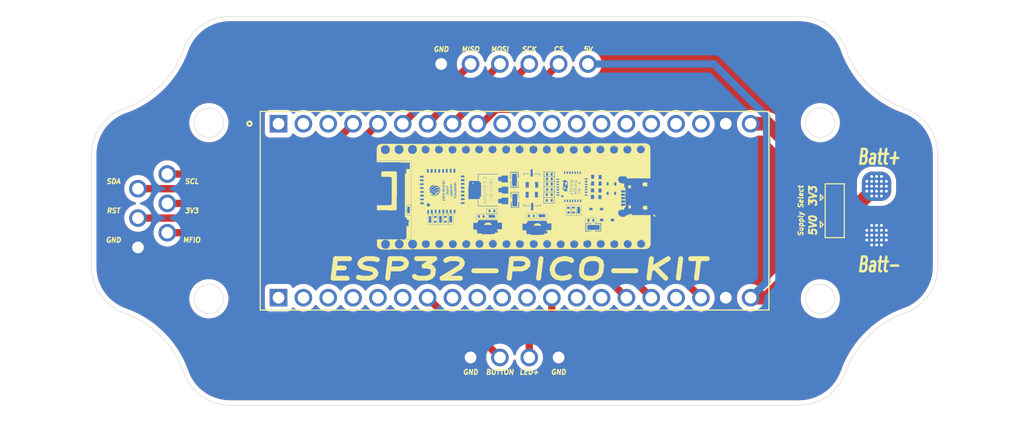
<source format=kicad_pcb>
(kicad_pcb (version 20211014) (generator pcbnew)
  (title_block (title "bioSenseV5 Enclosure") (rev "5a") (company "EECE244 Applications of Embedded Systems"))
  (layers (0 "F.Cu" signal) (31 "B.Cu" signal) (34 "B.Paste" user) (35 "F.Paste" user) (36 "B.SilkS" user "B.Silkscreen") (37 "F.SilkS" user "F.Silkscreen") (38 "B.Mask" user) (39 "F.Mask" user) (44 "Edge.Cuts" user))
  (net 0 "")
  (net 1 "3V3")
  (net 2 "5V")
  (net 3 "GND")
  (net 4 "SDA")
  (net 5 "SCL")
  (net 6 "MISO")
  (net 7 "MOSI")
  (net 8 "SCK")
  (net 9 "CS")
  (net 10 "RST")
  (net 11 "MFIO")
  (net 12 "LED+")
  (net 13 "BUTTON")
  (net 14 "BATTEXT")
  (footprint "" (layer "F.Cu") (at 145.7 119.9)
    (fp_text reference "")
    (fp_text value "")
  )
  (footprint "" (layer "F.Cu") (at 133.5 88.7)
    (fp_text reference "")
    (fp_text value "")
  )
  (footprint "" (layer "F.Cu") (at 152.6 120.1)
    (fp_text reference "")
    (fp_text value "")
  )
  (footprint "" (layer "F.Cu") (at 109.8 106.3)
    (fp_text reference "")
    (fp_text value "")
  )
  (footprint "" (layer "F.Cu") (at 109.8 99.7)
    (fp_text reference "")
    (fp_text value "")
  )
  (footprint "" (layer "F.Cu") (at 113 99.7)
    (fp_text reference "")
    (fp_text value "")
  )
  (footprint "" (layer "F.Cu") (at 113 106.2)
    (fp_text reference "")
    (fp_text value "")
  )
  (footprint "" (layer "F.Cu") (at 151.9 88.8)
    (fp_text reference "")
    (fp_text value "")
  )
  (footprint "" (layer "F.Cu") (at 186 108.5)
    (fp_text reference "")
    (fp_text value "")
  )
  (footprint "" (layer "F.Cu") (at 144.1 119.9)
    (fp_text reference "")
    (fp_text value "")
  )
  (footprint "" (layer "F.Cu") (at 112.9 103)
    (fp_text reference "")
    (fp_text value "")
  )
  (footprint "Jumper:SolderJumper-3_P2.0mm_Open_TrianglePad1.0x1.5mm" (layer "F.Cu") (at 181.25 105 90)
    (fp_text reference "REF**" hide)
    (fp_text value "SolderJumper-3_P2.0mm_Open_TrianglePad1.0x1.5mm")
  )
  (footprint "ESP32-PICO-KIT:XCVR_ESP32-PICO-KIT" (layer "F.Cu") (at 148.5 105)
    (fp_text reference "REF**" hide)
    (fp_text value "XCVR_ESP32-PICO-KIT")
  )
  (footprint "" (layer "F.Cu") (at 186 100.5)
    (fp_text reference "")
    (fp_text value "")
  )
  (footprint "" (layer "F.Cu") (at 137.9 88.7)
    (fp_text reference "")
    (fp_text value "")
  )
  (footprint "" (layer "F.Cu") (at 144 88.7)
    (fp_text reference "")
    (fp_text value "")
  )
  (footprint "" (layer "F.Cu") (at 109.8 102.8)
    (fp_text reference "")
    (fp_text value "")
  )
  (footprint "" (layer "F.Cu") (at 143.4 120.2)
    (fp_text reference "")
    (fp_text value "")
  )
  (footprint "" (layer "F.Cu") (at 140.9 88.8)
    (fp_text reference "")
    (fp_text value "")
  )
  (footprint "" (layer "F.Cu") (at 147.4 88.7)
    (fp_text reference "")
    (fp_text value "")
  )
  (gr_poly (pts (xy 146.13 108.066458) (xy 146.090312 108.087044) (xy 146.075601 108.100271) (xy 146.02565 108.138478) (xy 146.010937 108.151706) (xy 145.971251 108.172291) (xy 145.991835 108.132603) (xy 146.004322 108.119374) (xy 146.02565 108.092917) (xy 146.077084 108.039999) (xy 146.13 108.039999)) (layer "F.SilkS") (width 0.01) (fill solid))
  (gr_poly (pts (xy 154.747319 103.191511) (xy 154.745124 103.217969) (xy 154.735572 103.230456) (xy 154.702499 103.236331) (xy 154.683397 103.22752) (xy 154.670167 103.223842) (xy 154.649583 103.198125) (xy 154.702499 103.198125) (xy 154.728958 103.171667)) (layer "F.SilkS") (width 0.01) (fill solid))
  (gr_poly (pts (xy 148.838302 108.086302) (xy 148.830946 108.09805) (xy 148.811844 108.125989) (xy 148.775833 108.145833) (xy 148.775833 108.119374) (xy 148.82875 108.066458)) (layer "F.SilkS") (width 0.01) (fill solid))
  (gr_poly (pts (xy 155.144194 102.133177) (xy 155.141999 102.159636) (xy 155.132447 102.172124) (xy 155.099374 102.177997) (xy 155.080272 102.169187) (xy 155.067042 102.165509) (xy 155.046458 102.139792) (xy 155.099374 102.139792) (xy 155.125833 102.113333)) (layer "F.SilkS") (width 0.01) (fill solid))
  (gr_poly (pts (xy 142.358947 108.07601) (xy 142.392761 108.100271) (xy 142.405249 108.109082) (xy 142.425834 108.145833) (xy 142.386887 108.12747) (xy 142.353073 108.102467) (xy 142.340585 108.094398) (xy 142.32 108.066458)) (layer "F.SilkS") (width 0.01) (fill solid))
  (gr_poly (pts (xy 143.536342 98.383449) (xy 143.581903 98.389323) (xy 143.595874 98.390064) (xy 143.616459 98.409167) (xy 143.56206 98.409167) (xy 143.510625 98.409908) (xy 143.484166 98.411363) (xy 143.43125 98.421655) (xy 143.404792 98.431947) (xy 143.378334 98.44298) (xy 143.325417 98.473831) (xy 143.30044 98.49222) (xy 143.273982 98.509126) (xy 143.259271 98.521615) (xy 143.219584 98.541458) (xy 143.240168 98.502512) (xy 143.254138 98.489283) (xy 143.275437 98.467216) (xy 143.2997 98.448113) (xy 143.351875 98.416522) (xy 143.378334 98.405489) (xy 143.404792 98.395197) (xy 143.43125 98.389323) (xy 143.457708 98.384904) (xy 143.510625 98.382709)) (layer "F.SilkS") (width 0.01) (fill solid))
  (gr_poly (pts (xy 151.56351 98.455469) (xy 151.556154 98.467216) (xy 151.537051 98.495156) (xy 151.501042 98.515) (xy 151.501042 98.488542) (xy 151.553958 98.435625)) (layer "F.SilkS") (width 0.01) (fill solid))
  (gr_poly (pts (xy 142.425834 102.6425) (xy 142.372917 102.6425) (xy 142.372917 102.589583) (xy 142.425834 102.589583)) (layer "F.SilkS") (width 0.01) (fill solid))
  (gr_poly (pts (xy 150.733749 105.791041) (xy 149.675416 105.791041) (xy 149.675416 105.65875) (xy 149.860624 105.65875) (xy 150.072291 105.65875) (xy 150.363333 105.65875) (xy 150.548541 105.65875) (xy 150.548541 105.394166) (xy 150.363333 105.394166) (xy 150.363333 105.65875) (xy 150.072291 105.65875) (xy 150.072291 105.394166) (xy 149.860624 105.394166) (xy 149.860624 105.65875) (xy 149.675416 105.65875) (xy 149.675416 105.288333) (xy 150.733749 105.288333)) (layer "F.SilkS") (width 0.01) (fill solid))
  (gr_poly (pts (xy 141.614436 103.162855) (xy 141.596814 103.162855) (xy 141.596814 103.154019) (xy 141.614436 103.154019)) (layer "F.SilkS") (width 0.01) (fill solid))
  (gr_poly (pts (xy 152.532916 104.203541) (xy 151.527499 104.203541) (xy 151.501042 104.177083) (xy 151.501042 104.07125) (xy 151.68625 104.07125) (xy 151.897917 104.07125) (xy 152.188958 104.07125) (xy 152.400625 104.07125) (xy 152.400625 103.806666) (xy 152.188958 103.806666) (xy 152.188958 104.07125) (xy 151.897917 104.07125) (xy 151.897917 103.806666) (xy 151.68625 103.806666) (xy 151.68625 104.07125) (xy 151.501042 104.07125) (xy 151.501042 103.700833) (xy 151.527499 103.674375) (xy 152.532916 103.674375)) (layer "F.SilkS") (width 0.01) (fill solid))
  (gr_poly (pts (xy 142.425834 103.330417) (xy 142.372917 103.330417) (xy 142.372917 103.2775) (xy 142.425834 103.2775)) (layer "F.SilkS") (width 0.01) (fill solid))
  (gr_poly (pts (xy 143.801667 98.515) (xy 143.775209 98.515) (xy 143.74875 98.462084) (xy 143.775209 98.462084)) (layer "F.SilkS") (width 0.01) (fill solid))
  (gr_poly (pts (xy 161.846249 104.495325) (xy 161.872708 104.496779) (xy 161.925625 104.504876) (xy 161.952081 104.510749) (xy 162.003412 104.518845) (xy 162.057916 104.521042) (xy 162.057916 104.891458) (xy 161.793332 104.891458) (xy 161.740417 104.888521) (xy 161.714752 104.882648) (xy 161.689615 104.872355) (xy 161.667654 104.856189) (xy 161.632992 104.811342) (xy 161.621353 104.785625) (xy 161.610238 104.732708) (xy 161.60892 104.679792) (xy 161.610238 104.653333) (xy 161.621353 104.600416) (xy 161.632992 104.574699) (xy 161.647812 104.550436) (xy 161.689615 104.513685) (xy 161.714752 104.503394) (xy 161.740417 104.49752) (xy 161.793332 104.494583)) (layer "F.SilkS") (width 0.01) (fill solid))
  (gr_poly (pts (xy 140.626667 105.65875) (xy 140.627408 105.711667) (xy 140.628863 105.738125) (xy 140.636959 105.791041) (xy 140.642833 105.8175) (xy 140.650929 105.870416) (xy 140.652384 105.896875) (xy 140.653125 105.949792) (xy 140.653125 106.399583) (xy 140.626667 106.426041) (xy 140.176875 106.426041) (xy 140.150417 106.399583) (xy 140.150417 106.240833) (xy 140.25625 106.240833) (xy 140.520833 106.240833) (xy 140.520833 106.029166) (xy 140.25625 106.029166) (xy 140.25625 106.240833) (xy 140.150417 106.240833) (xy 140.150417 105.738125) (xy 140.25625 105.738125) (xy 140.520833 105.738125) (xy 140.520833 105.526458) (xy 140.25625 105.526458) (xy 140.25625 105.738125) (xy 140.150417 105.738125) (xy 140.150417 105.367708) (xy 140.626667 105.367708)) (layer "F.SilkS") (width 0.01) (fill solid))
  (gr_poly (pts (xy 162.706146 105.375064) (xy 162.747421 105.392685) (xy 162.77229 105.407396) (xy 162.825207 105.44928) (xy 162.850872 105.474283) (xy 162.895852 105.524976) (xy 162.91199 105.551435) (xy 162.921518 105.566146) (xy 162.931042 105.605833) (xy 162.891354 105.603637) (xy 162.850076 105.592604) (xy 162.798748 105.566887) (xy 162.747421 105.531591) (xy 162.720962 105.511748) (xy 162.666458 105.473541) (xy 162.666458 105.367708)) (layer "F.SilkS") (width 0.01) (fill solid))
  (gr_poly (pts (xy 157.163124 108.066458) (xy 157.123437 108.087044) (xy 157.108725 108.100271) (xy 157.058773 108.138478) (xy 157.044062 108.151706) (xy 157.004374 108.172291) (xy 157.02496 108.132603) (xy 157.037448 108.119374) (xy 157.058773 108.092917) (xy 157.110208 108.039999) (xy 157.163124 108.039999)) (layer "F.SilkS") (width 0.01) (fill solid))
  (gr_poly (pts (xy 143.46652 108.057648) (xy 143.448897 108.057648) (xy 143.448897 108.048811) (xy 143.457708 108.048811)) (layer "F.SilkS") (width 0.01) (fill solid))
  (gr_poly (pts (xy 142.306771 98.416522) (xy 142.34794 98.434144) (xy 142.396438 98.467216) (xy 142.431707 98.502512) (xy 142.452292 98.541458) (xy 142.412604 98.521615) (xy 142.397893 98.509126) (xy 142.3472 98.473831) (xy 142.301638 98.44224) (xy 142.287668 98.435625) (xy 142.267083 98.409167)) (layer "F.SilkS") (width 0.01) (fill solid))
  (gr_poly (pts (xy 152.559375 101.557709) (xy 152.559375 101.954584) (xy 152.532916 101.981042) (xy 151.527499 101.981042) (xy 151.527499 101.901667) (xy 151.712709 101.901667) (xy 151.924374 101.901667) (xy 152.188958 101.901667) (xy 152.400625 101.901667) (xy 152.400625 101.610625) (xy 152.188958 101.610625) (xy 152.188958 101.901667) (xy 151.924374 101.901667) (xy 151.924374 101.610625) (xy 151.712709 101.610625) (xy 151.712709 101.901667) (xy 151.527499 101.901667) (xy 151.527499 101.53125) (xy 152.532916 101.53125)) (layer "F.SilkS") (width 0.01) (fill solid))
  (gr_poly (pts (xy 146.20276 108.020155) (xy 146.216731 108.020897) (xy 146.235833 108.039999) (xy 146.189531 108.033385) (xy 146.175561 108.032644) (xy 146.156459 108.013542)) (layer "F.SilkS") (width 0.01) (fill solid))
  (gr_poly (pts (xy 160.10159 98.384904) (xy 160.152121 98.395938) (xy 160.176464 98.40623) (xy 160.211651 98.429751) (xy 160.23229 98.462084) (xy 160.192602 98.448854) (xy 160.177786 98.440758) (xy 160.127252 98.420914) (xy 160.081744 98.404748) (xy 160.067721 98.402552) (xy 160.047082 98.382709)) (layer "F.SilkS") (width 0.01) (fill solid))
  (gr_poly (pts (xy 156.13125 108.092917) (xy 156.084947 108.070877) (xy 156.070977 108.065716) (xy 156.051875 108.039999) (xy 156.104791 108.039999)) (layer "F.SilkS") (width 0.01) (fill solid))
  (gr_poly (pts (xy 149.185937 98.418718) (xy 149.226365 98.444436) (xy 149.249145 98.463565) (xy 149.270445 98.487801) (xy 149.284414 98.501771) (xy 149.305 98.541458) (xy 149.265312 98.520874) (xy 149.250601 98.507645) (xy 149.202104 98.468698) (xy 149.180806 98.448113) (xy 149.166835 98.437821) (xy 149.146249 98.409167)) (layer "F.SilkS") (width 0.01) (fill solid))
  (gr_poly (pts (xy 139.20895 98.426815) (xy 139.200113 98.435625) (xy 139.171459 98.462084) (xy 139.197917 98.409167)) (layer "F.SilkS") (width 0.01) (fill solid))
  (gr_poly (pts (xy 161.621353 108.05397) (xy 161.659451 108.078206) (xy 161.679297 108.09805) (xy 161.693319 108.108342) (xy 161.713958 108.145833) (xy 161.67427 108.12747) (xy 161.636172 108.101727) (xy 161.616327 108.083365) (xy 161.602304 108.073073) (xy 161.581665 108.039999)) (layer "F.SilkS") (width 0.01) (fill solid))
  (gr_poly (pts (xy 140.957396 108.048811) (xy 140.971367 108.056907) (xy 140.995602 108.06794) (xy 141.029416 108.091435) (xy 141.05 108.119374) (xy 141.010313 108.110563) (xy 140.996342 108.102467) (xy 140.972107 108.091435) (xy 140.938294 108.06794) (xy 140.917708 108.039999)) (layer "F.SilkS") (width 0.01) (fill solid))
  (gr_poly (pts (xy 158.442675 98.45621) (xy 158.424313 98.488542) (xy 158.40447 98.507645) (xy 158.392697 98.520874) (xy 158.35375 98.541458) (xy 158.372851 98.503253) (xy 158.386822 98.488542) (xy 158.433123 98.435625)) (layer "F.SilkS") (width 0.01) (fill solid))
  (gr_poly (pts (xy 153.212736 98.389323) (xy 153.226706 98.390064) (xy 153.247291 98.409167) (xy 153.207603 98.409167) (xy 153.166433 98.411363) (xy 153.114999 98.4202) (xy 153.062825 98.434884) (xy 153.038562 98.44224) (xy 153.017263 98.444436) (xy 153.003292 98.448113) (xy 152.982708 98.435625) (xy 153.022395 98.4143) (xy 153.037108 98.409908) (xy 153.088542 98.393742) (xy 153.141458 98.384904) (xy 153.191436 98.38419)) (layer "F.SilkS") (width 0.01) (fill solid))
  (gr_poly (pts (xy 140.0975 105.579375) (xy 140.098242 105.605833) (xy 140.099697 105.632291) (xy 140.107793 105.685208) (xy 140.113666 105.711667) (xy 140.121763 105.764583) (xy 140.123217 105.791041) (xy 140.123958 105.843958) (xy 140.123958 106.426041) (xy 139.647709 106.426041) (xy 139.641094 106.386354) (xy 139.631543 106.345185) (xy 139.623446 106.29375) (xy 139.621991 106.267291) (xy 139.621621 106.240833) (xy 139.727083 106.240833) (xy 139.991667 106.240833) (xy 139.991667 105.552917) (xy 139.727083 105.552917) (xy 139.727083 106.240833) (xy 139.621621 106.240833) (xy 139.621251 106.214374) (xy 139.621251 105.367708) (xy 140.0975 105.367708)) (layer "F.SilkS") (width 0.01) (fill solid))
  (gr_poly (pts (xy 158.618332 108.066458) (xy 158.578646 108.073814) (xy 158.537475 108.091435) (xy 158.5125 108.106146) (xy 158.461065 108.145091) (xy 158.434607 108.164935) (xy 158.419894 108.178164) (xy 158.380209 108.19875) (xy 158.400793 108.159062) (xy 158.414764 108.145091) (xy 158.436062 108.120115) (xy 158.486041 108.079687) (xy 158.538217 108.05397) (xy 158.583777 108.048811) (xy 158.597747 108.048096)) (layer "F.SilkS") (width 0.01) (fill solid))
  (gr_poly (pts (xy 160.180963 108.046614) (xy 160.207422 108.053229) (xy 160.258749 108.079687) (xy 160.308755 108.120115) (xy 160.329919 108.145091) (xy 160.343945 108.159062) (xy 160.364584 108.19875) (xy 160.324896 108.178164) (xy 160.310077 108.164935) (xy 160.283618 108.145091) (xy 160.23229 108.106146) (xy 160.182284 108.078206) (xy 160.16112 108.066458) (xy 160.147094 108.061325) (xy 160.126458 108.039999)) (layer "F.SilkS") (width 0.01) (fill solid))
  (gr_poly (pts (xy 142.028959 102.986458) (xy 141.976042 102.986458) (xy 141.976042 102.933542) (xy 142.028959 102.933542)) (layer "F.SilkS") (width 0.01) (fill solid))
  (gr_poly (pts (xy 154.252708 105.473541) (xy 153.776458 105.473541) (xy 153.776458 105.288333) (xy 153.882292 105.288333) (xy 154.146875 105.288333) (xy 154.146875 105.076666) (xy 153.882292 105.076666) (xy 153.882292 105.288333) (xy 153.776458 105.288333) (xy 153.776458 104.812083) (xy 153.855833 104.812083) (xy 154.146875 104.812083) (xy 154.146875 104.600416) (xy 153.855833 104.600416) (xy 153.855833 104.812083) (xy 153.776458 104.812083) (xy 153.776458 104.415208) (xy 154.252708 104.415208)) (layer "F.SilkS") (width 0.01) (fill solid))
  (gr_poly (pts (xy 162.057916 102.510208) (xy 161.766873 102.510208) (xy 161.713958 102.508012) (xy 161.688293 102.503594) (xy 161.641198 102.485232) (xy 161.621353 102.470521) (xy 161.594894 102.428637) (xy 161.583783 102.377917) (xy 161.582461 102.351459) (xy 161.582461 102.298542) (xy 161.583783 102.272083) (xy 161.594894 102.219166) (xy 161.606537 102.193449) (xy 161.641198 102.148602) (xy 161.663156 102.132435) (xy 161.688293 102.122144) (xy 161.713958 102.11627) (xy 161.766873 102.113333) (xy 162.057916 102.113333)) (layer "F.SilkS") (width 0.01) (fill solid))
  (gr_poly (pts (xy 154.515809 108.041481) (xy 154.537135 108.046614) (xy 154.549623 108.047355) (xy 154.570208 108.066458) (xy 154.518774 108.064976) (xy 154.497447 108.059843) (xy 154.484959 108.059102) (xy 154.464375 108.039999)) (layer "F.SilkS") (width 0.01) (fill solid))
  (gr_poly (pts (xy 152.559375 101.081458) (xy 152.559375 101.478333) (xy 151.527499 101.478333) (xy 151.527499 101.425416) (xy 151.712709 101.425416) (xy 151.924374 101.425416) (xy 152.188958 101.425416) (xy 152.400625 101.425416) (xy 152.400625 101.134375) (xy 152.188958 101.134375) (xy 152.188958 101.425416) (xy 151.924374 101.425416) (xy 151.924374 101.134375) (xy 151.712709 101.134375) (xy 151.712709 101.425416) (xy 151.527499 101.425416) (xy 151.527499 101.055) (xy 152.532916 101.055)) (layer "F.SilkS") (width 0.01) (fill solid))
  (gr_poly (pts (xy 137.901459 104.494583) (xy 137.9022 104.5475) (xy 137.903655 104.573958) (xy 137.911751 104.626875) (xy 137.917625 104.653333) (xy 137.925721 104.70625) (xy 137.927176 104.732708) (xy 137.927917 104.785625) (xy 137.927917 105.447083) (xy 137.425209 105.447083) (xy 137.425209 104.944375) (xy 137.504584 104.944375) (xy 137.505325 104.997291) (xy 137.50678 105.02375) (xy 137.514876 105.076666) (xy 137.52075 105.103125) (xy 137.528846 105.156042) (xy 137.530301 105.181018) (xy 137.531042 105.207477) (xy 137.531042 105.261875) (xy 137.795625 105.261875) (xy 137.795625 104.573958) (xy 137.531042 104.573958) (xy 137.531042 104.628357) (xy 137.530301 104.654815) (xy 137.528846 104.679792) (xy 137.52075 104.732708) (xy 137.514876 104.759167) (xy 137.50678 104.812083) (xy 137.504584 104.865) (xy 137.504584 104.944375) (xy 137.425209 104.944375) (xy 137.425209 104.38875) (xy 137.901459 104.38875)) (layer "F.SilkS") (width 0.01) (fill solid))
  (gr_poly (pts (xy 144.631427 98.455469) (xy 144.624071 98.467216) (xy 144.604968 98.495156) (xy 144.568959 98.515) (xy 144.568959 98.488542) (xy 144.621875 98.435625)) (layer "F.SilkS") (width 0.01) (fill solid))
  (gr_poly (pts (xy 142.101719 108.046614) (xy 142.115689 108.047355) (xy 142.134792 108.066458) (xy 142.08849 108.059843) (xy 142.074519 108.059102) (xy 142.055417 108.039999)) (layer "F.SilkS") (width 0.01) (fill solid))
  (gr_poly (pts (xy 157.321133 108.014282) (xy 157.345395 108.015024) (xy 157.366694 108.020155) (xy 157.380664 108.020897) (xy 157.401249 108.039999) (xy 157.320392 108.039999) (xy 157.269699 108.039259) (xy 157.245437 108.038518) (xy 157.224138 108.033385) (xy 157.210168 108.032644) (xy 157.189582 108.013542) (xy 157.27044 108.013542)) (layer "F.SilkS") (width 0.01) (fill solid))
  (gr_poly (pts (xy 154.834791 102.933542) (xy 154.834791 102.986458) (xy 154.795103 103.005561) (xy 154.780392 103.006302) (xy 154.753933 103.011435) (xy 154.730441 103.012176) (xy 154.703982 103.012916) (xy 154.649583 103.012916) (xy 154.623124 102.986458) (xy 154.623124 102.933542) (xy 154.662812 102.914439) (xy 154.677523 102.913698) (xy 154.703982 102.908565) (xy 154.727475 102.907825) (xy 154.753933 102.907083) (xy 154.808332 102.907083)) (layer "F.SilkS") (width 0.01) (fill solid))
  (gr_poly (pts (xy 161.522134 108.020155) (xy 161.536157 108.020897) (xy 161.555206 108.039999) (xy 161.508905 108.033385) (xy 161.494882 108.032644) (xy 161.475833 108.013542)) (layer "F.SilkS") (width 0.01) (fill solid))
  (gr_poly (pts (xy 139.516899 98.389323) (xy 139.543357 98.395938) (xy 139.594792 98.422396) (xy 139.644772 98.462824) (xy 139.666071 98.487801) (xy 139.68004 98.501771) (xy 139.700625 98.541458) (xy 139.660938 98.520874) (xy 139.646227 98.507645) (xy 139.619769 98.487801) (xy 139.568334 98.448854) (xy 139.518354 98.420914) (xy 139.497055 98.409167) (xy 139.483085 98.404034) (xy 139.4625 98.382709)) (layer "F.SilkS") (width 0.01) (fill solid))
  (gr_poly (pts (xy 158.724167 98.384904) (xy 158.750625 98.389323) (xy 158.777084 98.395197) (xy 158.80354 98.405489) (xy 158.829998 98.416522) (xy 158.880005 98.446659) (xy 158.901172 98.467216) (xy 158.915194 98.477508) (xy 158.935833 98.515) (xy 158.896145 98.496638) (xy 158.881329 98.48706) (xy 158.829998 98.457665) (xy 158.80354 98.44298) (xy 158.750625 98.421655) (xy 158.697708 98.411363) (xy 158.671249 98.409908) (xy 158.618332 98.411363) (xy 158.566156 98.418718) (xy 158.520596 98.423137) (xy 158.506625 98.426074) (xy 158.486041 98.409167) (xy 158.540442 98.393742) (xy 158.566897 98.388582) (xy 158.591873 98.384904) (xy 158.618332 98.383449) (xy 158.671249 98.382709)) (layer "F.SilkS") (width 0.01) (fill solid))
  (gr_poly (pts (xy 151.69506 98.400356) (xy 151.68625 98.400356) (xy 151.67744 98.391519) (xy 151.68625 98.391519)) (layer "F.SilkS") (width 0.01) (fill solid))
  (gr_poly (pts (xy 152.532916 103.621458) (xy 151.501042 103.621458) (xy 151.501042 103.56706) (xy 151.501782 103.540601) (xy 151.503238 103.515625) (xy 151.507285 103.489167) (xy 151.68625 103.489167) (xy 151.897917 103.489167) (xy 152.188958 103.489167) (xy 152.400625 103.489167) (xy 152.400625 103.224583) (xy 152.188958 103.224583) (xy 152.188958 103.489167) (xy 151.897917 103.489167) (xy 151.897917 103.224583) (xy 151.68625 103.224583) (xy 151.68625 103.489167) (xy 151.507285 103.489167) (xy 151.511332 103.462708) (xy 151.517209 103.43625) (xy 151.525303 103.383333) (xy 151.526759 103.356875) (xy 151.527499 103.330417) (xy 151.527499 103.11875) (xy 152.532916 103.11875)) (layer "F.SilkS") (width 0.01) (fill solid))
  (gr_poly (pts (xy 148.934584 98.409167) (xy 148.894896 98.416522) (xy 148.853726 98.433429) (xy 148.803775 98.460602) (xy 148.789062 98.47018) (xy 148.749374 98.488542) (xy 148.76996 98.45105) (xy 148.783931 98.440758) (xy 148.805229 98.420914) (xy 148.854467 98.396678) (xy 148.900027 98.391519) (xy 148.913998 98.390805)) (layer "F.SilkS") (width 0.01) (fill solid))
  (gr_poly (pts (xy 159.949978 108.057648) (xy 159.94125 108.057648) (xy 159.932519 108.048811) (xy 159.94125 108.048811)) (layer "F.SilkS") (width 0.01) (fill solid))
  (gr_poly (pts (xy 158.79031 108.042196) (xy 158.831585 108.053229) (xy 158.880005 108.078206) (xy 158.901172 108.09805) (xy 158.915194 108.108342) (xy 158.935833 108.145833) (xy 158.896145 108.12747) (xy 158.881329 108.117892) (xy 158.830795 108.089979) (xy 158.785284 108.066458) (xy 158.771261 108.061325) (xy 158.750625 108.039999)) (layer "F.SilkS") (width 0.01) (fill solid))
  (gr_poly (pts (xy 142.260469 108.046614) (xy 142.27444 108.047355) (xy 142.293542 108.066458) (xy 142.24724 108.059843) (xy 142.233269 108.059102) (xy 142.214167 108.039999)) (layer "F.SilkS") (width 0.01) (fill solid))
  (gr_poly (pts (xy 141.703362 102.818897) (xy 141.717332 102.82403) (xy 141.737917 102.854166) (xy 141.683519 102.854166) (xy 141.657801 102.853425) (xy 141.63502 102.852685) (xy 141.613721 102.847552) (xy 141.599752 102.846811) (xy 141.579167 102.827708) (xy 141.618854 102.808606) (xy 141.633565 102.808606) (xy 141.659283 102.805668)) (layer "F.SilkS") (width 0.01) (fill solid))
  (gr_poly (pts (xy 145.865417 106.216571) (xy 145.891874 106.220248) (xy 145.918333 106.225408) (xy 145.971251 106.24303) (xy 146.024167 106.269488) (xy 146.074887 106.304783) (xy 146.116771 106.348862) (xy 146.131483 106.372384) (xy 146.149102 106.412812) (xy 146.156459 106.4525) (xy 145.389166 106.4525) (xy 145.403137 106.412812) (xy 145.428854 106.371643) (xy 145.470738 106.322404) (xy 145.521458 106.27978) (xy 145.574376 106.248189) (xy 145.600833 106.237155) (xy 145.627292 106.226863) (xy 145.680209 106.216571) (xy 145.706666 106.215116) (xy 145.759584 106.214374) (xy 145.8125 106.214374)) (layer "F.SilkS") (width 0.01) (fill solid))
  (gr_poly (pts (xy 151.818541 105.791041) (xy 150.786667 105.791041) (xy 150.760208 105.764583) (xy 150.760208 105.65875) (xy 150.945416 105.65875) (xy 151.633332 105.65875) (xy 151.634074 105.604352) (xy 151.63553 105.577893) (xy 151.643625 105.526458) (xy 151.649499 105.5) (xy 151.657595 105.448565) (xy 151.659791 105.394166) (xy 151.605392 105.394166) (xy 151.553958 105.393426) (xy 151.527499 105.39197) (xy 151.474583 105.383874) (xy 151.448124 105.378) (xy 151.395208 105.369904) (xy 151.36875 105.368449) (xy 151.315834 105.367708) (xy 151.236457 105.367708) (xy 151.185737 105.36919) (xy 151.140916 105.372127) (xy 151.120334 105.373582) (xy 151.098294 105.372127) (xy 151.050508 105.36919) (xy 151.026274 105.368449) (xy 150.999815 105.367708) (xy 150.945416 105.367708) (xy 150.945416 105.65875) (xy 150.760208 105.65875) (xy 150.760208 105.288333) (xy 151.818541 105.288333)) (layer "F.SilkS") (width 0.01) (fill solid))
  (gr_poly (pts (xy 149.041899 108.014282) (xy 149.093333 108.019415) (xy 149.119792 108.024574) (xy 149.172708 108.042196) (xy 149.224884 108.068654) (xy 149.249145 108.084105) (xy 149.270445 108.102467) (xy 149.284414 108.112761) (xy 149.305 108.145833) (xy 149.265312 108.131863) (xy 149.250601 108.122311) (xy 149.224142 108.109082) (xy 149.199167 108.094398) (xy 149.146249 108.068654) (xy 149.119792 108.059102) (xy 149.093333 108.051033) (xy 149.041157 108.041481) (xy 149.016896 108.039259) (xy 148.995597 108.033385) (xy 148.981627 108.032644) (xy 148.961041 108.013542) (xy 149.01544 108.013542)) (layer "F.SilkS") (width 0.01) (fill solid))
  (gr_poly (pts (xy 140.811134 108.014282) (xy 140.835397 108.015024) (xy 140.856696 108.020155) (xy 140.870665 108.020897) (xy 140.89125 108.039999) (xy 140.810393 108.039999) (xy 140.786158 108.039259) (xy 140.761895 108.038518) (xy 140.740596 108.033385) (xy 140.726627 108.032644) (xy 140.706042 108.013542) (xy 140.786898 108.013542)) (layer "F.SilkS") (width 0.01) (fill solid))
  (gr_poly (pts (xy 144.964351 108.015024) (xy 144.985677 108.020155) (xy 144.998166 108.020897) (xy 145.01875 108.039999) (xy 144.967315 108.038518) (xy 144.94599 108.033385) (xy 144.933502 108.032644) (xy 144.912917 108.013542)) (layer "F.SilkS") (width 0.01) (fill solid))
  (gr_poly (pts (xy 141.314583 102.219166) (xy 141.182292 102.219166) (xy 141.191843 102.182416) (xy 141.217561 102.157439) (xy 141.23669 102.148602) (xy 141.274896 102.140533) (xy 141.314583 102.139792)) (layer "F.SilkS") (width 0.01) (fill solid))
  (gr_poly (pts (xy 154.324727 102.945289) (xy 154.325468 102.96) (xy 154.332083 103.012916) (xy 154.226249 103.012916) (xy 154.226249 102.907083) (xy 154.305624 102.907083)) (layer "F.SilkS") (width 0.01) (fill solid))
  (gr_poly (pts (xy 140.679583 108.066458) (xy 140.639896 108.080429) (xy 140.625185 108.090719) (xy 140.598727 108.105404) (xy 140.548774 108.13996) (xy 140.534063 108.152447) (xy 140.494375 108.172291) (xy 140.51496 108.133345) (xy 140.550229 108.09805) (xy 140.574492 108.079687) (xy 140.62373 108.05471) (xy 140.645029 108.053229) (xy 140.658999 108.049551)) (layer "F.SilkS") (width 0.01) (fill solid))
  (gr_poly (pts (xy 150.918959 106.295946) (xy 150.971875 106.304783) (xy 151.024791 106.322404) (xy 151.077708 106.348862) (xy 151.128428 106.384157) (xy 151.170312 106.428238) (xy 151.185023 106.451758) (xy 151.202644 106.492187) (xy 151.21 106.531875) (xy 150.442707 106.531875) (xy 150.452259 106.492187) (xy 150.477977 106.451018) (xy 150.522824 106.401779) (xy 150.575 106.359154) (xy 150.601458 106.342988) (xy 150.654374 106.31653) (xy 150.680833 106.306238) (xy 150.707292 106.300365) (xy 150.733749 106.295946) (xy 150.786667 106.29375) (xy 150.866041 106.29375)) (layer "F.SilkS") (width 0.01) (fill solid))
  (gr_poly (pts (xy 147.710885 98.389323) (xy 147.724856 98.390064) (xy 147.743959 98.409167) (xy 147.697656 98.402552) (xy 147.683685 98.401811) (xy 147.664582 98.382709)) (layer "F.SilkS") (width 0.01) (fill solid))
  (gr_poly (pts (xy 140.757477 98.357732) (xy 140.778802 98.362865) (xy 140.79129 98.363606) (xy 140.811876 98.382709) (xy 140.76044 98.381227) (xy 140.739115 98.376094) (xy 140.726627 98.375353) (xy 140.706042 98.35625)) (layer "F.SilkS") (width 0.01) (fill solid))
  (gr_poly (pts (xy 141.685 106.399583) (xy 141.208751 106.399583) (xy 141.208751 106.214374) (xy 141.288125 106.214374) (xy 141.552709 106.214374) (xy 141.552709 106.002708) (xy 141.513021 106.004904) (xy 141.49831 106.008581) (xy 141.471852 106.013) (xy 141.446875 106.018874) (xy 141.393959 106.02697) (xy 141.368982 106.028425) (xy 141.342524 106.029166) (xy 141.288125 106.029166) (xy 141.288125 106.214374) (xy 141.208751 106.214374) (xy 141.208751 105.738125) (xy 141.288125 105.738125) (xy 141.552709 105.738125) (xy 141.552709 105.526458) (xy 141.288125 105.526458) (xy 141.288125 105.738125) (xy 141.208751 105.738125) (xy 141.208751 105.34125) (xy 141.685 105.34125)) (layer "F.SilkS") (width 0.01) (fill solid))
  (gr_poly (pts (xy 141.262408 102.460229) (xy 141.285189 102.464647) (xy 141.306487 102.474939) (xy 141.320457 102.480072) (xy 141.341042 102.510208) (xy 141.301355 102.52931) (xy 141.286644 102.530052) (xy 141.261667 102.535185) (xy 141.23669 102.535925) (xy 141.182292 102.536667) (xy 141.182292 102.457291) (xy 141.221979 102.457291)) (layer "F.SilkS") (width 0.01) (fill solid))
  (gr_poly (pts (xy 150.588229 108.047355) (xy 150.629399 108.064976) (xy 150.654374 108.079687) (xy 150.704355 108.120115) (xy 150.725653 108.145091) (xy 150.739624 108.159062) (xy 150.760208 108.19875) (xy 150.720521 108.178164) (xy 150.705809 108.164935) (xy 150.67935 108.145091) (xy 150.628657 108.105404) (xy 150.583097 108.073073) (xy 150.569127 108.066458) (xy 150.548541 108.039999)) (layer "F.SilkS") (width 0.01) (fill solid))
  (gr_poly (pts (xy 143.404792 108.092917) (xy 143.365104 108.113501) (xy 143.350393 108.12673) (xy 143.30044 108.164935) (xy 143.28573 108.178164) (xy 143.246042 108.19875) (xy 143.266626 108.159062) (xy 143.279115 108.145833) (xy 143.30044 108.119374) (xy 143.351875 108.066458) (xy 143.404792 108.066458)) (layer "F.SilkS") (width 0.01) (fill solid))
  (gr_poly (pts (xy 158.691092 108.020155) (xy 158.705117 108.020897) (xy 158.724167 108.039999) (xy 158.677865 108.033385) (xy 158.663839 108.032644) (xy 158.64479 108.013542)) (layer "F.SilkS") (width 0.01) (fill solid))
  (gr_poly (pts (xy 141.9077 98.479732) (xy 141.898863 98.488542) (xy 141.870208 98.515) (xy 141.896667 98.462084)) (layer "F.SilkS") (width 0.01) (fill solid))
  (gr_poly (pts (xy 150.345686 108.057648) (xy 150.336874 108.057648) (xy 150.328064 108.048811) (xy 150.345686 108.048811)) (layer "F.SilkS") (width 0.01) (fill solid))
  (gr_poly (pts (xy 155.085405 102.854908) (xy 155.118477 102.862977) (xy 155.133189 102.871814) (xy 155.149354 102.896791) (xy 155.152292 102.933542) (xy 155.113345 102.915179) (xy 155.07953 102.890176) (xy 155.067042 102.882107) (xy 155.046458 102.854166)) (layer "F.SilkS") (width 0.01) (fill solid))
  (gr_poly (pts (xy 142.028959 98.435625) (xy 141.976042 98.462084) (xy 141.949584 98.462084) (xy 141.969427 98.432688) (xy 141.997368 98.423137) (xy 142.009114 98.419459)) (layer "F.SilkS") (width 0.01) (fill solid))
  (gr_poly (pts (xy 136.2875 100.977821) (xy 136.340417 100.986658) (xy 136.366875 100.994728) (xy 136.392593 101.00502) (xy 136.43744 101.036638) (xy 136.453606 101.057937) (xy 136.469772 101.107917) (xy 136.472709 101.160833) (xy 136.472709 103.356875) (xy 136.470513 103.409791) (xy 136.462416 103.462708) (xy 136.456543 103.489167) (xy 136.448446 103.542084) (xy 136.446991 103.568542) (xy 136.446251 103.621458) (xy 136.446251 104.732708) (xy 136.44551 104.785625) (xy 136.444054 104.812083) (xy 136.433021 104.865) (xy 136.406563 104.91498) (xy 136.386719 104.935564) (xy 136.36468 104.951731) (xy 136.313959 104.967896) (xy 136.2875 104.970092) (xy 136.261042 104.970833) (xy 135.705417 104.970833) (xy 135.678959 104.970092) (xy 135.652501 104.968637) (xy 135.599584 104.960541) (xy 135.546667 104.950248) (xy 135.520209 104.946571) (xy 135.467292 104.944375) (xy 134.435417 104.944375) (xy 134.435417 104.441666) (xy 135.731876 104.441666) (xy 135.784792 104.43873) (xy 135.836968 104.422564) (xy 135.861971 104.406397) (xy 135.903855 104.36155) (xy 135.930313 104.309375) (xy 135.941346 104.256458) (xy 135.942801 104.23) (xy 135.943542 104.203541) (xy 135.943542 101.822291) (xy 135.942801 101.769375) (xy 135.941346 101.742917) (xy 135.931054 101.69) (xy 135.921503 101.663542) (xy 135.912665 101.638565) (xy 135.897981 101.597396) (xy 135.890625 101.557709) (xy 135.836227 101.556968) (xy 135.809769 101.555513) (xy 135.758334 101.547416) (xy 135.731876 101.541543) (xy 135.678959 101.533446) (xy 135.652501 101.531991) (xy 135.626042 101.53125) (xy 135.043959 101.53125) (xy 135.017501 101.530509) (xy 134.965325 101.522439) (xy 134.941062 101.512147) (xy 134.904312 101.475397) (xy 134.89402 101.451134) (xy 134.888146 101.425416) (xy 134.88595 101.398958) (xy 134.885209 101.346042) (xy 134.885209 101.134375) (xy 134.888146 101.081458) (xy 134.904312 101.031478) (xy 134.941062 100.994728) (xy 134.965325 100.984435) (xy 134.991042 100.978562) (xy 135.043959 100.975625) (xy 136.234584 100.975625)) (layer "F.SilkS") (width 0.01) (fill solid))
  (gr_poly (pts (xy 154.834791 102.721875) (xy 154.834791 102.774792) (xy 154.795103 102.793894) (xy 154.780392 102.794636) (xy 154.753933 102.799768) (xy 154.730441 102.800509) (xy 154.703982 102.80125) (xy 154.649583 102.80125) (xy 154.623124 102.774792) (xy 154.623124 102.721875) (xy 154.662812 102.702772) (xy 154.677523 102.702032) (xy 154.703982 102.696898) (xy 154.727475 102.696158) (xy 154.753933 102.695417) (xy 154.808332 102.695417)) (layer "F.SilkS") (width 0.01) (fill solid))
  (gr_poly (pts (xy 150.283958 108.092917) (xy 150.245012 108.117892) (xy 150.211198 108.12747) (xy 150.19871 108.131122) (xy 150.178125 108.119374) (xy 150.204583 108.092917) (xy 150.257499 108.066458)) (layer "F.SilkS") (width 0.01) (fill solid))
  (gr_poly (pts (xy 142.022344 102.490365) (xy 142.036314 102.491105) (xy 142.055417 102.510208) (xy 142.009114 102.503594) (xy 141.995144 102.502852) (xy 141.976042 102.48375)) (layer "F.SilkS") (width 0.01) (fill solid))
  (gr_poly (pts (xy 147.809362 98.418718) (xy 147.843177 98.44298) (xy 147.855665 98.451791) (xy 147.876249 98.488542) (xy 147.837304 98.47018) (xy 147.803489 98.445177) (xy 147.791002 98.437107) (xy 147.770416 98.409167)) (layer "F.SilkS") (width 0.01) (fill solid))
  (gr_poly (pts (xy 161.369998 108.039999) (xy 161.330313 108.047355) (xy 161.315493 108.052487) (xy 161.267077 108.069395) (xy 161.24591 108.073814) (xy 161.231887 108.078206) (xy 161.211248 108.066458) (xy 161.250937 108.040741) (xy 161.265756 108.036322) (xy 161.314172 108.021638) (xy 161.335336 108.022352) (xy 161.349362 108.021638)) (layer "F.SilkS") (width 0.01) (fill solid))
  (gr_poly (pts (xy 143.722292 98.462084) (xy 143.67599 98.440044) (xy 143.662019 98.434884) (xy 143.642917 98.409167) (xy 143.695833 98.409167)) (layer "F.SilkS") (width 0.01) (fill solid))
  (gr_poly (pts (xy 142.160509 98.383449) (xy 142.184772 98.38419) (xy 142.20607 98.389323) (xy 142.22004 98.390064) (xy 142.240625 98.409167) (xy 142.159768 98.409167) (xy 142.135533 98.408426) (xy 142.11127 98.407685) (xy 142.089972 98.402552) (xy 142.076002 98.401811) (xy 142.055417 98.382709) (xy 142.136274 98.382709)) (layer "F.SilkS") (width 0.01) (fill solid))
  (gr_poly (pts (xy 141.235209 102.986458) (xy 141.182292 102.986458) (xy 141.182292 102.933542) (xy 141.235209 102.933542)) (layer "F.SilkS") (width 0.01) (fill solid))
  (gr_poly (pts (xy 159.961093 98.389323) (xy 159.975116 98.390064) (xy 159.994165 98.409167) (xy 159.947863 98.402552) (xy 159.933841 98.401811) (xy 159.914792 98.382709)) (layer "F.SilkS") (width 0.01) (fill solid))
  (gr_poly (pts (xy 161.925625 98.120321) (xy 161.952081 98.123999) (xy 161.97854 98.129158) (xy 162.004998 98.136487) (xy 162.057916 98.154876) (xy 162.084375 98.166623) (xy 162.110833 98.178397) (xy 162.163748 98.209989) (xy 162.190207 98.230573) (xy 162.241009 98.277616) (xy 162.283606 98.329792) (xy 162.315091 98.382709) (xy 162.326999 98.409167) (xy 162.348162 98.462084) (xy 162.364303 98.515) (xy 162.369595 98.541458) (xy 162.3733 98.567917) (xy 162.375415 98.620833) (xy 162.375415 101.69) (xy 160.23229 101.69) (xy 160.205832 101.690742) (xy 160.179373 101.692196) (xy 160.128045 101.700293) (xy 160.08677 101.709844) (xy 160.047082 101.716458) (xy 160.014804 101.676771) (xy 160.005279 101.66206) (xy 159.972207 101.610625) (xy 159.955273 101.584907) (xy 159.912677 101.537865) (xy 159.887539 101.51802) (xy 159.835415 101.491562) (xy 159.782498 101.480529) (xy 159.756042 101.479074) (xy 159.703125 101.478333) (xy 159.385623 101.478333) (xy 159.332708 101.480529) (xy 159.279791 101.491562) (xy 159.226873 101.51802) (xy 159.176074 101.559904) (xy 159.154113 101.584907) (xy 159.133474 101.610625) (xy 159.101992 101.663542) (xy 159.090878 101.69) (xy 159.08056 101.716458) (xy 159.070242 101.769375) (xy 159.069711 101.795833) (xy 159.070242 101.822291) (xy 159.079235 101.875208) (xy 159.096701 101.928125) (xy 159.123159 101.981042) (xy 159.158612 102.033217) (xy 159.179779 102.05822) (xy 159.22767 102.1023) (xy 159.253332 102.120689) (xy 159.279791 102.137595) (xy 159.332708 102.164054) (xy 159.359167 102.174346) (xy 159.412082 102.192708) (xy 159.464999 102.208134) (xy 159.491458 102.213293) (xy 159.517917 102.216971) (xy 159.570834 102.219166) (xy 159.703125 102.219166) (xy 159.703125 102.351459) (xy 159.70101 102.404375) (xy 159.698098 102.430833) (xy 159.692804 102.48375) (xy 159.698098 102.536667) (xy 159.706829 102.563125) (xy 159.736993 102.616041) (xy 159.776678 102.668958) (xy 159.795727 102.695417) (xy 159.822186 102.748334) (xy 159.8333 102.80125) (xy 159.835415 102.854166) (xy 159.835415 104.124167) (xy 159.836212 104.150625) (xy 159.83753 104.177083) (xy 159.845736 104.23) (xy 159.851556 104.256458) (xy 159.859759 104.309375) (xy 159.861081 104.335833) (xy 159.861874 104.362292) (xy 159.861874 104.415208) (xy 159.861081 104.468125) (xy 159.859759 104.494583) (xy 159.848645 104.5475) (xy 159.822186 104.600416) (xy 159.782498 104.653333) (xy 159.740695 104.70625) (xy 159.703918 104.759167) (xy 159.68778 104.785625) (xy 159.674551 104.810602) (xy 159.657617 104.851771) (xy 159.650207 104.891458) (xy 159.412082 104.891458) (xy 159.359167 104.893654) (xy 159.30625 104.904687) (xy 159.253332 104.931145) (xy 159.201211 104.973029) (xy 159.154113 105.02375) (xy 159.134271 105.050208) (xy 159.105694 105.103125) (xy 159.08638 105.156042) (xy 159.07474 105.208958) (xy 159.072622 105.235416) (xy 159.07474 105.261875) (xy 159.079235 105.288333) (xy 159.096701 105.34125) (xy 159.109399 105.367708) (xy 159.123159 105.394166) (xy 159.158612 105.447083) (xy 159.202533 105.497803) (xy 159.253332 105.540429) (xy 159.279791 105.556595) (xy 159.332708 105.585248) (xy 159.359167 105.599219) (xy 159.412082 105.619803) (xy 159.464999 105.630095) (xy 159.491458 105.63155) (xy 159.544375 105.632291) (xy 159.59729 105.632291) (xy 159.623748 105.63155) (xy 159.650207 105.630095) (xy 159.703125 105.619803) (xy 159.756042 105.599219) (xy 159.782498 105.585248) (xy 159.808957 105.57276) (xy 159.861874 105.540429) (xy 159.888333 105.520585) (xy 159.94125 105.481637) (xy 159.967709 105.466186) (xy 159.994165 105.455894) (xy 160.020623 105.45002) (xy 160.071951 105.447083) (xy 160.152917 105.447083) (xy 160.152917 105.367708) (xy 160.192602 105.365512) (xy 160.207422 105.361835) (xy 160.23388 105.357416) (xy 160.285208 105.349346) (xy 160.338125 105.351542) (xy 160.39104 105.355961) (xy 160.417498 105.35522) (xy 160.468826 105.347123) (xy 160.483645 105.343446) (xy 160.523333 105.34125) (xy 160.523333 105.447083) (xy 162.401873 105.447083) (xy 162.401873 108.3575) (xy 162.40108 108.410417) (xy 162.399759 108.436874) (xy 162.390759 108.489792) (xy 162.375415 108.542708) (xy 162.366687 108.569166) (xy 162.346841 108.622082) (xy 162.33414 108.648541) (xy 162.320382 108.675) (xy 162.284927 108.727176) (xy 162.263763 108.752179) (xy 162.215872 108.796258) (xy 162.190207 108.815388) (xy 162.137292 108.849174) (xy 162.084375 108.874179) (xy 162.057916 108.882248) (xy 162.004998 108.896219) (xy 161.97854 108.902833) (xy 161.925625 108.910928) (xy 161.899167 108.912384) (xy 161.872708 108.913124) (xy 151.501042 108.913124) (xy 151.448124 108.915321) (xy 151.395208 108.923416) (xy 151.36875 108.929291) (xy 151.315834 108.937387) (xy 151.262916 108.939583) (xy 136.075834 108.939583) (xy 136.022917 108.940324) (xy 135.996459 108.94178) (xy 135.943542 108.949875) (xy 135.917084 108.955749) (xy 135.864167 108.963846) (xy 135.837709 108.9653) (xy 135.784792 108.966041) (xy 135.017501 108.966041) (xy 134.964584 108.9653) (xy 134.938125 108.963846) (xy 134.885209 108.955749) (xy 134.858751 108.949135) (xy 134.832292 108.94326) (xy 134.805834 108.935905) (xy 134.779375 108.929291) (xy 134.726459 108.910928) (xy 134.700001 108.898413) (xy 134.673542 108.884469) (xy 134.620626 108.849174) (xy 134.569913 108.805095) (xy 134.527286 108.754375) (xy 134.511117 108.727916) (xy 134.482455 108.675) (xy 134.4582 108.622082) (xy 134.447911 108.595625) (xy 134.437621 108.542708) (xy 134.435417 108.489792) (xy 134.858751 108.489792) (xy 134.860947 108.542708) (xy 134.87198 108.595625) (xy 134.883013 108.622082) (xy 134.912408 108.675) (xy 134.949159 108.727176) (xy 134.970458 108.752179) (xy 135.018241 108.796258) (xy 135.070417 108.831553) (xy 135.123334 108.858012) (xy 135.17625 108.875633) (xy 135.229167 108.884469) (xy 135.255626 108.885925) (xy 135.308542 108.886667) (xy 135.361459 108.885925) (xy 135.387917 108.884469) (xy 135.440834 108.874179) (xy 135.49375 108.853593) (xy 135.520209 108.839622) (xy 135.573125 108.810968) (xy 135.598843 108.794803) (xy 135.646627 108.752179) (xy 135.667926 108.727176) (xy 135.703221 108.675) (xy 135.72968 108.622082) (xy 135.7473 108.569166) (xy 135.75246 108.542708) (xy 135.756138 108.516249) (xy 135.758334 108.463333) (xy 135.758334 108.383958) (xy 135.756138 108.331041) (xy 135.751719 108.304584) (xy 135.745845 108.278125) (xy 135.735553 108.251666) (xy 135.709095 108.19875) (xy 135.692929 108.172291) (xy 135.650305 108.119374) (xy 135.599584 108.069395) (xy 135.546667 108.030449) (xy 135.520209 108.016478) (xy 135.49375 108.005446) (xy 135.440834 107.987083) (xy 135.387917 107.971658) (xy 135.361459 107.966498) (xy 135.335 107.96282) (xy 135.282084 107.96282) (xy 135.255626 107.966498) (xy 135.202709 107.977531) (xy 135.149792 107.991501) (xy 135.123334 107.999571) (xy 135.070417 108.02603) (xy 135.0447 108.044418) (xy 134.996916 108.083365) (xy 134.975617 108.103209) (xy 134.938866 108.14803) (xy 134.92196 108.173033) (xy 134.907249 108.19875) (xy 134.892564 108.225207) (xy 134.871239 108.278125) (xy 134.860947 108.331041) (xy 134.859491 108.3575) (xy 134.858751 108.410417) (xy 134.858751 108.489792) (xy 134.435417 108.489792) (xy 134.435417 107.934166) (xy 136.525625 107.934166) (xy 136.577801 107.934907) (xy 136.602064 107.935647) (xy 136.623362 107.94078) (xy 136.637333 107.941522) (xy 136.657917 107.960625) (xy 136.61823 107.96282) (xy 136.57706 107.973112) (xy 136.525625 107.99444) (xy 136.472709 108.02603) (xy 136.419792 108.068654) (xy 136.369071 108.119374) (xy 136.326447 108.172291) (xy 136.294856 108.225207) (xy 136.283823 108.251666) (xy 136.265461 108.304584) (xy 136.252232 108.3575) (xy 136.247072 108.383958) (xy 136.246331 108.410417) (xy 136.247072 108.436874) (xy 136.252232 108.463333) (xy 136.265461 108.516249) (xy 136.27279 108.542708) (xy 136.294856 108.595625) (xy 136.324251 108.648541) (xy 136.341158 108.674258) (xy 136.377909 108.722043) (xy 136.421988 108.762472) (xy 136.472709 108.797) (xy 136.499167 108.811709) (xy 136.552084 108.837427) (xy 136.578542 108.84772) (xy 136.631459 108.858012) (xy 136.684375 108.860208) (xy 136.737292 108.860208) (xy 136.790209 108.858012) (xy 136.843126 108.84772) (xy 136.869584 108.837427) (xy 136.896042 108.826394) (xy 136.948959 108.794803) (xy 137.001135 108.752179) (xy 137.026138 108.727176) (xy 137.070217 108.675) (xy 137.088606 108.648541) (xy 137.119456 108.595625) (xy 137.131971 108.569166) (xy 137.149592 108.516249) (xy 137.15843 108.463333) (xy 137.159885 108.436874) (xy 137.159885 108.410417) (xy 137.611158 108.410417) (xy 137.612613 108.463333) (xy 137.62145 108.516249) (xy 137.628779 108.542708) (xy 137.647168 108.595625) (xy 137.658915 108.622082) (xy 137.686114 108.675) (xy 137.70228 108.700717) (xy 137.744905 108.748501) (xy 137.795625 108.78893) (xy 137.848542 108.822717) (xy 137.901459 108.84772) (xy 137.927917 108.855789) (xy 137.980834 108.86976) (xy 138.007292 108.876375) (xy 138.060209 108.883729) (xy 138.086667 108.883729) (xy 138.139584 108.876375) (xy 138.166042 108.86976) (xy 138.218959 108.855789) (xy 138.245417 108.848462) (xy 138.298334 108.826394) (xy 138.324792 108.810968) (xy 138.35125 108.794803) (xy 138.401971 108.752179) (xy 138.444595 108.701459) (xy 138.460762 108.675) (xy 138.489416 108.622082) (xy 138.503386 108.595625) (xy 138.52397 108.542708) (xy 138.529844 108.516249) (xy 138.534263 108.489792) (xy 138.535718 108.463333) (xy 138.536459 108.410417) (xy 139.015645 108.410417) (xy 139.023742 108.463333) (xy 139.03107 108.489792) (xy 139.049459 108.542708) (xy 139.061207 108.569166) (xy 139.088406 108.622082) (xy 139.104572 108.647799) (xy 139.147197 108.694844) (xy 139.1722 108.715428) (xy 139.224376 108.747018) (xy 139.250834 108.758793) (xy 139.30375 108.780092) (xy 139.356667 108.796258) (xy 139.383125 108.801417) (xy 139.409584 108.804353) (xy 139.436042 108.804353) (xy 139.488958 108.797) (xy 139.515417 108.790385) (xy 139.568334 108.776414) (xy 139.594792 108.768345) (xy 139.647709 108.743342) (xy 139.698429 108.709555) (xy 139.72121 108.690425) (xy 139.760897 108.646345) (xy 139.777804 108.621342) (xy 139.804262 108.569166) (xy 139.821884 108.516249) (xy 139.827044 108.489792) (xy 139.830721 108.463333) (xy 139.832917 108.410417) (xy 140.389283 108.410417) (xy 140.390738 108.436874) (xy 140.399575 108.489792) (xy 140.415741 108.542708) (xy 140.426033 108.569166) (xy 140.439262 108.595625) (xy 140.454688 108.622082) (xy 140.496572 108.672804) (xy 140.547292 108.715428) (xy 140.600209 108.747018) (xy 140.626667 108.758052) (xy 140.679583 108.776414) (xy 140.7325 108.790385) (xy 140.785417 108.799194) (xy 140.838334 108.796258) (xy 140.864792 108.791125) (xy 140.917708 108.780833) (xy 140.944167 108.77496) (xy 140.997084 108.755858) (xy 141.023542 108.741145) (xy 141.075718 108.699261) (xy 141.100721 108.674258) (xy 141.143345 108.622082) (xy 141.174936 108.569166) (xy 141.18597 108.542708) (xy 141.196262 108.516249) (xy 141.202136 108.489792) (xy 141.206554 108.463333) (xy 141.207652 108.436874) (xy 141.790834 108.436874) (xy 141.793029 108.489792) (xy 141.797448 108.516249) (xy 141.803321 108.542708) (xy 141.813614 108.569166) (xy 141.840072 108.622082) (xy 141.856238 108.648541) (xy 141.898863 108.699261) (xy 141.949584 108.741887) (xy 142.0025 108.773477) (xy 142.028959 108.784511) (xy 142.055417 108.794803) (xy 142.108333 108.805095) (xy 142.134792 108.80655) (xy 142.187709 108.807292) (xy 142.240625 108.80655) (xy 142.267083 108.805095) (xy 142.32 108.794803) (xy 142.372917 108.773477) (xy 142.399375 108.758052) (xy 142.425834 108.741887) (xy 142.478009 108.699261) (xy 142.503012 108.674258) (xy 142.544896 108.622082) (xy 142.572096 108.569166) (xy 142.580165 108.542708) (xy 142.594135 108.489792) (xy 142.60075 108.463333) (xy 142.606623 108.410417) (xy 143.143145 108.410417) (xy 143.150501 108.463333) (xy 143.157116 108.489792) (xy 143.162989 108.516249) (xy 143.179155 108.569166) (xy 143.206354 108.622082) (xy 143.248238 108.674258) (xy 143.273241 108.699261) (xy 143.325417 108.741887) (xy 143.351875 108.758052) (xy 143.378334 108.773477) (xy 143.404792 108.784511) (xy 143.43125 108.794803) (xy 143.484166 108.805095) (xy 143.510625 108.80655) (xy 143.563542 108.807292) (xy 143.59 108.80655) (xy 143.642917 108.801417) (xy 143.669375 108.796258) (xy 143.722292 108.780092) (xy 143.775209 108.75657) (xy 143.801667 108.741145) (xy 143.852387 108.699261) (xy 143.895012 108.648541) (xy 143.911178 108.622082) (xy 143.937636 108.569166) (xy 143.947929 108.542708) (xy 143.953802 108.516249) (xy 143.95822 108.489792) (xy 143.960417 108.436874) (xy 143.960417 108.383958) (xy 144.494001 108.383958) (xy 144.499876 108.436874) (xy 144.506491 108.463333) (xy 144.52046 108.516249) (xy 144.52853 108.542708) (xy 144.553533 108.594884) (xy 144.5697 108.619887) (xy 144.60645 108.664708) (xy 144.627749 108.684552) (xy 144.65053 108.704396) (xy 144.70125 108.738208) (xy 144.754167 108.761731) (xy 144.780625 108.7698) (xy 144.833542 108.778636) (xy 144.86 108.780092) (xy 144.912917 108.780833) (xy 144.965834 108.780092) (xy 144.992291 108.778636) (xy 145.045208 108.768345) (xy 145.098124 108.747018) (xy 145.151042 108.715428) (xy 145.201762 108.672804) (xy 145.244387 108.622082) (xy 145.260553 108.595625) (xy 145.287011 108.542708) (xy 145.297303 108.516249) (xy 145.303177 108.489792) (xy 145.307595 108.463333) (xy 145.309791 108.410417) (xy 145.309791 108.383958) (xy 145.866157 108.383958) (xy 145.867613 108.410417) (xy 145.876449 108.463333) (xy 145.892616 108.516249) (xy 145.913916 108.569166) (xy 145.925689 108.595625) (xy 145.941114 108.621342) (xy 145.95728 108.646345) (xy 145.999905 108.690425) (xy 146.050625 108.72572) (xy 146.077084 108.739664) (xy 146.13 108.761731) (xy 146.156459 108.7698) (xy 146.209375 108.778636) (xy 146.262292 108.780833) (xy 146.288749 108.780833) (xy 146.341667 108.780092) (xy 146.394583 108.774219) (xy 146.421042 108.768345) (xy 146.473959 108.747018) (xy 146.500416 108.731593) (xy 146.526875 108.715428) (xy 146.577595 108.672804) (xy 146.619479 108.622082) (xy 146.648133 108.569166) (xy 146.667263 108.516249) (xy 146.674592 108.489792) (xy 146.683429 108.436874) (xy 147.267707 108.436874) (xy 147.269905 108.489792) (xy 147.274322 108.516249) (xy 147.280937 108.542708) (xy 147.29197 108.569166) (xy 147.321367 108.622082) (xy 147.358116 108.672804) (xy 147.379416 108.694844) (xy 147.402195 108.715428) (xy 147.4272 108.731593) (xy 147.479374 108.758793) (xy 147.505833 108.770541) (xy 147.558751 108.78893) (xy 147.585208 108.796258) (xy 147.638125 108.805095) (xy 147.664582 108.80655) (xy 147.691041 108.80655) (xy 147.7175 108.805095) (xy 147.770416 108.796258) (xy 147.796875 108.788188) (xy 147.849792 108.766121) (xy 147.876249 108.752179) (xy 147.928425 108.716884) (xy 147.953428 108.695584) (xy 147.996054 108.647799) (xy 148.012219 108.622082) (xy 148.039418 108.569166) (xy 148.051167 108.542708) (xy 148.069555 108.489792) (xy 148.076884 108.463333) (xy 148.084979 108.410417) (xy 148.084979 108.383958) (xy 148.621501 108.383958) (xy 148.627375 108.436874) (xy 148.63399 108.463333) (xy 148.64796 108.516249) (xy 148.655288 108.542708) (xy 148.677356 108.595625) (xy 148.708946 108.647799) (xy 148.729531 108.672804) (xy 148.776574 108.715428) (xy 148.82875 108.747018) (xy 148.855207 108.758793) (xy 148.908125 108.780092) (xy 148.934584 108.78893) (xy 148.9875 108.801417) (xy 149.013958 108.805095) (xy 149.066874 108.805095) (xy 149.119792 108.796258) (xy 149.172708 108.780092) (xy 149.225625 108.758793) (xy 149.2778 108.731593) (xy 149.302804 108.715428) (xy 149.325584 108.694844) (xy 149.346884 108.672804) (xy 149.383633 108.622082) (xy 149.413029 108.569166) (xy 149.424063 108.542708) (xy 149.430677 108.516249) (xy 149.435095 108.489792) (xy 149.437292 108.436874) (xy 149.437292 108.410417) (xy 150.046574 108.410417) (xy 150.04803 108.436874) (xy 150.056866 108.489792) (xy 150.064195 108.516249) (xy 150.083325 108.569166) (xy 150.111979 108.622082) (xy 150.153863 108.674258) (xy 150.178866 108.699261) (xy 150.204583 108.721301) (xy 150.231042 108.741145) (xy 150.283958 108.7698) (xy 150.310417 108.780092) (xy 150.363333 108.796258) (xy 150.41625 108.805095) (xy 150.442707 108.80655) (xy 150.495625 108.805095) (xy 150.522084 108.801417) (xy 150.575 108.78893) (xy 150.601458 108.780092) (xy 150.627916 108.7698) (xy 150.680092 108.743342) (xy 150.705095 108.727176) (xy 150.749176 108.690425) (xy 150.785925 108.646345) (xy 150.802833 108.621342) (xy 150.817543 108.595625) (xy 150.84326 108.542708) (xy 150.853553 108.516249) (xy 150.859427 108.489792) (xy 150.863845 108.463333) (xy 150.866041 108.410417) (xy 150.866041 108.383958) (xy 151.421666 108.383958) (xy 151.422407 108.436874) (xy 151.423863 108.463333) (xy 151.432699 108.516249) (xy 151.451062 108.569166) (xy 151.464291 108.595625) (xy 151.498105 108.646345) (xy 151.517947 108.669127) (xy 151.537791 108.690425) (xy 151.582612 108.727176) (xy 151.607615 108.743342) (xy 151.659791 108.7698) (xy 151.68625 108.780092) (xy 151.712709 108.78893) (xy 151.739166 108.796258) (xy 151.792083 108.805095) (xy 151.818541 108.805809) (xy 151.844999 108.805095) (xy 151.897917 108.797) (xy 151.924374 108.790385) (xy 151.977292 108.776414) (xy 152.00375 108.768345) (xy 152.056666 108.741145) (xy 152.108842 108.699261) (xy 152.133845 108.674258) (xy 152.175729 108.622082) (xy 152.191154 108.595625) (xy 152.214676 108.542708) (xy 152.230842 108.489792) (xy 152.239679 108.436874) (xy 152.241133 108.410417) (xy 152.798982 108.410417) (xy 152.799696 108.436874) (xy 152.808532 108.489792) (xy 152.815861 108.516249) (xy 152.824699 108.542708) (xy 152.847479 108.595625) (xy 152.86145 108.622082) (xy 152.895236 108.672804) (xy 152.935664 108.716884) (xy 152.958445 108.736014) (xy 153.009166 108.7698) (xy 153.062083 108.794063) (xy 153.114999 108.805095) (xy 153.167917 108.807292) (xy 153.247291 108.807292) (xy 153.27375 108.80655) (xy 153.300207 108.805095) (xy 153.353125 108.794803) (xy 153.406041 108.773477) (xy 153.458958 108.741887) (xy 153.509678 108.699261) (xy 153.552304 108.648541) (xy 153.568469 108.622082) (xy 153.594926 108.569166) (xy 153.60522 108.542708) (xy 153.615512 108.489792) (xy 153.617707 108.436874) (xy 154.174073 108.436874) (xy 154.175529 108.463333) (xy 154.184365 108.516249) (xy 154.201988 108.569166) (xy 154.228445 108.622082) (xy 154.245352 108.647799) (xy 154.26374 108.672804) (xy 154.307821 108.716884) (xy 154.358542 108.753633) (xy 154.411457 108.783029) (xy 154.437916 108.794063) (xy 154.490832 108.805095) (xy 154.54375 108.807292) (xy 154.623124 108.807292) (xy 154.649583 108.80655) (xy 154.676042 108.805095) (xy 154.728958 108.794803) (xy 154.781874 108.773477) (xy 154.808332 108.758052) (xy 154.83405 108.741887) (xy 154.881834 108.699261) (xy 154.903134 108.674258) (xy 154.938429 108.622082) (xy 154.952371 108.595625) (xy 154.974438 108.542708) (xy 154.982509 108.516249) (xy 154.987667 108.489792) (xy 154.991345 108.463333) (xy 154.993541 108.410417) (xy 154.993541 108.383958) (xy 155.522708 108.383958) (xy 155.524904 108.436874) (xy 155.533741 108.489792) (xy 155.551362 108.542708) (xy 155.577821 108.595625) (xy 155.613116 108.647799) (xy 155.634414 108.672804) (xy 155.682199 108.715428) (xy 155.707916 108.731593) (xy 155.734375 108.747018) (xy 155.787291 108.768345) (xy 155.813749 108.774219) (xy 155.866667 108.780092) (xy 155.919583 108.780833) (xy 155.972499 108.780833) (xy 156.025416 108.778636) (xy 156.051875 108.774219) (xy 156.078332 108.768345) (xy 156.104791 108.758052) (xy 156.157708 108.731593) (xy 156.184166 108.715428) (xy 156.234886 108.672804) (xy 156.277511 108.622082) (xy 156.293676 108.595625) (xy 156.320135 108.542708) (xy 156.330429 108.516249) (xy 156.336302 108.489792) (xy 156.340719 108.463333) (xy 156.342917 108.410417) (xy 156.342917 108.3575) (xy 156.898541 108.3575) (xy 156.899282 108.410417) (xy 156.900737 108.436874) (xy 156.909575 108.489792) (xy 156.916902 108.516249) (xy 156.936032 108.569166) (xy 156.964686 108.622082) (xy 157.00657 108.672804) (xy 157.05729 108.715428) (xy 157.110208 108.747018) (xy 157.163124 108.768345) (xy 157.216041 108.778636) (xy 157.2425 108.780092) (xy 157.268957 108.780833) (xy 157.321875 108.780833) (xy 157.374791 108.780092) (xy 157.401249 108.778636) (xy 157.454165 108.768345) (xy 157.480624 108.758052) (xy 157.507083 108.747018) (xy 157.533542 108.731593) (xy 157.584262 108.694844) (xy 157.607043 108.672804) (xy 157.628341 108.647799) (xy 157.663636 108.595625) (xy 157.690095 108.542708) (xy 157.707716 108.489792) (xy 157.716552 108.436874) (xy 157.718008 108.410417) (xy 158.277313 108.410417) (xy 158.284665 108.463333) (xy 158.291281 108.489792) (xy 158.297155 108.516249) (xy 158.313321 108.569166) (xy 158.340521 108.622082) (xy 158.360363 108.648541) (xy 158.382403 108.674258) (xy 158.407406 108.699261) (xy 158.459582 108.741145) (xy 158.486041 108.75657) (xy 158.538958 108.780092) (xy 158.591873 108.796258) (xy 158.64479 108.805095) (xy 158.697708 108.807292) (xy 158.750625 108.805095) (xy 158.777084 108.801417) (xy 158.80354 108.796258) (xy 158.856457 108.780092) (xy 158.909375 108.75657) (xy 158.935833 108.741145) (xy 158.986633 108.699261) (xy 159.029232 108.648541) (xy 159.04537 108.622082) (xy 159.071829 108.569166) (xy 159.082147 108.542708) (xy 159.087967 108.516249) (xy 159.092465 108.489792) (xy 159.094583 108.436874) (xy 159.094583 108.383958) (xy 159.651001 108.383958) (xy 159.652322 108.436874) (xy 159.656027 108.463333) (xy 159.661322 108.489792) (xy 159.677459 108.542708) (xy 159.70101 108.595625) (xy 159.716354 108.622082) (xy 159.736197 108.648541) (xy 159.758157 108.674258) (xy 159.783294 108.699261) (xy 159.835415 108.741145) (xy 159.888333 108.7698) (xy 159.914792 108.780092) (xy 159.967709 108.796258) (xy 160.020623 108.805095) (xy 160.073541 108.807292) (xy 160.126458 108.805095) (xy 160.152917 108.800677) (xy 160.179373 108.794803) (xy 160.23229 108.774219) (xy 160.258749 108.760248) (xy 160.285208 108.74776) (xy 160.336007 108.715428) (xy 160.379928 108.672804) (xy 160.398449 108.647799) (xy 160.415384 108.622082) (xy 160.441842 108.569166) (xy 160.459301 108.516249) (xy 160.464596 108.489792) (xy 160.468301 108.463333) (xy 160.470416 108.410417) (xy 160.470019 108.383958) (xy 161.02604 108.383958) (xy 161.028155 108.436874) (xy 161.03186 108.463333) (xy 161.037155 108.489792) (xy 161.054614 108.542708) (xy 161.081073 108.595625) (xy 161.098007 108.621342) (xy 161.116528 108.646345) (xy 161.160449 108.690425) (xy 161.211248 108.72572) (xy 161.237707 108.739664) (xy 161.290625 108.761731) (xy 161.317083 108.7698) (xy 161.343542 108.77496) (xy 161.369998 108.778636) (xy 161.422915 108.780833) (xy 161.449374 108.780833) (xy 161.475833 108.780092) (xy 161.52875 108.77496) (xy 161.555206 108.7698) (xy 161.608123 108.752179) (xy 161.661041 108.72572) (xy 161.686703 108.708813) (xy 161.733801 108.669127) (xy 161.75444 108.646345) (xy 161.770578 108.621342) (xy 161.797833 108.569166) (xy 161.809472 108.542708) (xy 161.827993 108.489792) (xy 161.835135 108.463333) (xy 161.844134 108.410417) (xy 161.845456 108.3575) (xy 161.844134 108.331041) (xy 161.835135 108.278125) (xy 161.818997 108.225207) (xy 161.808676 108.19875) (xy 161.780102 108.145833) (xy 161.738299 108.093658) (xy 161.713162 108.068654) (xy 161.661041 108.02677) (xy 161.634582 108.011345) (xy 161.608123 107.998115) (xy 161.555206 107.978987) (xy 161.52875 107.971658) (xy 161.475833 107.96282) (xy 161.449374 107.961366) (xy 161.396457 107.96282) (xy 161.369998 107.966498) (xy 161.317083 107.978987) (xy 161.290625 107.987825) (xy 161.264166 107.998115) (xy 161.212045 108.024574) (xy 161.186908 108.040741) (xy 161.142987 108.077492) (xy 161.10621 108.121571) (xy 161.089276 108.146574) (xy 161.074459 108.172291) (xy 161.048794 108.225207) (xy 161.038476 108.251666) (xy 161.032657 108.278125) (xy 161.028155 108.304584) (xy 161.02604 108.3575) (xy 161.02604 108.383958) (xy 160.470019 108.383958) (xy 160.469622 108.3575) (xy 160.468301 108.331041) (xy 160.459301 108.278125) (xy 160.441842 108.225207) (xy 160.415384 108.172291) (xy 160.398449 108.146574) (xy 160.379928 108.121571) (xy 160.336007 108.077492) (xy 160.285208 108.042196) (xy 160.23229 108.015738) (xy 160.179373 107.998115) (xy 160.152917 107.992956) (xy 160.126458 107.989279) (xy 160.073541 107.987083) (xy 160.020623 107.987825) (xy 159.967709 107.993698) (xy 159.94125 107.999571) (xy 159.888333 108.020897) (xy 159.836212 108.050293) (xy 159.788321 108.08482) (xy 159.767154 108.103949) (xy 159.730377 108.14803) (xy 159.700213 108.19875) (xy 159.68778 108.225207) (xy 159.677459 108.251666) (xy 159.661322 108.304584) (xy 159.652322 108.3575) (xy 159.651001 108.383958) (xy 159.094583 108.383958) (xy 159.093789 108.331041) (xy 159.092465 108.304584) (xy 159.082147 108.251666) (xy 159.071829 108.225207) (xy 159.060714 108.19875) (xy 159.029232 108.146574) (xy 158.986633 108.09879) (xy 158.961496 108.077492) (xy 158.935833 108.059102) (xy 158.882916 108.028251) (xy 158.829998 108.006186) (xy 158.80354 107.998115) (xy 158.750625 107.989279) (xy 158.724167 107.987825) (xy 158.671249 107.987825) (xy 158.618332 107.992956) (xy 158.591873 107.998115) (xy 158.538958 108.014282) (xy 158.486041 108.037803) (xy 158.459582 108.053229) (xy 158.408862 108.095112) (xy 158.386081 108.120115) (xy 158.364782 108.145833) (xy 158.330227 108.19875) (xy 158.316998 108.225207) (xy 158.297894 108.278125) (xy 158.291281 108.304584) (xy 158.284665 108.331041) (xy 158.277313 108.383958) (xy 158.277313 108.410417) (xy 157.718008 108.410417) (xy 157.71875 108.383958) (xy 157.716552 108.331041) (xy 157.707716 108.278125) (xy 157.691549 108.225207) (xy 157.681259 108.19875) (xy 157.652603 108.145833) (xy 157.61072 108.095112) (xy 157.559999 108.052487) (xy 157.507083 108.020897) (xy 157.480624 108.009863) (xy 157.427708 107.991501) (xy 157.374791 107.977531) (xy 157.348333 107.970917) (xy 157.295416 107.965043) (xy 157.268957 107.967239) (xy 157.216041 107.977531) (xy 157.189582 107.983404) (xy 157.136667 107.999571) (xy 157.083749 108.02677) (xy 157.031575 108.068654) (xy 157.00657 108.093658) (xy 156.963946 108.145833) (xy 156.947781 108.172291) (xy 156.932356 108.19875) (xy 156.911029 108.251666) (xy 156.900737 108.304584) (xy 156.898541 108.3575) (xy 156.342917 108.3575) (xy 156.340719 108.304584) (xy 156.336302 108.278125) (xy 156.330429 108.251666) (xy 156.320135 108.225207) (xy 156.293676 108.172291) (xy 156.277511 108.145833) (xy 156.234886 108.095112) (xy 156.184166 108.052487) (xy 156.13125 108.020897) (xy 156.078332 107.999571) (xy 156.051875 107.992956) (xy 155.998957 107.982664) (xy 155.946042 107.976791) (xy 155.919583 107.976791) (xy 155.866667 107.982664) (xy 155.813749 107.992956) (xy 155.787291 107.999571) (xy 155.734375 108.020897) (xy 155.707916 108.036322) (xy 155.682199 108.052487) (xy 155.634414 108.095112) (xy 155.613116 108.120115) (xy 155.594726 108.145833) (xy 155.563878 108.19875) (xy 155.551362 108.225207) (xy 155.533741 108.278125) (xy 155.524904 108.331041) (xy 155.522708 108.383958) (xy 154.993541 108.383958) (xy 154.991345 108.331041) (xy 154.986926 108.304584) (xy 154.981053 108.278125) (xy 154.970759 108.251666) (xy 154.944302 108.19875) (xy 154.928137 108.172291) (xy 154.885511 108.120115) (xy 154.860508 108.095112) (xy 154.808332 108.053229) (xy 154.755417 108.02603) (xy 154.702499 108.009863) (xy 154.676042 108.00399) (xy 154.649583 107.997375) (xy 154.596666 107.990019) (xy 154.54375 107.992956) (xy 154.490832 108.00399) (xy 154.464375 108.009863) (xy 154.411457 108.02603) (xy 154.358542 108.053229) (xy 154.306366 108.095112) (xy 154.281363 108.120115) (xy 154.239479 108.172291) (xy 154.210824 108.225207) (xy 154.200532 108.251666) (xy 154.184365 108.304584) (xy 154.175529 108.3575) (xy 154.174073 108.383958) (xy 154.174073 108.436874) (xy 153.617707 108.436874) (xy 153.617707 108.383958) (xy 153.615512 108.331041) (xy 153.606675 108.278125) (xy 153.589053 108.225207) (xy 153.562594 108.173033) (xy 153.527301 108.125249) (xy 153.48322 108.08482) (xy 153.432499 108.051033) (xy 153.379583 108.02603) (xy 153.326666 108.009863) (xy 153.300207 108.00399) (xy 153.27375 107.997375) (xy 153.220832 107.991501) (xy 153.194375 107.993698) (xy 153.141458 108.00399) (xy 153.088542 108.017959) (xy 153.062083 108.025288) (xy 153.009166 108.047355) (xy 152.956991 108.078946) (xy 152.909947 108.121571) (xy 152.889363 108.146574) (xy 152.857772 108.19875) (xy 152.845997 108.225207) (xy 152.83425 108.251666) (xy 152.824699 108.278125) (xy 152.808532 108.331041) (xy 152.799696 108.383958) (xy 152.798982 108.410417) (xy 152.241133 108.410417) (xy 152.239679 108.3575) (xy 152.230842 108.304584) (xy 152.214676 108.251666) (xy 152.193376 108.19875) (xy 152.181602 108.172291) (xy 152.150012 108.121571) (xy 152.107386 108.077492) (xy 152.082383 108.059102) (xy 152.056666 108.042196) (xy 152.00375 108.015738) (xy 151.950833 107.998115) (xy 151.924374 107.992956) (xy 151.871458 107.987825) (xy 151.818541 107.987083) (xy 151.765625 107.987825) (xy 151.712709 107.993698) (xy 151.68625 107.999571) (xy 151.633332 108.020897) (xy 151.580417 108.052487) (xy 151.529696 108.095112) (xy 151.487071 108.145833) (xy 151.470906 108.172291) (xy 151.444447 108.225207) (xy 151.434155 108.251666) (xy 151.42828 108.278125) (xy 151.423863 108.304584) (xy 151.421666 108.3575) (xy 151.421666 108.383958) (xy 150.866041 108.383958) (xy 150.863845 108.331041) (xy 150.860168 108.304584) (xy 150.855009 108.278125) (xy 150.837387 108.225207) (xy 150.810928 108.172291) (xy 150.794023 108.146574) (xy 150.775633 108.121571) (xy 150.731553 108.077492) (xy 150.680833 108.042196) (xy 150.654374 108.028251) (xy 150.601458 108.006186) (xy 150.575 107.998115) (xy 150.548541 107.992956) (xy 150.522084 107.989279) (xy 150.469166 107.987083) (xy 150.442707 107.987083) (xy 150.41625 107.987825) (xy 150.363333 107.992956) (xy 150.336874 107.998115) (xy 150.283958 108.015738) (xy 150.257499 108.028251) (xy 150.231042 108.042196) (xy 150.18032 108.077492) (xy 150.158281 108.09879) (xy 150.137696 108.121571) (xy 150.105365 108.172291) (xy 150.092877 108.19875) (xy 150.078906 108.225207) (xy 150.05832 108.278125) (xy 150.04803 108.331041) (xy 150.046574 108.3575) (xy 150.046574 108.410417) (xy 149.437292 108.410417) (xy 149.437292 108.3575) (xy 149.435095 108.304584) (xy 149.430677 108.278125) (xy 149.424803 108.251666) (xy 149.414511 108.225207) (xy 149.403477 108.19875) (xy 149.371887 108.145833) (xy 149.329261 108.095112) (xy 149.278541 108.052487) (xy 149.252082 108.036322) (xy 149.199167 108.009863) (xy 149.172708 107.999571) (xy 149.146249 107.993698) (xy 149.119792 107.989279) (xy 149.066874 107.987083) (xy 149.040417 107.987083) (xy 148.9875 107.987825) (xy 148.934584 107.993698) (xy 148.908125 107.999571) (xy 148.855207 108.020897) (xy 148.802292 108.052487) (xy 148.775833 108.073073) (xy 148.725113 108.120115) (xy 148.683229 108.172291) (xy 148.65603 108.225207) (xy 148.64796 108.251666) (xy 148.63399 108.304584) (xy 148.627375 108.331041) (xy 148.621501 108.383958) (xy 148.084979 108.383958) (xy 148.077624 108.331041) (xy 148.071009 108.304584) (xy 148.065135 108.278125) (xy 148.04897 108.225207) (xy 148.021771 108.172291) (xy 147.979887 108.120115) (xy 147.954884 108.095112) (xy 147.902708 108.052487) (xy 147.876249 108.036322) (xy 147.823333 108.009863) (xy 147.796875 107.999571) (xy 147.770416 107.993698) (xy 147.743959 107.989279) (xy 147.691041 107.987083) (xy 147.664582 107.987083) (xy 147.611667 107.987825) (xy 147.558751 107.993698) (xy 147.532292 107.999571) (xy 147.479374 108.020897) (xy 147.426458 108.052487) (xy 147.375738 108.095112) (xy 147.333113 108.145833) (xy 147.316948 108.172291) (xy 147.290489 108.225207) (xy 147.280197 108.251666) (xy 147.274322 108.278125) (xy 147.269905 108.304584) (xy 147.267707 108.3575) (xy 147.267707 108.436874) (xy 146.683429 108.436874) (xy 146.685624 108.383958) (xy 146.685624 108.3575) (xy 146.683429 108.304584) (xy 146.674592 108.251666) (xy 146.65623 108.19875) (xy 146.643 108.172291) (xy 146.609187 108.121571) (xy 146.589343 108.09879) (xy 146.5695 108.077492) (xy 146.524679 108.040741) (xy 146.473959 108.010605) (xy 146.421042 107.987825) (xy 146.368126 107.971658) (xy 146.315208 107.96282) (xy 146.262292 107.961366) (xy 146.235833 107.96282) (xy 146.209375 107.966498) (xy 146.182916 107.971658) (xy 146.13 107.987825) (xy 146.077084 108.011345) (xy 146.050625 108.02677) (xy 145.998449 108.068654) (xy 145.973446 108.093658) (xy 145.951407 108.119374) (xy 145.931562 108.145833) (xy 145.916137 108.172291) (xy 145.892616 108.225207) (xy 145.876449 108.278125) (xy 145.87129 108.304584) (xy 145.867613 108.331041) (xy 145.866157 108.383958) (xy 145.309791 108.383958) (xy 145.309791 108.331041) (xy 145.307595 108.278125) (xy 145.303177 108.251666) (xy 145.296562 108.225207) (xy 145.28553 108.19875) (xy 145.256134 108.146574) (xy 145.238513 108.121571) (xy 145.198085 108.077492) (xy 145.175303 108.058362) (xy 145.124583 108.024574) (xy 145.071667 107.998115) (xy 145.045208 107.987825) (xy 144.992291 107.971658) (xy 144.965834 107.966498) (xy 144.939375 107.96282) (xy 144.886458 107.96282) (xy 144.86 107.966498) (xy 144.807084 107.978987) (xy 144.780625 107.987825) (xy 144.727708 108.009123) (xy 144.70125 108.020897) (xy 144.649074 108.052487) (xy 144.624071 108.073073) (xy 144.581447 108.120115) (xy 144.565281 108.145833) (xy 144.549855 108.172291) (xy 144.527789 108.225207) (xy 144.52046 108.251666) (xy 144.506491 108.304584) (xy 144.499876 108.331041) (xy 144.494001 108.383958) (xy 143.960417 108.383958) (xy 143.960417 108.3575) (xy 143.95822 108.304584) (xy 143.953802 108.278125) (xy 143.947187 108.251666) (xy 143.936155 108.225207) (xy 143.906759 108.172291) (xy 143.870009 108.121571) (xy 143.84871 108.09879) (xy 143.825929 108.077492) (xy 143.775209 108.042196) (xy 143.74875 108.028251) (xy 143.722292 108.015738) (xy 143.669375 107.998115) (xy 143.616459 107.989279) (xy 143.563542 107.987083) (xy 143.510625 107.989279) (xy 143.484166 107.992956) (xy 143.457708 107.998115) (xy 143.404792 108.014282) (xy 143.351875 108.037803) (xy 143.325417 108.053229) (xy 143.274696 108.095112) (xy 143.251915 108.120115) (xy 143.230616 108.145833) (xy 143.196062 108.19875) (xy 143.182833 108.225207) (xy 143.16373 108.278125) (xy 143.157116 108.304584) (xy 143.150501 108.331041) (xy 143.143145 108.383958) (xy 143.143145 108.410417) (xy 142.606623 108.410417) (xy 142.60075 108.3575) (xy 142.594135 108.331041) (xy 142.580165 108.278125) (xy 142.572836 108.251666) (xy 142.561803 108.225207) (xy 142.550769 108.19875) (xy 142.519179 108.146574) (xy 142.476554 108.09879) (xy 142.451551 108.077492) (xy 142.399375 108.042937) (xy 142.372917 108.029707) (xy 142.346458 108.019415) (xy 142.293542 108.00399) (xy 142.240625 107.992956) (xy 142.214167 107.989279) (xy 142.16125 107.989279) (xy 142.134792 107.992956) (xy 142.081875 108.005446) (xy 142.055417 108.014282) (xy 142.0025 108.035582) (xy 141.976042 108.047355) (xy 141.923867 108.078946) (xy 141.898863 108.099531) (xy 141.856238 108.146574) (xy 141.840072 108.172291) (xy 141.824648 108.19875) (xy 141.803321 108.251666) (xy 141.793029 108.304584) (xy 141.791574 108.331041) (xy 141.790834 108.383958) (xy 141.790834 108.436874) (xy 141.207652 108.436874) (xy 141.208751 108.410417) (xy 141.208009 108.3575) (xy 141.206554 108.331041) (xy 141.197717 108.278125) (xy 141.18155 108.225207) (xy 141.171259 108.19875) (xy 141.15803 108.172291) (xy 141.142604 108.145833) (xy 141.100721 108.095112) (xy 141.05 108.052487) (xy 141.023542 108.036322) (xy 140.970625 108.009863) (xy 140.944167 107.999571) (xy 140.917708 107.993698) (xy 140.89125 107.989279) (xy 140.838334 107.987083) (xy 140.758959 107.987083) (xy 140.706042 107.989279) (xy 140.679583 107.993698) (xy 140.653125 107.999571) (xy 140.600209 108.020897) (xy 140.57375 108.036322) (xy 140.548033 108.052487) (xy 140.500248 108.095112) (xy 140.47895 108.120115) (xy 140.443655 108.172291) (xy 140.429711 108.19875) (xy 140.407644 108.251666) (xy 140.399575 108.278125) (xy 140.394415 108.304584) (xy 140.389283 108.3575) (xy 140.389283 108.410417) (xy 139.832917 108.410417) (xy 139.832917 108.3575) (xy 139.830721 108.304584) (xy 139.820429 108.251666) (xy 139.810137 108.225207) (xy 139.783678 108.172291) (xy 139.767512 108.145833) (xy 139.724888 108.095112) (xy 139.674167 108.052487) (xy 139.621251 108.020897) (xy 139.594792 108.009863) (xy 139.568334 107.999571) (xy 139.515417 107.989279) (xy 139.488958 107.987825) (xy 139.436042 107.987083) (xy 139.383125 107.987825) (xy 139.330209 107.992956) (xy 139.30375 107.998115) (xy 139.250834 108.015738) (xy 139.198658 108.042196) (xy 139.150874 108.077492) (xy 139.129575 108.09879) (xy 139.110446 108.121571) (xy 139.076658 108.172291) (xy 139.051655 108.225207) (xy 139.035489 108.278125) (xy 139.029615 108.304584) (xy 139.023002 108.331041) (xy 139.015645 108.383958) (xy 139.015645 108.410417) (xy 138.536459 108.410417) (xy 138.534263 108.3575) (xy 138.530585 108.331041) (xy 138.525425 108.304584) (xy 138.509259 108.251666) (xy 138.498967 108.225207) (xy 138.471054 108.172291) (xy 138.434303 108.121571) (xy 138.413718 108.09879) (xy 138.393874 108.077492) (xy 138.349054 108.040741) (xy 138.324051 108.024574) (xy 138.271875 107.998115) (xy 138.245417 107.987825) (xy 138.1925 107.971658) (xy 138.166042 107.966498) (xy 138.113125 107.961366) (xy 138.060209 107.960625) (xy 138.03375 107.961366) (xy 137.980834 107.966498) (xy 137.954375 107.971658) (xy 137.901459 107.987825) (xy 137.848542 108.011345) (xy 137.822084 108.02677) (xy 137.769908 108.068654) (xy 137.744905 108.093658) (xy 137.700826 108.145833) (xy 137.66627 108.19875) (xy 137.653041 108.225207) (xy 137.642749 108.251666) (xy 137.627324 108.304584) (xy 137.62071 108.331041) (xy 137.612613 108.383958) (xy 137.611158 108.410417) (xy 137.159885 108.410417) (xy 137.159885 108.383958) (xy 137.154752 108.331041) (xy 137.149592 108.304584) (xy 137.141523 108.278125) (xy 137.131971 108.251666) (xy 137.105513 108.19875) (xy 137.088606 108.172291) (xy 137.070217 108.145833) (xy 137.026138 108.095112) (xy 137.001135 108.072331) (xy 136.975417 108.051033) (xy 136.9225 108.015738) (xy 136.869584 107.989279) (xy 136.817408 107.970917) (xy 136.771847 107.956206) (xy 136.757877 107.95401) (xy 136.737292 107.934166) (xy 136.869584 107.934166) (xy 136.9225 107.934907) (xy 136.948959 107.936363) (xy 137.001875 107.944459) (xy 137.054792 107.954751) (xy 137.08125 107.958429) (xy 137.134167 107.960625) (xy 137.160625 107.960625) (xy 137.213542 107.958429) (xy 137.266459 107.947395) (xy 137.319375 107.920936) (xy 137.345093 107.901094) (xy 137.370096 107.879054) (xy 137.41198 107.828332) (xy 137.438438 107.775416) (xy 137.445052 107.748958) (xy 137.449471 107.722499) (xy 137.451667 107.669583) (xy 137.451667 106.584791) (xy 137.663334 106.584791) (xy 137.663334 106.346667) (xy 137.664074 106.29375) (xy 137.66553 106.267291) (xy 137.673626 106.214374) (xy 137.679499 106.187916) (xy 137.687596 106.135) (xy 137.689051 106.108542) (xy 137.689792 106.055625) (xy 137.689792 105.949792) (xy 137.663334 105.923333) (xy 137.478125 105.923333) (xy 137.478125 105.685208) (xy 137.319375 105.685208) (xy 137.292917 105.65875) (xy 137.292917 101.21375) (xy 137.425209 101.21375) (xy 137.425209 100.7375) (xy 137.795625 100.7375) (xy 137.795625 100.076042) (xy 137.028334 100.076042) (xy 136.975417 100.075301) (xy 136.948959 100.073846) (xy 136.896042 100.065749) (xy 136.869584 100.059876) (xy 136.816667 100.051779) (xy 136.76375 100.049583) (xy 134.594167 100.049583) (xy 134.594167 99.917292) (xy 137.927917 99.917292) (xy 137.927917 104.362292) (xy 137.39875 104.362292) (xy 137.39875 105.473541) (xy 137.927917 105.473541) (xy 137.927917 107.88125) (xy 137.663334 107.88125) (xy 137.610417 107.881991) (xy 137.583959 107.883446) (xy 137.531042 107.891542) (xy 137.504584 107.898157) (xy 137.479607 107.90329) (xy 137.453149 107.912126) (xy 137.438438 107.914323) (xy 137.39875 107.934166) (xy 137.438438 107.933426) (xy 137.479607 107.928293) (xy 137.531042 107.918001) (xy 137.583959 107.909904) (xy 137.610417 107.908449) (xy 137.663334 107.907709) (xy 137.954375 107.907709) (xy 137.954375 106.92875) (xy 144.277916 106.92875) (xy 144.648333 106.92875) (xy 144.648333 107.034583) (xy 144.649074 107.0875) (xy 144.65053 107.113958) (xy 144.658626 107.166875) (xy 144.664499 107.193333) (xy 144.672596 107.244768) (xy 144.674051 107.271226) (xy 144.674791 107.325625) (xy 145.124583 107.325625) (xy 145.124583 107.404999) (xy 146.077084 107.404999) (xy 146.13 107.402804) (xy 146.156459 107.399126) (xy 146.209375 107.388834) (xy 146.262292 107.380738) (xy 146.288749 107.379282) (xy 146.341667 107.378541) (xy 146.473959 107.378541) (xy 146.480572 107.338854) (xy 146.48425 107.325625) (xy 146.493802 107.285937) (xy 146.500416 107.24625) (xy 146.791458 107.24625) (xy 146.791458 107.034583) (xy 146.751771 107.020613) (xy 146.732084 107.008124) (xy 149.305 107.008124) (xy 149.701875 107.008124) (xy 149.701875 107.113958) (xy 149.702617 107.166875) (xy 149.704071 107.193333) (xy 149.712167 107.24625) (xy 149.718042 107.272708) (xy 149.726136 107.324143) (xy 149.727592 107.350601) (xy 149.728334 107.404999) (xy 150.178125 107.404999) (xy 150.178125 107.484375) (xy 150.8925 107.484375) (xy 150.945416 107.483633) (xy 150.971875 107.482178) (xy 151.024791 107.474082) (xy 151.051249 107.468209) (xy 151.104167 107.460113) (xy 151.130624 107.458658) (xy 151.183542 107.457916) (xy 151.527499 107.457916) (xy 151.534114 107.418229) (xy 151.537791 107.404999) (xy 151.547343 107.365312) (xy 151.553958 107.325625) (xy 151.844999 107.325625) (xy 151.844999 107.140417) (xy 155.734375 107.140417) (xy 155.919583 107.140417) (xy 155.946042 107.139675) (xy 155.972499 107.13822) (xy 156.025416 107.130124) (xy 156.051875 107.124251) (xy 156.104791 107.116154) (xy 156.13125 107.114699) (xy 156.157708 107.113958) (xy 156.369374 107.113958) (xy 156.713333 107.113958) (xy 157.348333 107.113958) (xy 157.348333 106.267291) (xy 156.713333 106.267291) (xy 156.722885 106.304042) (xy 156.748602 106.329019) (xy 156.793449 106.34373) (xy 156.819166 106.345925) (xy 156.845625 106.346667) (xy 157.268957 106.346667) (xy 157.268957 107.034583) (xy 156.713333 107.034583) (xy 156.713333 107.113958) (xy 156.369374 107.113958) (xy 156.369374 107.061041) (xy 155.813749 107.061041) (xy 155.813749 106.955208) (xy 155.946042 106.955208) (xy 157.189582 106.955208) (xy 157.189582 106.4525) (xy 155.946042 106.4525) (xy 155.946042 106.955208) (xy 155.813749 106.955208) (xy 155.813749 106.346667) (xy 156.342917 106.346667) (xy 156.342917 106.29375) (xy 155.734375 106.29375) (xy 155.734375 107.140417) (xy 151.844999 107.140417) (xy 151.844999 107.0875) (xy 151.739166 107.0875) (xy 151.712709 107.061041) (xy 151.712709 107.008124) (xy 151.752395 107.00151) (xy 151.793565 106.991959) (xy 151.844999 106.983863) (xy 151.871458 106.982408) (xy 151.924374 106.981666) (xy 152.268333 106.981666) (xy 152.268333 106.29375) (xy 151.818541 106.29375) (xy 151.818541 106.240833) (xy 155.734375 106.240833) (xy 156.845625 106.240833) (xy 156.845625 106.082083) (xy 157.216041 106.082083) (xy 157.586457 106.082083) (xy 158.327292 106.082083) (xy 158.671249 106.082083) (xy 158.671249 105.8175) (xy 158.327292 105.8175) (xy 158.327292 106.082083) (xy 157.586457 106.082083) (xy 157.586457 105.8175) (xy 157.216041 105.8175) (xy 157.216041 106.082083) (xy 156.845625 106.082083) (xy 156.845625 105.685208) (xy 156.289999 105.685208) (xy 156.237083 105.68595) (xy 156.210624 105.687404) (xy 156.157708 105.695501) (xy 156.13125 105.701374) (xy 156.078332 105.70947) (xy 156.051875 105.710925) (xy 155.998957 105.711667) (xy 155.734375 105.711667) (xy 155.734375 106.240833) (xy 151.818541 106.240833) (xy 151.818541 106.239351) (xy 151.817801 106.187916) (xy 151.815603 106.161458) (xy 151.799438 106.109283) (xy 151.783271 106.085019) (xy 151.738424 106.048269) (xy 151.68625 106.032103) (xy 151.659791 106.029908) (xy 151.606875 106.028425) (xy 151.580417 106.02697) (xy 151.527499 106.018874) (xy 151.501042 106.013) (xy 151.448124 106.004904) (xy 151.395208 106.004904) (xy 151.342291 106.013) (xy 151.315834 106.018874) (xy 151.262916 106.02697) (xy 151.236457 106.028425) (xy 151.183542 106.029166) (xy 149.807708 106.029166) (xy 149.816519 106.068854) (xy 149.823875 106.082083) (xy 149.842978 106.12177) (xy 149.860624 106.161458) (xy 149.728334 106.161458) (xy 149.728334 106.29375) (xy 149.701875 106.320208) (xy 149.305 106.320208) (xy 149.305 107.008124) (xy 146.732084 107.008124) (xy 146.713566 106.996377) (xy 146.693722 106.976533) (xy 146.679751 106.966241) (xy 146.659167 106.92875) (xy 146.698854 106.926553) (xy 146.713566 106.922877) (xy 146.740023 106.918457) (xy 146.765001 106.912584) (xy 146.817917 106.904487) (xy 146.844375 106.903033) (xy 146.897291 106.902292) (xy 147.214792 106.902292) (xy 147.214792 106.214374) (xy 146.765001 106.214374) (xy 146.765001 106.159977) (xy 146.764259 106.108542) (xy 146.762062 106.082083) (xy 146.745898 106.029908) (xy 146.729731 106.005645) (xy 146.684884 105.968894) (xy 146.632708 105.952728) (xy 146.60625 105.950532) (xy 146.553334 105.949792) (xy 144.754167 105.949792) (xy 144.762977 105.989479) (xy 144.770333 106.00419) (xy 144.790918 106.054143) (xy 144.798272 106.068854) (xy 144.807084 106.108542) (xy 144.674791 106.108542) (xy 144.674791 106.214374) (xy 144.648333 106.240833) (xy 144.277916 106.240833) (xy 144.277916 106.92875) (xy 137.954375 106.92875) (xy 137.954375 106.240833) (xy 139.594792 106.240833) (xy 139.595533 106.29375) (xy 139.596988 106.320208) (xy 139.605085 106.371643) (xy 139.614636 106.412812) (xy 139.621251 106.4525) (xy 140.679583 106.4525) (xy 140.7325 106.451758) (xy 140.758959 106.450303) (xy 140.811876 106.442207) (xy 140.838334 106.436334) (xy 140.89125 106.428238) (xy 140.944167 106.426041) (xy 140.997084 106.426041) (xy 141.05 106.426783) (xy 141.076458 106.428238) (xy 141.129375 106.436334) (xy 141.155834 106.441467) (xy 141.208751 106.444404) (xy 141.261667 106.436334) (xy 141.314583 106.428238) (xy 141.341042 106.426783) (xy 141.393959 106.426041) (xy 142.267083 106.426041) (xy 142.267083 106.082083) (xy 142.266343 106.029166) (xy 142.264887 106.002708) (xy 142.256791 105.949792) (xy 142.250917 105.923333) (xy 142.242821 105.870416) (xy 144.5425 105.870416) (xy 146.738542 105.870416) (xy 146.738542 105.8175) (xy 149.648957 105.8175) (xy 151.844999 105.8175) (xy 151.844999 105.5) (xy 153.75 105.5) (xy 155.019999 105.5) (xy 155.072917 105.497803) (xy 155.099374 105.494127) (xy 155.152292 105.483834) (xy 155.205207 105.475738) (xy 155.231666 105.474283) (xy 155.283101 105.473541) (xy 155.3375 105.473541) (xy 155.3375 104.944375) (xy 156.13125 104.944375) (xy 156.316458 104.944375) (xy 156.369374 104.946571) (xy 156.394351 104.950248) (xy 156.420808 104.955408) (xy 156.475207 104.970833) (xy 157.216041 104.970833) (xy 157.27044 104.955408) (xy 157.296899 104.950248) (xy 157.321875 104.946571) (xy 157.374791 104.944375) (xy 157.559999 104.944375) (xy 157.559999 104.70625) (xy 157.401249 104.70625) (xy 157.348333 104.705508) (xy 157.323356 104.704768) (xy 157.296899 104.699635) (xy 157.282187 104.698894) (xy 157.2425 104.679792) (xy 157.223397 104.700377) (xy 157.222656 104.714346) (xy 157.217523 104.735645) (xy 157.216783 104.759907) (xy 157.216041 104.812083) (xy 157.216041 104.970833) (xy 156.475207 104.970833) (xy 156.475207 104.679792) (xy 156.420808 104.695217) (xy 156.394351 104.700377) (xy 156.369374 104.704053) (xy 156.316458 104.70625) (xy 156.13125 104.70625) (xy 156.13125 104.944375) (xy 155.3375 104.944375) (xy 155.3375 104.521042) (xy 159.385623 104.521042) (xy 159.44013 104.521042) (xy 159.491458 104.5203) (xy 159.517917 104.518845) (xy 159.570834 104.510749) (xy 159.59729 104.504876) (xy 159.650207 104.496779) (xy 159.676666 104.495325) (xy 159.727993 104.494583) (xy 159.808957 104.494583) (xy 159.808957 104.282917) (xy 159.782498 104.256458) (xy 159.676666 104.256458) (xy 159.623748 104.2572) (xy 159.59729 104.258655) (xy 159.544375 104.266751) (xy 159.517917 104.272624) (xy 159.466589 104.28072) (xy 159.44013 104.282175) (xy 159.385623 104.282917) (xy 159.385623 104.521042) (xy 155.3375 104.521042) (xy 155.3375 104.38875) (xy 153.75 104.38875) (xy 153.75 105.5) (xy 151.844999 105.5) (xy 151.844999 105.261875) (xy 149.648957 105.261875) (xy 149.648957 105.8175) (xy 146.738542 105.8175) (xy 146.738542 104.970833) (xy 150.178125 104.970833) (xy 150.41625 104.970833) (xy 150.41625 104.521042) (xy 150.575 104.521042) (xy 151.157083 104.521042) (xy 151.157083 104.309375) (xy 151.104167 104.309375) (xy 151.104167 104.468125) (xy 150.575 104.468125) (xy 150.575 104.521042) (xy 150.41625 104.521042) (xy 150.41625 104.256458) (xy 151.448124 104.256458) (xy 152.585833 104.256458) (xy 152.585833 104.177083) (xy 159.385623 104.177083) (xy 159.650207 104.177083) (xy 159.703125 104.174887) (xy 159.727993 104.17121) (xy 159.754452 104.166051) (xy 159.808957 104.150625) (xy 159.808957 103.938959) (xy 159.385623 103.938959) (xy 159.385623 104.177083) (xy 152.585833 104.177083) (xy 152.585833 104.124167) (xy 153.564792 104.124167) (xy 153.697082 104.124167) (xy 153.697082 103.859583) (xy 153.802916 103.859583) (xy 153.818342 103.913981) (xy 153.823501 103.94044) (xy 153.827179 103.965417) (xy 153.829374 104.018333) (xy 153.829374 104.124167) (xy 153.961667 104.124167) (xy 154.093957 104.124167) (xy 154.226249 104.124167) (xy 154.358542 104.124167) (xy 154.490832 104.124167) (xy 154.623124 104.124167) (xy 154.755417 104.124167) (xy 154.887707 104.124167) (xy 155.019999 104.124167) (xy 155.019999 104.018333) (xy 155.022195 103.965417) (xy 155.025872 103.94044) (xy 155.031033 103.913981) (xy 155.046458 103.859583) (xy 155.152292 103.859583) (xy 155.167717 103.913981) (xy 155.172876 103.94044) (xy 155.176553 103.965417) (xy 155.178749 104.018333) (xy 155.178749 104.124167) (xy 155.311041 104.124167) (xy 155.311041 103.859583) (xy 155.152292 103.859583) (xy 155.046458 103.859583) (xy 154.887707 103.859583) (xy 154.887707 104.124167) (xy 154.755417 104.124167) (xy 154.755417 104.018333) (xy 154.757612 103.965417) (xy 154.76129 103.94044) (xy 154.766449 103.913981) (xy 154.781874 103.859583) (xy 154.623124 103.859583) (xy 154.623124 104.124167) (xy 154.490832 104.124167) (xy 154.490832 104.018333) (xy 154.493029 103.965417) (xy 154.496707 103.94044) (xy 154.501866 103.913981) (xy 154.517291 103.859583) (xy 154.358542 103.859583) (xy 154.358542 104.124167) (xy 154.226249 104.124167) (xy 154.226249 103.859583) (xy 154.093957 103.859583) (xy 154.093957 104.124167) (xy 153.961667 104.124167) (xy 153.961667 103.859583) (xy 153.802916 103.859583) (xy 153.697082 103.859583) (xy 153.564792 103.859583) (xy 153.564792 104.124167) (xy 152.585833 104.124167) (xy 152.585833 103.806666) (xy 156.289999 103.806666) (xy 156.607499 103.806666) (xy 157.05729 103.806666) (xy 157.163124 103.806666) (xy 157.216041 103.807408) (xy 157.2425 103.808863) (xy 157.293934 103.816959) (xy 157.335104 103.82651) (xy 157.374791 103.833125) (xy 159.385623 103.833125) (xy 159.808957 103.833125) (xy 159.808957 103.595) (xy 159.385623 103.595) (xy 159.385623 103.833125) (xy 157.374791 103.833125) (xy 157.374791 103.778727) (xy 157.375532 103.727292) (xy 157.376988 103.700833) (xy 157.385083 103.647916) (xy 157.390957 103.621458) (xy 157.399054 103.568542) (xy 157.400508 103.542084) (xy 157.401249 103.490648) (xy 157.401249 103.489167) (xy 159.385623 103.489167) (xy 159.808957 103.489167) (xy 159.808957 103.251041) (xy 159.385623 103.251041) (xy 159.385623 103.489167) (xy 157.401249 103.489167) (xy 157.401249 103.409791) (xy 157.2425 103.409791) (xy 157.189582 103.407596) (xy 157.164607 103.403918) (xy 157.138148 103.398759) (xy 157.083749 103.383333) (xy 157.903958 103.383333) (xy 158.115625 103.383333) (xy 158.671249 103.383333) (xy 158.882916 103.383333) (xy 158.882916 103.145209) (xy 159.385623 103.145209) (xy 159.650207 103.145209) (xy 159.703125 103.143012) (xy 159.727993 103.139335) (xy 159.754452 103.134176) (xy 159.808957 103.11875) (xy 159.808957 102.907083) (xy 159.385623 102.907083) (xy 159.385623 103.145209) (xy 158.882916 103.145209) (xy 158.882916 103.065833) (xy 158.671249 103.065833) (xy 158.671249 103.383333) (xy 158.115625 103.383333) (xy 158.115625 103.065833) (xy 157.903958 103.065833) (xy 157.903958 103.383333) (xy 157.083749 103.383333) (xy 157.064647 103.403918) (xy 157.063905 103.417888) (xy 157.058773 103.439187) (xy 157.058032 103.46345) (xy 157.05729 103.489167) (xy 157.05729 103.806666) (xy 156.607499 103.806666) (xy 156.608241 103.766979) (xy 156.613372 103.72581) (xy 156.623666 103.674375) (xy 156.631761 103.621458) (xy 156.633217 103.595) (xy 156.633958 103.568542) (xy 156.633958 103.383333) (xy 156.289999 103.383333) (xy 156.289999 103.806666) (xy 152.585833 103.806666) (xy 152.585833 103.515625) (xy 153.253164 103.515625) (xy 153.266394 103.566345) (xy 153.303146 103.608229) (xy 153.353125 103.632491) (xy 153.405301 103.632491) (xy 153.452343 103.608229) (xy 153.472187 103.588386) (xy 153.496449 103.541342) (xy 153.496449 103.489908) (xy 153.482421 103.462708) (xy 155.681457 103.462708) (xy 155.946042 103.462708) (xy 155.946042 103.330417) (xy 155.681457 103.330417) (xy 155.681457 103.462708) (xy 153.482421 103.462708) (xy 153.472187 103.442865) (xy 153.452343 103.423021) (xy 153.430304 103.40831) (xy 153.405301 103.397304) (xy 153.353125 103.394366) (xy 153.303146 103.418603) (xy 153.28256 103.439187) (xy 153.256843 103.489167) (xy 153.253164 103.515625) (xy 152.585833 103.515625) (xy 152.585833 103.462708) (xy 152.7975 103.462708) (xy 153.062083 103.462708) (xy 153.062083 103.330417) (xy 152.7975 103.330417) (xy 152.7975 103.462708) (xy 152.585833 103.462708) (xy 152.585833 103.198866) (xy 154.179207 103.198866) (xy 154.192436 103.248845) (xy 154.229187 103.290729) (xy 154.25345 103.30544) (xy 154.279167 103.316447) (xy 154.305624 103.321606) (xy 154.358542 103.316447) (xy 154.40852 103.290729) (xy 154.429106 103.270885) (xy 154.454418 103.224583) (xy 154.570208 103.224583) (xy 154.609895 103.245909) (xy 154.624607 103.2503) (xy 154.651065 103.260592) (xy 154.702499 103.2775) (xy 154.755417 103.295148) (xy 154.780392 103.303958) (xy 154.806851 103.312769) (xy 154.821562 103.318669) (xy 154.86125 103.330417) (xy 154.853433 103.303958) (xy 154.993541 103.303958) (xy 155.04794 103.288533) (xy 155.099374 103.279696) (xy 155.152292 103.2775) (xy 155.178009 103.276758) (xy 155.20227 103.276018) (xy 155.223568 103.270885) (xy 155.237539 103.270144) (xy 155.258125 103.251041) (xy 155.099374 103.251041) (xy 155.049395 103.253979) (xy 155.02881 103.258398) (xy 155.003093 103.273822) (xy 154.993541 103.303958) (xy 154.853433 103.303958) (xy 154.851698 103.298085) (xy 154.827435 103.273822) (xy 154.818625 103.265012) (xy 154.781874 103.251041) (xy 154.781874 103.198125) (xy 155.681457 103.198125) (xy 155.721145 103.195929) (xy 155.735856 103.192251) (xy 155.762315 103.187832) (xy 155.787291 103.181959) (xy 155.840208 103.173863) (xy 155.865184 103.172408) (xy 155.891642 103.171667) (xy 155.946042 103.171667) (xy 155.946042 103.145209) (xy 157.05729 103.145209) (xy 157.401249 103.145209) (xy 157.401249 102.721875) (xy 157.083749 102.721875) (xy 157.083749 102.776273) (xy 157.083007 102.827708) (xy 157.081553 102.854166) (xy 157.073457 102.907083) (xy 157.067582 102.933542) (xy 157.059488 102.986458) (xy 157.058032 103.012916) (xy 157.05729 103.064351) (xy 157.05729 103.145209) (xy 155.946042 103.145209) (xy 155.946042 103.11875) (xy 156.289999 103.11875) (xy 156.633958 103.11875) (xy 156.633958 102.721875) (xy 156.579559 102.721875) (xy 156.5531 102.721134) (xy 156.528125 102.719678) (xy 156.475207 102.711583) (xy 156.44875 102.705709) (xy 156.397316 102.697613) (xy 156.370857 102.696158) (xy 156.316458 102.695417) (xy 156.315716 102.749815) (xy 156.314262 102.776273) (xy 156.306166 102.827708) (xy 156.300291 102.854166) (xy 156.292196 102.907083) (xy 156.290741 102.933542) (xy 156.289999 102.986458) (xy 156.289999 103.11875) (xy 155.946042 103.11875) (xy 155.946042 103.039375) (xy 155.681457 103.039375) (xy 155.681457 103.198125) (xy 154.781874 103.198125) (xy 154.781874 103.171667) (xy 154.828177 103.149627) (xy 154.842147 103.144467) (xy 154.86125 103.11875) (xy 154.821562 103.120946) (xy 154.806851 103.124623) (xy 154.780392 103.129783) (xy 154.755417 103.137112) (xy 154.702499 103.154019) (xy 154.650325 103.172408) (xy 154.626062 103.181218) (xy 154.604763 103.193706) (xy 154.590792 103.198866) (xy 154.570208 103.224583) (xy 154.454418 103.224583) (xy 154.454823 103.223842) (xy 154.456277 103.174603) (xy 154.441594 103.139335) (xy 154.411457 103.11875) (xy 154.418072 103.156956) (xy 154.426883 103.186378) (xy 154.437916 103.224583) (xy 154.398228 103.242231) (xy 154.357058 103.260592) (xy 154.332083 103.266467) (xy 154.305624 103.266467) (xy 154.280648 103.260592) (xy 154.239479 103.242231) (xy 154.199791 103.224583) (xy 154.210824 103.186378) (xy 154.219635 103.156956) (xy 154.226249 103.11875) (xy 154.196115 103.139335) (xy 154.18143 103.174603) (xy 154.179207 103.198866) (xy 152.585833 103.198866) (xy 152.585833 103.198125) (xy 152.7975 103.198125) (xy 153.062083 103.198125) (xy 153.062083 103.115813) (xy 154.995024 103.115813) (xy 155.000155 103.137112) (xy 155.000897 103.151082) (xy 155.019999 103.171667) (xy 155.019999 103.065833) (xy 155.059687 103.079062) (xy 155.074398 103.087873) (xy 155.100857 103.098907) (xy 155.125833 103.112135) (xy 155.178009 103.131979) (xy 155.223568 103.136397) (xy 155.237539 103.137112) (xy 155.258125 103.11875) (xy 155.218437 103.10552) (xy 155.203726 103.097424) (xy 155.152292 103.076126) (xy 155.100857 103.056282) (xy 155.074398 103.043793) (xy 155.059687 103.038634) (xy 155.019999 103.012916) (xy 155.000897 103.033501) (xy 155.000155 103.047471) (xy 154.995024 103.06877) (xy 154.995024 103.115813) (xy 153.062083 103.115813) (xy 153.062083 103.065833) (xy 152.7975 103.065833) (xy 152.7975 103.198125) (xy 152.585833 103.198125) (xy 152.585833 103.039375) (xy 154.173333 103.039375) (xy 154.332083 103.039375) (xy 154.384259 103.038634) (xy 154.40852 103.037894) (xy 154.429818 103.03276) (xy 154.443789 103.032019) (xy 154.464375 103.012916) (xy 154.358542 103.012916) (xy 154.358542 102.986458) (xy 154.570208 102.986458) (xy 154.624607 103.023949) (xy 154.651065 103.037894) (xy 154.702499 103.052604) (xy 154.755417 103.052604) (xy 154.780392 103.047471) (xy 154.821562 103.034242) (xy 154.86125 103.012916) (xy 154.86125 102.907083) (xy 154.806851 102.891658) (xy 154.755417 102.882821) (xy 154.702499 102.881366) (xy 154.676042 102.883562) (xy 154.651065 102.88798) (xy 154.609895 102.903406) (xy 154.570208 102.933542) (xy 154.570208 102.986458) (xy 154.358542 102.986458) (xy 154.358542 102.907083) (xy 154.332083 102.880625) (xy 154.199791 102.880625) (xy 154.184365 102.935023) (xy 154.175529 102.984977) (xy 154.173333 103.039375) (xy 152.585833 103.039375) (xy 152.585833 102.933542) (xy 152.7975 102.933542) (xy 153.062083 102.933542) (xy 153.062083 102.80125) (xy 152.7975 102.80125) (xy 152.7975 102.933542) (xy 152.585833 102.933542) (xy 152.585833 102.668958) (xy 152.7975 102.668958) (xy 153.035624 102.668958) (xy 153.062083 102.6425) (xy 153.062083 102.536667) (xy 152.7975 102.536667) (xy 152.7975 102.668958) (xy 152.585833 102.668958) (xy 152.585833 102.616041) (xy 152.588029 102.563125) (xy 152.596124 102.510208) (xy 153.406041 102.510208) (xy 153.406782 102.564606) (xy 153.408238 102.591065) (xy 153.416333 102.6425) (xy 153.422207 102.668958) (xy 153.432499 102.721875) (xy 153.438372 102.748334) (xy 153.444987 102.774792) (xy 153.455281 102.80125) (xy 153.479542 102.854166) (xy 153.492032 102.880625) (xy 153.524362 102.931345) (xy 153.566987 102.973971) (xy 153.59199 102.990136) (xy 153.617707 103.005561) (xy 153.670625 103.026887) (xy 153.697082 103.03276) (xy 153.75 103.036439) (xy 153.802916 103.026146) (xy 153.855092 102.999688) (xy 153.899939 102.957804) (xy 153.916105 102.934283) (xy 153.93227 102.893854) (xy 153.935208 102.854166) (xy 153.89552 102.853425) (xy 153.855833 102.846811) (xy 153.816145 102.831386) (xy 153.776458 102.80125) (xy 154.173333 102.80125) (xy 154.212278 102.819612) (xy 154.258581 102.819612) (xy 154.279167 102.80125) (xy 154.252708 102.80125) (xy 154.199791 102.748334) (xy 154.239479 102.740237) (xy 154.280648 102.744655) (xy 154.305624 102.753466) (xy 154.358542 102.782888) (xy 154.383517 102.798313) (xy 154.409976 102.810802) (xy 154.424687 102.818897) (xy 154.464375 102.827708) (xy 154.464375 102.774792) (xy 154.570208 102.774792) (xy 154.624607 102.812283) (xy 154.651065 102.826227) (xy 154.702499 102.840938) (xy 154.755417 102.840938) (xy 154.780392 102.835805) (xy 154.805588 102.827708) (xy 154.967083 102.827708) (xy 154.987667 102.8652) (xy 155.001638 102.875492) (xy 155.022937 102.89605) (xy 155.072917 102.928409) (xy 155.12435 102.958518) (xy 155.139062 102.968096) (xy 155.178749 102.986458) (xy 155.198593 102.946771) (xy 155.20153 102.9328) (xy 155.212491 102.907083) (xy 155.681457 102.907083) (xy 155.946042 102.907083) (xy 155.946042 102.774792) (xy 155.681457 102.774792) (xy 155.681457 102.907083) (xy 155.212491 102.907083) (xy 155.220633 102.88798) (xy 155.240477 102.856363) (xy 155.258125 102.827708) (xy 155.203726 102.814479) (xy 155.177267 102.812997) (xy 155.152292 102.813738) (xy 155.125833 102.818157) (xy 155.072917 102.825512) (xy 155.04794 102.826967) (xy 155.021483 102.827708) (xy 154.967083 102.827708) (xy 154.805588 102.827708) (xy 154.821562 102.822575) (xy 154.86125 102.80125) (xy 154.86125 102.721875) (xy 154.993541 102.721875) (xy 155.04794 102.70645) (xy 155.099374 102.697613) (xy 155.152292 102.695417) (xy 155.178009 102.694675) (xy 155.20227 102.693935) (xy 155.223568 102.688802) (xy 155.237539 102.688061) (xy 155.258125 102.668958) (xy 155.099374 102.668958) (xy 155.049395 102.671895) (xy 155.02881 102.676314) (xy 155.003093 102.691739) (xy 154.993541 102.721875) (xy 154.86125 102.721875) (xy 154.86125 102.695417) (xy 154.806851 102.679991) (xy 154.755417 102.671155) (xy 154.702499 102.6697) (xy 154.676042 102.671895) (xy 154.651065 102.676314) (xy 154.609895 102.691739) (xy 154.570208 102.721875) (xy 154.570208 102.774792) (xy 154.464375 102.774792) (xy 154.464375 102.695417) (xy 154.434239 102.704968) (xy 154.429106 102.713064) (xy 154.414395 102.738041) (xy 154.411457 102.774792) (xy 154.371771 102.738041) (xy 154.3306 102.713064) (xy 154.280648 102.698353) (xy 154.239479 102.695417) (xy 154.199791 102.695417) (xy 154.173333 102.721875) (xy 154.173333 102.80125) (xy 153.776458 102.80125) (xy 153.815403 102.787279) (xy 153.8507 102.761562) (xy 153.884488 102.719678) (xy 153.908009 102.668958) (xy 153.916092 102.6425) (xy 155.681457 102.6425) (xy 155.946042 102.6425) (xy 155.946042 102.510208) (xy 155.681457 102.510208) (xy 155.681457 102.6425) (xy 153.916092 102.6425) (xy 153.924176 102.616041) (xy 153.928594 102.589583) (xy 154.173333 102.589583) (xy 154.21302 102.582969) (xy 154.25419 102.573417) (xy 154.305624 102.565321) (xy 154.332083 102.563866) (xy 154.384259 102.562384) (xy 154.40852 102.561643) (xy 154.429818 102.55651) (xy 154.443789 102.555769) (xy 154.464375 102.536667) (xy 154.279167 102.536667) (xy 154.229187 102.539603) (xy 154.208603 102.544022) (xy 154.182885 102.559447) (xy 154.173333 102.589583) (xy 154.570208 102.589583) (xy 154.834791 102.589583) (xy 154.86125 102.563125) (xy 154.86125 102.430833) (xy 154.821562 102.405116) (xy 154.819588 102.404375) (xy 156.289999 102.404375) (xy 156.316458 102.430833) (xy 156.633958 102.430833) (xy 157.05729 102.430833) (xy 157.401249 102.430833) (xy 158.671249 102.430833) (xy 158.909375 102.430833) (xy 158.909375 102.086875) (xy 158.671249 102.086875) (xy 158.671249 102.430833) (xy 157.401249 102.430833) (xy 157.401249 102.404375) (xy 157.903958 102.404375) (xy 158.115625 102.404375) (xy 158.115625 102.086875) (xy 157.903958 102.086875) (xy 157.903958 102.404375) (xy 157.401249 102.404375) (xy 157.401249 102.0075) (xy 157.083749 102.0075) (xy 157.083749 102.219166) (xy 157.083007 102.245625) (xy 157.081553 102.272083) (xy 157.073457 102.325) (xy 157.067582 102.349977) (xy 157.063165 102.376435) (xy 157.059488 102.391146) (xy 157.05729 102.430833) (xy 156.633958 102.430833) (xy 156.633958 102.0075) (xy 156.316458 102.0075) (xy 156.316458 102.113333) (xy 156.315716 102.16625) (xy 156.314262 102.192708) (xy 156.306166 102.245625) (xy 156.300291 102.272083) (xy 156.292196 102.323518) (xy 156.290741 102.349977) (xy 156.289999 102.404375) (xy 154.819588 102.404375) (xy 154.780392 102.389664) (xy 154.728958 102.380113) (xy 154.677523 102.377917) (xy 155.681457 102.377917) (xy 155.946042 102.377917) (xy 155.946042 102.245625) (xy 155.681457 102.245625) (xy 155.681457 102.377917) (xy 154.677523 102.377917) (xy 154.596666 102.377917) (xy 154.596666 102.430833) (xy 154.808332 102.430833) (xy 154.834791 102.457291) (xy 154.834791 102.536667) (xy 154.780392 102.552092) (xy 154.728958 102.560929) (xy 154.676042 102.563125) (xy 154.650325 102.563866) (xy 154.626062 102.564606) (xy 154.604763 102.569739) (xy 154.590792 102.570481) (xy 154.570208 102.589583) (xy 154.173333 102.589583) (xy 153.928594 102.589583) (xy 153.933012 102.563125) (xy 153.934466 102.536667) (xy 153.933012 102.48375) (xy 153.929335 102.457291) (xy 153.924916 102.430833) (xy 153.918301 102.404375) (xy 154.173333 102.404375) (xy 154.227732 102.441866) (xy 154.25419 102.455096) (xy 154.305624 102.466843) (xy 154.332083 102.466843) (xy 154.383517 102.455096) (xy 154.424687 102.435251) (xy 154.464375 102.404375) (xy 154.464375 102.351459) (xy 154.429531 102.325) (xy 154.570208 102.325) (xy 154.86125 102.325) (xy 154.86125 102.192708) (xy 154.842147 102.213293) (xy 154.841406 102.225781) (xy 154.836274 102.247107) (xy 154.834791 102.298542) (xy 154.702499 102.298542) (xy 154.650325 102.299283) (xy 154.626062 102.300023) (xy 154.604763 102.305157) (xy 154.590792 102.305897) (xy 154.570208 102.325) (xy 154.429531 102.325) (xy 154.424687 102.321322) (xy 154.383517 102.305897) (xy 154.358542 102.301478) (xy 154.305624 102.299283) (xy 154.25419 102.305897) (xy 154.21302 102.321322) (xy 154.173333 102.351459) (xy 154.173333 102.404375) (xy 153.918301 102.404375) (xy 153.911686 102.377917) (xy 153.890388 102.327936) (xy 153.87348 102.307352) (xy 153.828633 102.283831) (xy 153.803657 102.283831) (xy 153.75881 102.307352) (xy 153.742643 102.327936) (xy 153.726478 102.377917) (xy 153.723541 102.430833) (xy 153.723541 102.48375) (xy 153.722799 102.510208) (xy 153.721345 102.536667) (xy 153.713249 102.589583) (xy 153.707374 102.616041) (xy 153.702215 102.6425) (xy 153.691951 102.695417) (xy 153.686792 102.721875) (xy 153.676498 102.77331) (xy 153.672821 102.788021) (xy 153.670625 102.827708) (xy 153.630937 102.818157) (xy 153.59199 102.792439) (xy 153.550821 102.747592) (xy 153.51923 102.695417) (xy 153.507457 102.668958) (xy 153.495707 102.6425) (xy 153.476605 102.590324) (xy 153.457475 102.545477) (xy 153.443533 102.52931) (xy 153.436918 102.519759) (xy 153.406041 102.510208) (xy 152.596124 102.510208) (xy 152.602 102.48375) (xy 152.610095 102.430833) (xy 152.612291 102.377917) (xy 152.7975 102.377917) (xy 153.035624 102.377917) (xy 153.035624 102.245625) (xy 152.7975 102.245625) (xy 152.7975 102.377917) (xy 152.612291 102.377917) (xy 152.612291 102.113333) (xy 152.7975 102.113333) (xy 153.035624 102.113333) (xy 153.035624 102.033958) (xy 153.406041 102.033958) (xy 153.445729 102.053061) (xy 153.46044 102.053802) (xy 153.485417 102.058935) (xy 153.510392 102.059675) (xy 153.564792 102.060417) (xy 153.544947 102.100104) (xy 153.533201 102.114815) (xy 153.501584 102.16625) (xy 153.488354 102.192708) (xy 153.46999 102.245625) (xy 153.461154 102.298542) (xy 153.4597 102.325) (xy 153.4597 102.351459) (xy 153.461154 102.377917) (xy 153.46925 102.430833) (xy 153.475865 102.457291) (xy 153.481739 102.48375) (xy 153.497905 102.535925) (xy 153.510392 102.560929) (xy 153.543464 102.602813) (xy 153.578761 102.628529) (xy 153.617707 102.6425) (xy 153.650039 102.613846) (xy 153.673562 102.582227) (xy 153.683854 102.560929) (xy 153.692665 102.510208) (xy 153.686792 102.457291) (xy 153.676498 102.404375) (xy 153.672821 102.377917) (xy 153.670625 102.325) (xy 153.670625 102.298542) (xy 153.671367 102.245625) (xy 153.672821 102.219166) (xy 153.680915 102.16625) (xy 153.686792 102.141273) (xy 153.691209 102.114815) (xy 153.694886 102.100104) (xy 153.697082 102.060417) (xy 153.73677 102.069968) (xy 153.777198 102.095686) (xy 153.80072 102.11627) (xy 153.843345 102.16625) (xy 153.85951 102.192708) (xy 153.875677 102.219166) (xy 153.902876 102.271342) (xy 153.915364 102.295605) (xy 153.930076 102.316189) (xy 153.955793 102.341907) (xy 153.988125 102.351459) (xy 153.981511 102.31177) (xy 153.971219 102.270601) (xy 153.965344 102.245625) (xy 153.957989 102.219166) (xy 154.173333 102.219166) (xy 154.21302 102.212552) (xy 154.25419 102.203) (xy 154.305624 102.194904) (xy 154.332083 102.193449) (xy 154.384259 102.191967) (xy 154.40852 102.191227) (xy 154.429818 102.186094) (xy 154.443789 102.185352) (xy 154.464375 102.16625) (xy 154.967083 102.16625) (xy 155.00677 102.187575) (xy 155.021483 102.191967) (xy 155.04794 102.20226) (xy 155.099374 102.219166) (xy 155.152292 102.236814) (xy 155.177267 102.245625) (xy 155.203726 102.254436) (xy 155.218437 102.260336) (xy 155.258125 102.272083) (xy 155.248573 102.239751) (xy 155.22431 102.215489) (xy 155.2155 102.206679) (xy 155.178749 102.192708) (xy 155.178749 102.113333) (xy 155.681457 102.113333) (xy 155.946042 102.113333) (xy 155.946042 101.954584) (xy 155.681457 101.954584) (xy 155.681457 102.113333) (xy 155.178749 102.113333) (xy 155.225052 102.091293) (xy 155.239022 102.086133) (xy 155.258125 102.060417) (xy 155.218437 102.062613) (xy 155.203726 102.06629) (xy 155.177267 102.07145) (xy 155.152292 102.078779) (xy 155.099374 102.095686) (xy 155.0472 102.114075) (xy 155.022937 102.122884) (xy 155.001638 102.135374) (xy 154.987667 102.140533) (xy 154.967083 102.16625) (xy 154.464375 102.16625) (xy 154.279167 102.16625) (xy 154.229187 102.169187) (xy 154.208603 102.173606) (xy 154.182885 102.18903) (xy 154.173333 102.219166) (xy 153.957989 102.219166) (xy 153.943306 102.16625) (xy 153.935208 102.139792) (xy 153.916847 102.086875) (xy 154.173333 102.086875) (xy 154.332083 102.086875) (xy 154.384259 102.086133) (xy 154.40852 102.085393) (xy 154.429818 102.08026) (xy 154.443789 102.079519) (xy 154.464375 102.060417) (xy 154.409976 102.060417) (xy 154.383517 102.059675) (xy 154.360023 102.058935) (xy 154.333566 102.053802) (xy 154.318853 102.053061) (xy 154.279167 102.033958) (xy 154.318853 102.019988) (xy 154.333566 102.010437) (xy 154.336322 102.008982) (xy 154.584178 102.008982) (xy 154.585633 102.059675) (xy 154.609895 102.106719) (xy 154.651779 102.141273) (xy 154.702499 102.157439) (xy 154.728958 102.158153) (xy 154.780392 102.148602) (xy 154.806851 102.13905) (xy 154.821562 102.134659) (xy 154.86125 102.113333) (xy 154.86125 102.073646) (xy 154.859767 102.0347) (xy 154.857573 102.013373) (xy 154.855377 101.972231) (xy 154.856831 101.950165) (xy 154.86125 101.901667) (xy 154.806851 101.917092) (xy 154.780392 101.922252) (xy 154.755417 101.925929) (xy 154.703982 101.928125) (xy 154.623124 101.928125) (xy 154.593728 101.982523) (xy 154.584178 102.008982) (xy 154.336322 102.008982) (xy 154.360023 101.996467) (xy 154.40852 101.964135) (xy 154.429818 101.945032) (xy 154.443789 101.934739) (xy 154.464375 101.901667) (xy 154.199791 101.901667) (xy 154.173333 101.928125) (xy 154.227732 101.928125) (xy 154.25419 101.928866) (xy 154.277684 101.929606) (xy 154.304142 101.934739) (xy 154.318853 101.935481) (xy 154.358542 101.954584) (xy 154.318853 101.968554) (xy 154.304142 101.978105) (xy 154.277684 101.992074) (xy 154.229187 102.024407) (xy 154.207888 102.043509) (xy 154.193918 102.053802) (xy 154.173333 102.086875) (xy 153.916847 102.086875) (xy 153.905812 102.060417) (xy 153.891844 102.033958) (xy 153.852896 101.981042) (xy 153.802916 101.931061) (xy 153.776458 101.910477) (xy 153.75 101.893571) (xy 153.697082 101.872272) (xy 153.644166 101.861238) (xy 153.59125 101.861979) (xy 153.564792 101.868593) (xy 153.538333 101.878145) (xy 153.487613 101.909763) (xy 153.445729 101.953842) (xy 153.430304 101.97956) (xy 153.420012 101.994271) (xy 153.406041 102.033958) (xy 153.035624 102.033958) (xy 153.035624 101.981042) (xy 152.7975 101.981042) (xy 152.7975 102.113333) (xy 152.612291 102.113333) (xy 152.612291 101.84875) (xy 152.7975 101.84875) (xy 153.035624 101.84875) (xy 155.681457 101.84875) (xy 155.735856 101.833324) (xy 155.762315 101.828165) (xy 155.787291 101.824488) (xy 155.840208 101.822291) (xy 155.946042 101.822291) (xy 155.946042 101.769375) (xy 157.05729 101.769375) (xy 157.401249 101.769375) (xy 157.401249 101.346042) (xy 157.083749 101.346042) (xy 157.083749 101.610625) (xy 157.081553 101.663542) (xy 157.077876 101.688518) (xy 157.072717 101.714976) (xy 157.05729 101.769375) (xy 155.946042 101.769375) (xy 155.946042 101.742917) (xy 156.316458 101.742917) (xy 156.633958 101.742917) (xy 156.633958 101.319583) (xy 156.316458 101.319583) (xy 156.316458 101.742917) (xy 155.946042 101.742917) (xy 155.946042 101.69) (xy 155.681457 101.69) (xy 155.681457 101.84875) (xy 153.035624 101.84875) (xy 153.035624 101.716458) (xy 152.7975 101.716458) (xy 152.7975 101.84875) (xy 152.612291 101.84875) (xy 152.612291 101.240208) (xy 153.538333 101.240208) (xy 153.670625 101.240208) (xy 153.802916 101.240208) (xy 153.961667 101.240208) (xy 154.0675 101.240208) (xy 154.226249 101.240208) (xy 154.358542 101.240208) (xy 154.490832 101.240208) (xy 154.623124 101.240208) (xy 154.755417 101.240208) (xy 154.887707 101.240208) (xy 155.019999 101.240208) (xy 155.152292 101.240208) (xy 155.284582 101.240208) (xy 155.284582 100.975625) (xy 155.152292 100.975625) (xy 155.152292 101.240208) (xy 155.019999 101.240208) (xy 155.019999 100.975625) (xy 154.887707 100.975625) (xy 154.887707 101.240208) (xy 154.755417 101.240208) (xy 154.755417 100.975625) (xy 154.623124 100.975625) (xy 154.623124 101.240208) (xy 154.490832 101.240208) (xy 154.490832 100.975625) (xy 154.358542 100.975625) (xy 154.358542 101.240208) (xy 154.226249 101.240208) (xy 154.226249 101.002083) (xy 154.199791 100.975625) (xy 154.0675 100.975625) (xy 154.0675 101.240208) (xy 153.961667 101.240208) (xy 153.946241 101.18581) (xy 153.941081 101.159352) (xy 153.937404 101.134375) (xy 153.935208 101.081458) (xy 153.935208 100.975625) (xy 153.802916 100.975625) (xy 153.802916 101.240208) (xy 153.670625 101.240208) (xy 153.670625 100.975625) (xy 153.538333 100.975625) (xy 153.538333 101.240208) (xy 152.612291 101.240208) (xy 152.612291 101.002083) (xy 151.474583 101.002083) (xy 151.474583 103.303958) (xy 151.472387 103.356875) (xy 151.464291 103.409791) (xy 151.458416 103.43625) (xy 151.450322 103.489167) (xy 151.448866 103.515625) (xy 151.448124 103.568542) (xy 151.448124 104.256458) (xy 150.41625 104.256458) (xy 150.41625 104.203541) (xy 150.178125 104.203541) (xy 150.178125 104.970833) (xy 146.738542 104.970833) (xy 146.738542 104.759167) (xy 145.627292 104.759167) (xy 145.627292 105.314792) (xy 144.5425 105.314792) (xy 144.5425 105.870416) (xy 142.242821 105.870416) (xy 142.241366 105.843958) (xy 142.240625 105.791041) (xy 142.240625 105.314792) (xy 141.155834 105.314792) (xy 141.102917 105.315533) (xy 141.076458 105.316987) (xy 141.023542 105.325084) (xy 140.997084 105.330958) (xy 140.944167 105.339053) (xy 140.89125 105.34125) (xy 140.811876 105.34125) (xy 140.758959 105.339053) (xy 140.7325 105.335377) (xy 140.679583 105.327279) (xy 140.653125 105.326539) (xy 140.626667 105.327279) (xy 140.600209 105.331698) (xy 140.547292 105.339053) (xy 140.494375 105.34125) (xy 139.594792 105.34125) (xy 139.594792 106.240833) (xy 137.954375 106.240833) (xy 137.954375 105.288333) (xy 139.568334 105.288333) (xy 139.753542 105.288333) (xy 139.93875 105.288333) (xy 140.150417 105.288333) (xy 140.150417 105.261875) (xy 140.335625 105.261875) (xy 140.520833 105.261875) (xy 140.520833 104.891458) (xy 140.706042 104.891458) (xy 140.712657 104.931145) (xy 140.722208 104.972315) (xy 140.730304 105.02375) (xy 140.731759 105.050208) (xy 140.7325 105.076666) (xy 140.7325 105.288333) (xy 140.786898 105.286137) (xy 140.836852 105.278041) (xy 140.878021 105.26849) (xy 140.917708 105.261875) (xy 140.917708 104.891458) (xy 141.102917 104.891458) (xy 141.103658 104.931145) (xy 141.10879 104.972315) (xy 141.119083 105.02375) (xy 141.127179 105.076666) (xy 141.128634 105.103125) (xy 141.129375 105.156042) (xy 141.129375 105.261875) (xy 141.314583 105.261875) (xy 141.499792 105.261875) (xy 141.685 105.261875) (xy 141.870208 105.261875) (xy 142.081875 105.261875) (xy 142.267083 105.261875) (xy 142.452292 105.261875) (xy 142.452292 105.050208) (xy 142.454488 104.997291) (xy 142.458165 104.972315) (xy 142.463324 104.945856) (xy 142.47875 104.891458) (xy 142.267083 104.891458) (xy 142.267083 105.261875) (xy 142.081875 105.261875) (xy 142.081875 104.891458) (xy 141.870208 104.891458) (xy 141.870208 105.261875) (xy 141.685 105.261875) (xy 141.685 104.891458) (xy 141.499792 104.891458) (xy 141.499792 105.261875) (xy 141.314583 105.261875) (xy 141.314583 104.891458) (xy 141.102917 104.891458) (xy 140.917708 104.891458) (xy 140.706042 104.891458) (xy 140.520833 104.891458) (xy 140.335625 104.891458) (xy 140.335625 105.261875) (xy 140.150417 105.261875) (xy 140.150417 105.156042) (xy 140.149675 105.103125) (xy 140.14822 105.076666) (xy 140.140124 105.02375) (xy 140.129832 104.972315) (xy 140.1247 104.931145) (xy 140.123958 104.891458) (xy 139.93875 104.891458) (xy 139.93875 105.288333) (xy 139.753542 105.288333) (xy 139.753542 104.917917) (xy 139.568334 104.917917) (xy 139.568334 105.288333) (xy 137.954375 105.288333) (xy 137.954375 104.70625) (xy 148.114375 104.70625) (xy 148.168774 104.705508) (xy 148.195233 104.704053) (xy 148.246667 104.695957) (xy 148.273124 104.690084) (xy 148.326042 104.681988) (xy 148.352501 104.680533) (xy 148.405417 104.679792) (xy 148.961041 104.679792) (xy 148.961041 104.521042) (xy 149.437292 104.521042) (xy 150.045832 104.521042) (xy 150.045832 104.468125) (xy 149.490208 104.468125) (xy 149.490208 104.309375) (xy 149.437292 104.309375) (xy 149.437292 104.521042) (xy 148.961041 104.521042) (xy 148.961041 104.07125) (xy 148.881666 104.07125) (xy 148.881666 104.626875) (xy 148.19375 104.626875) (xy 148.19375 104.5475) (xy 148.273124 104.5475) (xy 148.775833 104.5475) (xy 148.775833 103.2775) (xy 148.273124 103.2775) (xy 148.273124 104.5475) (xy 148.19375 104.5475) (xy 148.19375 104.07125) (xy 148.114375 104.07125) (xy 148.114375 104.70625) (xy 137.954375 104.70625) (xy 137.954375 104.38875) (xy 139.502188 104.38875) (xy 139.503669 104.441666) (xy 139.512481 104.467383) (xy 139.538198 104.514427) (xy 139.554363 104.53427) (xy 139.596988 104.560729) (xy 139.647709 104.571762) (xy 139.674167 104.573217) (xy 139.727083 104.571022) (xy 139.777804 104.554856) (xy 139.786188 104.5475) (xy 144.754167 104.5475) (xy 146.791458 104.5475) (xy 146.791458 104.494583) (xy 144.807084 104.494583) (xy 144.807084 104.150625) (xy 145.283334 104.150625) (xy 145.323021 104.17195) (xy 145.337732 104.176342) (xy 145.36419 104.186635) (xy 145.389166 104.194731) (xy 145.415625 104.203541) (xy 145.468542 104.221189) (xy 145.494999 104.23) (xy 145.547917 104.247648) (xy 145.573634 104.255717) (xy 145.597897 104.263073) (xy 145.619195 104.265269) (xy 145.633165 104.268946) (xy 145.65375 104.256458) (xy 145.614062 104.230741) (xy 145.611596 104.23) (xy 146.817917 104.23) (xy 147.188333 104.23) (xy 147.188333 104.335833) (xy 147.849792 104.335833) (xy 147.849792 103.647916) (xy 147.188333 103.647916) (xy 147.188333 103.780208) (xy 146.844375 103.780208) (xy 146.837761 103.819896) (xy 146.828209 103.861065) (xy 146.820112 103.9125) (xy 146.818658 103.938959) (xy 146.817917 103.991875) (xy 146.817917 104.23) (xy 145.611596 104.23) (xy 145.599351 104.226322) (xy 145.572894 104.214574) (xy 145.521458 104.199863) (xy 145.494999 104.193249) (xy 145.442083 104.176342) (xy 145.417106 104.167532) (xy 145.375938 104.149884) (xy 145.33625 104.124167) (xy 145.375938 104.117552) (xy 145.390648 104.113134) (xy 145.417106 104.105804) (xy 145.442083 104.097708) (xy 145.494999 104.081542) (xy 145.521458 104.074928) (xy 145.574376 104.060957) (xy 145.624354 104.04331) (xy 145.645654 104.029366) (xy 145.659623 104.022751) (xy 145.680209 103.991875) (xy 145.640521 103.998489) (xy 145.62581 104.002908) (xy 145.599351 104.010237) (xy 145.547917 104.027144) (xy 145.494999 104.044791) (xy 145.442083 104.062439) (xy 145.389166 104.08006) (xy 145.36345 104.089612) (xy 145.339187 104.09919) (xy 145.317888 104.113134) (xy 145.303918 104.119749) (xy 145.283334 104.150625) (xy 144.807084 104.150625) (xy 144.807084 103.965417) (xy 145.918333 103.965417) (xy 146.077084 103.965417) (xy 146.129258 103.964675) (xy 146.153521 103.963935) (xy 146.17482 103.958802) (xy 146.188791 103.958061) (xy 146.209375 103.938959) (xy 145.944792 103.938959) (xy 145.918333 103.965417) (xy 144.807084 103.965417) (xy 144.807084 103.930147) (xy 145.618481 103.930147) (xy 145.636102 103.930147) (xy 145.627292 103.921311) (xy 145.618481 103.930147) (xy 144.807084 103.930147) (xy 144.807084 103.9125) (xy 145.442083 103.9125) (xy 145.574376 103.9125) (xy 145.547917 103.886042) (xy 145.468542 103.886042) (xy 145.442083 103.9125) (xy 144.807084 103.9125) (xy 144.807084 103.886042) (xy 145.283334 103.886042) (xy 145.389166 103.886042) (xy 145.362709 103.859583) (xy 145.415625 103.833125) (xy 145.415625 103.806666) (xy 145.442083 103.806666) (xy 145.481772 103.804471) (xy 145.496481 103.800793) (xy 145.52294 103.795634) (xy 145.547917 103.788305) (xy 145.597897 103.770657) (xy 145.619195 103.758168) (xy 145.633165 103.753009) (xy 145.65375 103.727292) (xy 145.918333 103.727292) (xy 146.182916 103.727292) (xy 146.208633 103.72655) (xy 146.232896 103.72581) (xy 146.254194 103.720677) (xy 146.268165 103.719935) (xy 146.288749 103.700833) (xy 145.944792 103.700833) (xy 145.918333 103.727292) (xy 145.65375 103.727292) (xy 145.627292 103.727292) (xy 145.574376 103.700833) (xy 145.547917 103.727292) (xy 145.600833 103.75375) (xy 145.561146 103.755946) (xy 145.546435 103.759624) (xy 145.497937 103.771397) (xy 145.476638 103.780949) (xy 145.462669 103.785341) (xy 145.442083 103.806666) (xy 145.415625 103.806666) (xy 145.375938 103.808863) (xy 145.337732 103.819896) (xy 145.318603 103.830188) (xy 145.292884 103.85371) (xy 145.283334 103.886042) (xy 144.807084 103.886042) (xy 144.754167 103.886042) (xy 144.754167 104.5475) (xy 139.786188 104.5475) (xy 139.819688 104.518105) (xy 139.846146 104.468125) (xy 139.854957 104.415208) (xy 139.846146 104.362292) (xy 139.819688 104.310116) (xy 139.818995 104.309375) (xy 143.007917 104.309375) (xy 143.404792 104.309375) (xy 143.389367 104.254976) (xy 143.380529 104.205023) (xy 143.379075 104.178565) (xy 143.378334 104.124167) (xy 143.007917 104.124167) (xy 143.007917 104.309375) (xy 139.818995 104.309375) (xy 139.777804 104.265269) (xy 139.727083 104.238811) (xy 139.700625 104.233678) (xy 139.647709 104.236614) (xy 139.621251 104.243229) (xy 139.57127 104.269687) (xy 139.549971 104.289531) (xy 139.518354 104.336574) (xy 139.502188 104.38875) (xy 137.954375 104.38875) (xy 137.954375 104.335833) (xy 138.853959 104.335833) (xy 139.224376 104.335833) (xy 139.224376 104.124167) (xy 139.169977 104.139592) (xy 139.143518 104.144752) (xy 139.118542 104.148429) (xy 139.065625 104.150625) (xy 138.853959 104.150625) (xy 138.853959 104.335833) (xy 137.954375 104.335833) (xy 137.954375 103.965417) (xy 141.129375 103.965417) (xy 141.3675 103.965417) (xy 141.3675 103.9125) (xy 143.007917 103.9125) (xy 143.404792 103.9125) (xy 143.402595 103.858101) (xy 143.3945 103.808148) (xy 143.394156 103.806666) (xy 143.775209 103.806666) (xy 144.939375 103.806666) (xy 144.939375 103.700833) (xy 145.442083 103.700833) (xy 145.488385 103.694218) (xy 145.502356 103.693477) (xy 145.521458 103.674375) (xy 145.475157 103.68099) (xy 145.461186 103.68173) (xy 145.442083 103.700833) (xy 144.939375 103.700833) (xy 144.939375 103.595) (xy 145.071667 103.595) (xy 145.283334 103.595) (xy 145.292884 103.625876) (xy 145.302436 103.632491) (xy 145.318603 103.646435) (xy 145.360511 103.661887) (xy 145.381071 103.661887) (xy 145.395041 103.664824) (xy 145.415625 103.647916) (xy 145.389166 103.643498) (xy 145.384749 103.634688) (xy 145.389166 103.595) (xy 145.415625 103.595) (xy 145.470024 103.595) (xy 145.495741 103.594259) (xy 145.518522 103.593518) (xy 145.539821 103.588386) (xy 145.55379 103.587644) (xy 145.555358 103.586189) (xy 146.25348 103.586189) (xy 146.271103 103.586189) (xy 146.262292 103.577353) (xy 146.25348 103.586189) (xy 145.555358 103.586189) (xy 145.574376 103.568542) (xy 145.600833 103.568542) (xy 145.647136 103.561927) (xy 145.661107 103.561186) (xy 145.680209 103.542084) (xy 145.918333 103.542084) (xy 146.024167 103.542084) (xy 145.997708 103.515625) (xy 146.050625 103.489167) (xy 146.050625 103.462708) (xy 146.077084 103.462708) (xy 146.116771 103.460512) (xy 146.131483 103.456835) (xy 146.15794 103.451675) (xy 146.182916 103.444346) (xy 146.232896 103.426699) (xy 146.254194 103.41421) (xy 146.268165 103.409051) (xy 146.288749 103.383333) (xy 146.262292 103.383333) (xy 146.209375 103.356875) (xy 146.182916 103.383333) (xy 146.235833 103.409791) (xy 146.196145 103.411988) (xy 146.181434 103.415665) (xy 146.132937 103.427439) (xy 146.111639 103.436991) (xy 146.097668 103.441383) (xy 146.077084 103.462708) (xy 146.050625 103.462708) (xy 146.010937 103.464905) (xy 145.972732 103.475937) (xy 145.953602 103.48623) (xy 145.927885 103.509752) (xy 145.918333 103.542084) (xy 145.680209 103.542084) (xy 145.633906 103.548697) (xy 145.619935 103.549439) (xy 145.600833 103.568542) (xy 146.077084 103.568542) (xy 146.209375 103.568542) (xy 146.182916 103.542084) (xy 146.103541 103.542084) (xy 146.077084 103.568542) (xy 145.600833 103.568542) (xy 145.574376 103.568542) (xy 145.442083 103.568542) (xy 145.415625 103.595) (xy 145.389166 103.595) (xy 145.283334 103.595) (xy 145.071667 103.595) (xy 145.071667 103.331898) (xy 145.296562 103.331898) (xy 145.298759 103.381137) (xy 145.323021 103.423021) (xy 145.36345 103.449479) (xy 145.415625 103.462708) (xy 145.447956 103.423021) (xy 145.473675 103.381852) (xy 145.487645 103.358356) (xy 145.499418 103.331898) (xy 145.508229 103.317187) (xy 145.521458 103.2775) (xy 145.561146 103.287051) (xy 145.598637 103.312769) (xy 145.616259 103.333353) (xy 145.635388 103.382592) (xy 145.639039 103.428154) (xy 145.636844 103.442123) (xy 145.65375 103.462708) (xy 145.669175 103.40831) (xy 145.673594 103.381852) (xy 145.675076 103.356875) (xy 146.077084 103.356875) (xy 146.123385 103.35026) (xy 146.137356 103.349519) (xy 146.156459 103.330417) (xy 146.110156 103.337031) (xy 146.096186 103.337772) (xy 146.077084 103.356875) (xy 145.675076 103.356875) (xy 145.661107 103.306895) (xy 145.624354 103.270144) (xy 145.600093 103.260592) (xy 145.574376 103.256915) (xy 145.523654 103.270144) (xy 145.501614 103.28631) (xy 145.48103 103.306895) (xy 145.446502 103.354679) (xy 145.43105 103.375977) (xy 145.4002 103.407596) (xy 145.362709 103.43625) (xy 145.362709 103.409791) (xy 145.309791 103.383333) (xy 145.323762 103.331898) (xy 145.323762 103.310573) (xy 145.326699 103.298085) (xy 145.309791 103.2775) (xy 145.296562 103.331898) (xy 145.071667 103.331898) (xy 145.071667 103.251041) (xy 145.918333 103.251041) (xy 145.927885 103.281918) (xy 145.937436 103.288533) (xy 145.953602 103.302476) (xy 145.995512 103.317929) (xy 146.01607 103.317929) (xy 146.03004 103.320865) (xy 146.050625 103.303958) (xy 146.024167 103.29954) (xy 146.019748 103.290729) (xy 146.024167 103.251041) (xy 146.050625 103.251041) (xy 146.105024 103.251041) (xy 146.130742 103.2503) (xy 146.153521 103.24956) (xy 146.17482 103.244427) (xy 146.188791 103.243686) (xy 146.209375 103.224583) (xy 146.235833 103.224583) (xy 146.282135 103.217969) (xy 146.296106 103.217228) (xy 146.315208 103.198125) (xy 146.268907 103.204739) (xy 146.254936 103.205481) (xy 146.235833 103.224583) (xy 146.209375 103.224583) (xy 146.077084 103.224583) (xy 146.050625 103.251041) (xy 146.024167 103.251041) (xy 145.918333 103.251041) (xy 145.071667 103.251041) (xy 145.071667 103.171667) (xy 145.309791 103.171667) (xy 145.36419 103.156241) (xy 145.415625 103.147404) (xy 145.468542 103.145209) (xy 145.574376 103.145209) (xy 145.600093 103.144467) (xy 145.624354 103.143727) (xy 145.645654 103.138594) (xy 145.659623 103.137852) (xy 145.680209 103.11875) (xy 146.844375 103.11875) (xy 147.188333 103.11875) (xy 147.188333 103.224583) (xy 147.242732 103.225325) (xy 147.269191 103.22678) (xy 147.320625 103.234876) (xy 147.347084 103.240749) (xy 147.4 103.248845) (xy 147.426458 103.2503) (xy 147.479374 103.251041) (xy 147.849792 103.251041) (xy 147.849792 103.173148) (xy 148.087916 103.173148) (xy 148.088658 103.224583) (xy 148.090113 103.251041) (xy 148.098208 103.303958) (xy 148.104083 103.330417) (xy 148.112179 103.383333) (xy 148.113633 103.409791) (xy 148.114375 103.462708) (xy 148.114375 103.727292) (xy 148.167291 103.727292) (xy 148.167291 103.145209) (xy 148.855207 103.145209) (xy 148.881666 103.171667) (xy 148.881666 103.700833) (xy 148.934584 103.700833) (xy 148.934584 103.674375) (xy 149.6225 103.674375) (xy 149.939999 103.674375) (xy 149.939999 103.647916) (xy 150.575 103.647916) (xy 150.8925 103.647916) (xy 150.8925 103.065833) (xy 150.575 103.065833) (xy 150.575 103.647916) (xy 149.939999 103.647916) (xy 149.939999 103.065833) (xy 149.6225 103.065833) (xy 149.6225 103.674375) (xy 148.934584 103.674375) (xy 148.934584 103.092292) (xy 148.087916 103.092292) (xy 148.087916 103.173148) (xy 147.849792 103.173148) (xy 147.849792 102.6425) (xy 148.087916 102.6425) (xy 148.908125 102.6425) (xy 148.908125 102.430833) (xy 149.6225 102.430833) (xy 149.62324 102.48375) (xy 149.624696 102.510208) (xy 149.632791 102.561643) (xy 149.642343 102.602813) (xy 149.648957 102.6425) (xy 149.966458 102.6425) (xy 149.966458 102.114815) (xy 150.575 102.114815) (xy 150.575741 102.141273) (xy 150.577195 102.16625) (xy 150.585292 102.219166) (xy 150.591166 102.245625) (xy 150.599261 102.298542) (xy 150.600717 102.325) (xy 150.601458 102.377917) (xy 150.601458 102.6425) (xy 150.918959 102.6425) (xy 150.918959 102.060417) (xy 150.575 102.060417) (xy 150.575 102.114815) (xy 149.966458 102.114815) (xy 149.966458 102.060417) (xy 149.6225 102.060417) (xy 149.6225 102.430833) (xy 148.908125 102.430833) (xy 148.908125 102.0075) (xy 148.855207 102.0075) (xy 148.855207 102.563125) (xy 148.140834 102.563125) (xy 148.140834 102.0075) (xy 148.220208 102.0075) (xy 148.22095 102.060417) (xy 148.222404 102.086875) (xy 148.2305 102.139792) (xy 148.236375 102.16625) (xy 148.24447 102.219166) (xy 148.245926 102.245625) (xy 148.246667 102.272083) (xy 148.246667 102.48375) (xy 148.722917 102.48375) (xy 148.722917 102.245625) (xy 148.723658 102.219166) (xy 148.725113 102.192708) (xy 148.733209 102.139792) (xy 148.743501 102.086875) (xy 148.747178 102.060417) (xy 148.749374 102.0075) (xy 148.749374 101.716458) (xy 148.748634 101.663542) (xy 148.747178 101.637083) (xy 148.739084 101.584167) (xy 148.733209 101.557709) (xy 148.725113 101.504792) (xy 148.723658 101.478333) (xy 148.722917 101.425416) (xy 148.722917 101.21375) (xy 148.246667 101.21375) (xy 148.246667 101.451875) (xy 148.245926 101.478333) (xy 148.24447 101.504792) (xy 148.236375 101.557709) (xy 148.226082 101.610625) (xy 148.222404 101.637083) (xy 148.220208 101.69) (xy 148.220208 102.0075) (xy 148.140834 102.0075) (xy 148.087916 102.0075) (xy 148.087916 102.6425) (xy 147.849792 102.6425) (xy 147.849792 102.536667) (xy 147.188333 102.536667) (xy 147.188333 102.668958) (xy 146.844375 102.668958) (xy 146.844375 103.11875) (xy 145.680209 103.11875) (xy 145.442083 103.11875) (xy 145.389907 103.119491) (xy 145.365644 103.121686) (xy 145.34506 103.126106) (xy 145.319343 103.14153) (xy 145.309791 103.171667) (xy 145.071667 103.171667) (xy 145.071667 102.986458) (xy 145.309791 102.986458) (xy 145.36419 102.971033) (xy 145.415625 102.962196) (xy 145.468542 102.96) (xy 145.574376 102.96) (xy 145.600093 102.959259) (xy 145.624354 102.958518) (xy 145.645654 102.953385) (xy 145.659623 102.952644) (xy 145.680209 102.933542) (xy 145.442083 102.933542) (xy 145.389907 102.934283) (xy 145.365644 102.936478) (xy 145.34506 102.940897) (xy 145.319343 102.956322) (xy 145.309791 102.986458) (xy 145.944792 102.986458) (xy 145.999191 102.971033) (xy 146.050625 102.962196) (xy 146.103541 102.96) (xy 146.209375 102.96) (xy 146.235092 102.959259) (xy 146.259355 102.958518) (xy 146.280653 102.953385) (xy 146.294624 102.952644) (xy 146.315208 102.933542) (xy 146.077084 102.933542) (xy 146.024908 102.934283) (xy 146.000645 102.936478) (xy 145.980061 102.940897) (xy 145.954344 102.956322) (xy 145.944792 102.986458) (xy 145.309791 102.986458) (xy 145.071667 102.986458) (xy 145.071667 102.80125) (xy 145.309791 102.80125) (xy 145.36419 102.785824) (xy 145.415625 102.776988) (xy 145.468542 102.774792) (xy 145.574376 102.774792) (xy 145.600093 102.774051) (xy 145.624354 102.77331) (xy 145.645654 102.768177) (xy 145.659623 102.767436) (xy 145.680209 102.748334) (xy 145.442083 102.748334) (xy 145.389907 102.749074) (xy 145.365644 102.75127) (xy 145.34506 102.755689) (xy 145.319343 102.771113) (xy 145.309791 102.80125) (xy 145.071667 102.80125) (xy 145.071667 102.695417) (xy 145.944792 102.695417) (xy 145.945533 102.721134) (xy 145.946273 102.745396) (xy 145.951407 102.766695) (xy 145.952148 102.780665) (xy 145.971251 102.80125) (xy 145.971251 102.6425) (xy 146.010937 102.655729) (xy 146.02565 102.66454) (xy 146.052107 102.675573) (xy 146.077084 102.689543) (xy 146.103541 102.70129) (xy 146.156459 102.727748) (xy 146.182916 102.741719) (xy 146.235092 102.761562) (xy 146.259355 102.766695) (xy 146.280653 102.765981) (xy 146.294624 102.766695) (xy 146.315208 102.748334) (xy 146.275522 102.736586) (xy 146.260809 102.730686) (xy 146.209375 102.711583) (xy 146.156459 102.688802) (xy 146.13 102.674832) (xy 146.103541 102.663085) (xy 146.077084 102.648373) (xy 146.052107 102.637367) (xy 146.02565 102.621915) (xy 146.010937 102.616041) (xy 145.971251 102.589583) (xy 145.952148 102.610168) (xy 145.951407 102.624138) (xy 145.946273 102.645437) (xy 145.944792 102.695417) (xy 145.071667 102.695417) (xy 145.071667 102.510208) (xy 145.309791 102.510208) (xy 145.310533 102.535925) (xy 145.311273 102.560188) (xy 145.316406 102.581487) (xy 145.317147 102.595457) (xy 145.33625 102.616041) (xy 145.33625 102.457291) (xy 145.375938 102.470521) (xy 145.390648 102.479332) (xy 145.442083 102.503594) (xy 145.468542 102.514627) (xy 145.494999 102.526374) (xy 145.547917 102.546959) (xy 145.600093 102.566803) (xy 145.624354 102.575613) (xy 145.645654 102.576354) (xy 145.659623 102.580032) (xy 145.680209 102.563125) (xy 145.640521 102.549896) (xy 145.62581 102.541085) (xy 145.599351 102.530052) (xy 145.574376 102.516823) (xy 145.521458 102.494043) (xy 145.472351 102.474939) (xy 145.961699 102.474939) (xy 145.978605 102.49256) (xy 145.99329 102.495498) (xy 146.004322 102.499916) (xy 146.024167 102.48375) (xy 145.971251 102.457291) (xy 145.961699 102.474939) (xy 145.472351 102.474939) (xy 145.468542 102.473457) (xy 145.417106 102.451418) (xy 145.390648 102.436706) (xy 145.375938 102.430833) (xy 145.33625 102.404375) (xy 146.077084 102.404375) (xy 146.13 102.430833) (xy 146.13 102.377917) (xy 146.077084 102.377917) (xy 146.077084 102.404375) (xy 145.33625 102.404375) (xy 145.317147 102.42496) (xy 145.316406 102.43893) (xy 145.311273 102.460229) (xy 145.309791 102.510208) (xy 145.071667 102.510208) (xy 145.071667 102.377917) (xy 145.944792 102.377917) (xy 145.983738 102.366169) (xy 146.015929 102.351459) (xy 146.13 102.351459) (xy 146.168205 102.344844) (xy 146.197628 102.336033) (xy 146.235833 102.325) (xy 146.25348 102.364687) (xy 146.272583 102.404375) (xy 146.279939 102.417604) (xy 146.288749 102.457291) (xy 146.242448 102.479332) (xy 146.228477 102.484491) (xy 146.209375 102.510208) (xy 146.257159 102.501398) (xy 146.277003 102.491105) (xy 146.301237 102.454355) (xy 146.306398 102.430092) (xy 146.306398 102.405116) (xy 146.301237 102.380113) (xy 146.275522 102.338229) (xy 146.233638 102.312512) (xy 146.185855 102.308093) (xy 146.150586 102.321322) (xy 146.13 102.351459) (xy 146.015929 102.351459) (xy 146.017552 102.350717) (xy 146.03004 102.346326) (xy 146.050625 102.325) (xy 146.011679 102.327936) (xy 145.977865 102.342647) (xy 145.965376 102.34778) (xy 145.944792 102.377917) (xy 145.071667 102.377917) (xy 145.071667 102.16625) (xy 145.309791 102.16625) (xy 145.348738 102.184612) (xy 145.395041 102.184612) (xy 145.415625 102.16625) (xy 145.389166 102.16625) (xy 145.33625 102.139792) (xy 145.33625 102.033958) (xy 145.442083 102.033958) (xy 145.464123 102.08026) (xy 145.469282 102.09423) (xy 145.494999 102.113333) (xy 145.515585 102.074387) (xy 145.529554 102.061899) (xy 145.549398 102.041314) (xy 145.587603 102.017052) (xy 145.627292 102.0075) (xy 145.642003 102.061899) (xy 145.643458 102.111137) (xy 145.62655 102.153762) (xy 145.618481 102.164054) (xy 145.600833 102.192708) (xy 145.637584 102.183157) (xy 145.661867 102.158153) (xy 145.955084 102.158153) (xy 145.960217 102.167731) (xy 145.965376 102.182416) (xy 145.979347 102.194904) (xy 146.011679 102.211811) (xy 146.050625 102.219166) (xy 146.103541 102.16625) (xy 146.123385 102.195645) (xy 146.151326 102.205196) (xy 146.163073 102.208874) (xy 146.182916 102.192708) (xy 146.13 102.16625) (xy 146.13 102.139792) (xy 146.090312 102.147888) (xy 146.050625 102.158894) (xy 146.02565 102.158894) (xy 146.010937 102.161117) (xy 145.971251 102.139792) (xy 145.955084 102.158153) (xy 145.661867 102.158153) (xy 145.662561 102.157439) (xy 145.67653 102.112592) (xy 145.673964 102.086875) (xy 145.944792 102.086875) (xy 145.999191 102.074387) (xy 146.049142 102.078779) (xy 146.075601 102.088357) (xy 146.13 102.113333) (xy 146.156459 102.060417) (xy 146.156459 102.033958) (xy 146.196145 102.040573) (xy 146.235833 102.050124) (xy 146.249063 102.053802) (xy 146.288749 102.060417) (xy 146.288009 102.100104) (xy 146.280653 102.13905) (xy 146.261551 102.180221) (xy 146.25348 102.190512) (xy 146.235833 102.219166) (xy 146.272583 102.209615) (xy 146.297561 102.183897) (xy 146.312271 102.140533) (xy 146.315208 102.100104) (xy 146.315208 102.060417) (xy 146.275522 102.0347) (xy 146.23435 102.019988) (xy 146.185855 102.017052) (xy 146.150586 102.03028) (xy 146.13 102.060417) (xy 146.075601 102.044991) (xy 146.024908 102.039091) (xy 146.000645 102.042055) (xy 145.965376 102.056739) (xy 145.944792 102.086875) (xy 145.673964 102.086875) (xy 145.671397 102.061158) (xy 145.661107 102.036895) (xy 145.64494 102.016311) (xy 145.600093 101.992789) (xy 145.549398 101.999404) (xy 145.52294 102.014856) (xy 145.508229 102.023665) (xy 145.468542 102.060417) (xy 145.447956 102.03028) (xy 145.433987 102.025148) (xy 145.414143 102.014856) (xy 145.375938 102.008241) (xy 145.33625 102.0075) (xy 145.309791 102.033958) (xy 145.309791 102.16625) (xy 145.071667 102.16625) (xy 145.071667 102.113333) (xy 144.939375 102.113333) (xy 144.939375 101.954584) (xy 146.817917 101.954584) (xy 146.844375 101.981042) (xy 147.161876 101.981042) (xy 147.161876 102.113333) (xy 147.823333 102.113333) (xy 147.823333 101.663542) (xy 148.061457 101.663542) (xy 148.140834 101.663542) (xy 148.140092 101.609144) (xy 148.138636 101.582685) (xy 148.130542 101.53125) (xy 148.124667 101.504792) (xy 148.116571 101.451875) (xy 148.115117 101.425416) (xy 148.114375 101.3725) (xy 148.114375 101.107917) (xy 148.82875 101.107917) (xy 148.82875 101.637083) (xy 148.908125 101.637083) (xy 148.908125 101.504792) (xy 150.125209 101.504792) (xy 150.363333 101.504792) (xy 150.363333 101.266667) (xy 150.495625 101.266667) (xy 151.051249 101.266667) (xy 151.051249 101.425416) (xy 151.104167 101.425416) (xy 151.104167 101.21375) (xy 150.495625 101.21375) (xy 150.495625 101.266667) (xy 150.363333 101.266667) (xy 150.363333 100.763958) (xy 150.125209 100.763958) (xy 150.125209 101.504792) (xy 148.908125 101.504792) (xy 148.908125 101.398958) (xy 149.384375 101.398958) (xy 149.437292 101.398958) (xy 149.437292 101.240208) (xy 149.966458 101.240208) (xy 149.966458 101.187292) (xy 149.384375 101.187292) (xy 149.384375 101.398958) (xy 148.908125 101.398958) (xy 148.908125 101.293125) (xy 148.907383 101.240208) (xy 148.905929 101.21375) (xy 148.897833 101.160833) (xy 148.887539 101.109398) (xy 148.882408 101.068229) (xy 148.881666 101.028542) (xy 148.061457 101.028542) (xy 148.061457 101.663542) (xy 147.823333 101.663542) (xy 147.823333 101.398958) (xy 147.161876 101.398958) (xy 147.161876 101.53125) (xy 146.844375 101.53125) (xy 146.837761 101.570937) (xy 146.828209 101.612107) (xy 146.820112 101.663542) (xy 146.818658 101.69) (xy 146.817917 101.716458) (xy 146.817917 101.954584) (xy 144.939375 101.954584) (xy 143.854583 101.954584) (xy 143.854583 102.139792) (xy 143.801667 102.113333) (xy 143.801667 102.377917) (xy 143.800926 102.430833) (xy 143.79947 102.457291) (xy 143.791374 102.510208) (xy 143.781082 102.563125) (xy 143.777404 102.589583) (xy 143.775209 102.6425) (xy 143.775209 103.806666) (xy 143.394156 103.806666) (xy 143.384948 103.766979) (xy 143.378334 103.727292) (xy 143.007917 103.727292) (xy 143.007917 103.9125) (xy 141.3675 103.9125) (xy 141.3675 103.911018) (xy 141.366759 103.8853) (xy 141.366018 103.86252) (xy 141.360885 103.841221) (xy 141.360144 103.827251) (xy 141.341042 103.806666) (xy 141.320457 103.844872) (xy 141.30871 103.874294) (xy 141.288125 103.9125) (xy 141.261667 103.866198) (xy 141.255793 103.852228) (xy 141.235209 103.833125) (xy 141.235209 103.886042) (xy 141.208751 103.9125) (xy 141.188165 103.874294) (xy 141.176419 103.844872) (xy 141.155834 103.806666) (xy 141.136731 103.827251) (xy 141.13599 103.841221) (xy 141.130857 103.86252) (xy 141.130117 103.8853) (xy 141.129375 103.911018) (xy 141.129375 103.965417) (xy 137.954375 103.965417) (xy 137.954375 103.938959) (xy 138.853959 103.938959) (xy 139.224376 103.938959) (xy 139.224376 103.75375) (xy 141.129375 103.75375) (xy 141.167581 103.764783) (xy 141.197003 103.773594) (xy 141.235209 103.780208) (xy 141.2727 103.728773) (xy 141.293998 103.707448) (xy 141.30355 103.69496) (xy 141.341042 103.674375) (xy 141.323394 103.707448) (xy 141.304291 103.737584) (xy 141.296936 103.747135) (xy 141.288125 103.780208) (xy 141.326331 103.772112) (xy 141.341042 103.762561) (xy 141.393959 103.727292) (xy 142.32 103.727292) (xy 142.353073 103.71848) (xy 142.364106 103.711126) (xy 142.384665 103.700833) (xy 142.42803 103.682471) (xy 142.477269 103.675116) (xy 142.503727 103.674375) (xy 142.558125 103.674375) (xy 142.558125 103.621458) (xy 142.503727 103.621458) (xy 142.477269 103.620717) (xy 142.427315 103.614103) (xy 142.386146 103.598678) (xy 142.346458 103.568542) (xy 142.400856 103.568542) (xy 142.427315 103.5678) (xy 142.452292 103.566345) (xy 142.503727 103.557509) (xy 142.558125 103.542084) (xy 142.558125 103.515625) (xy 143.007917 103.515625) (xy 143.034375 103.542084) (xy 143.378334 103.542084) (xy 143.378334 103.330417) (xy 143.034375 103.330417) (xy 143.007917 103.356875) (xy 143.007917 103.515625) (xy 142.558125 103.515625) (xy 142.558125 103.43625) (xy 142.531667 103.409791) (xy 142.346458 103.409791) (xy 142.32 103.43625) (xy 142.505208 103.43625) (xy 142.505208 103.515625) (xy 142.32 103.515625) (xy 142.32 103.727292) (xy 141.393959 103.727292) (xy 141.376311 103.68099) (xy 141.371178 103.667019) (xy 141.341042 103.647916) (xy 141.3675 103.621458) (xy 141.3675 103.568542) (xy 141.330749 103.55899) (xy 141.304291 103.534727) (xy 141.283707 103.501655) (xy 141.261667 103.462708) (xy 141.934873 103.462708) (xy 141.942969 103.48623) (xy 141.978978 103.52298) (xy 142.028959 103.538405) (xy 142.055417 103.538405) (xy 142.081134 103.533272) (xy 142.105397 103.52298) (xy 142.142147 103.48623) (xy 142.15244 103.461967) (xy 142.158313 103.437732) (xy 142.16125 103.396562) (xy 142.16125 103.383333) (xy 142.32 103.383333) (xy 142.558125 103.383333) (xy 142.558125 103.251041) (xy 142.531667 103.224583) (xy 142.346458 103.224583) (xy 142.32 103.251041) (xy 142.32 103.383333) (xy 142.16125 103.383333) (xy 142.16125 103.356875) (xy 142.121563 103.356875) (xy 142.083357 103.359811) (xy 142.048061 103.374522) (xy 142.031895 103.399499) (xy 142.028959 103.43625) (xy 142.081875 103.43625) (xy 142.108333 103.409791) (xy 142.098782 103.446542) (xy 142.073064 103.471519) (xy 142.053935 103.480356) (xy 142.015729 103.488425) (xy 141.976042 103.489167) (xy 141.982657 103.45096) (xy 141.991467 103.421539) (xy 142.0025 103.383333) (xy 141.965749 103.392885) (xy 141.941488 103.418603) (xy 141.934873 103.439187) (xy 141.934873 103.462708) (xy 141.261667 103.462708) (xy 141.155834 103.462708) (xy 141.129375 103.489167) (xy 141.129375 103.595) (xy 141.155834 103.621458) (xy 141.261667 103.621458) (xy 141.234467 103.659664) (xy 141.213883 103.689086) (xy 141.182292 103.727292) (xy 141.182292 103.700833) (xy 141.208751 103.647916) (xy 141.171999 103.650854) (xy 141.147023 103.667019) (xy 141.138186 103.68173) (xy 141.130117 103.714804) (xy 141.129375 103.75375) (xy 139.224376 103.75375) (xy 138.853959 103.75375) (xy 138.853959 103.938959) (xy 137.954375 103.938959) (xy 137.954375 103.568542) (xy 138.853959 103.568542) (xy 138.893646 103.5678) (xy 138.934816 103.562668) (xy 138.98625 103.552376) (xy 139.039167 103.544279) (xy 139.065625 103.542824) (xy 139.118542 103.544279) (xy 139.169977 103.553116) (xy 139.224376 103.568542) (xy 139.224376 103.356875) (xy 138.853959 103.356875) (xy 138.853959 103.568542) (xy 137.954375 103.568542) (xy 137.954375 103.2775) (xy 139.885833 103.2775) (xy 139.895385 103.316447) (xy 139.921103 103.352456) (xy 139.941687 103.372301) (xy 139.991667 103.407596) (xy 140.044584 103.434054) (xy 140.0975 103.452416) (xy 140.123958 103.45903) (xy 140.176875 103.472259) (xy 140.203334 103.478874) (xy 140.25625 103.48697) (xy 140.282708 103.488425) (xy 140.335625 103.48697) (xy 140.362084 103.483293) (xy 140.388542 103.478134) (xy 140.441459 103.462708) (xy 140.467917 103.453898) (xy 140.520833 103.435509) (xy 140.547292 103.425217) (xy 140.600209 103.398759) (xy 140.625453 103.383333) (xy 141.129375 103.383333) (xy 141.182292 103.43625) (xy 141.208751 103.43625) (xy 141.208751 103.383333) (xy 141.182292 103.356875) (xy 141.221979 103.364971) (xy 141.261667 103.359811) (xy 141.274896 103.358356) (xy 141.314583 103.330417) (xy 141.341042 103.356875) (xy 141.288125 103.409791) (xy 141.288125 103.43625) (xy 141.326331 103.428154) (xy 141.341042 103.418603) (xy 141.393959 103.383333) (xy 141.378533 103.328935) (xy 141.369696 103.2775) (xy 141.52625 103.2775) (xy 141.535801 103.316447) (xy 141.560064 103.349519) (xy 141.580648 103.364231) (xy 141.593137 103.373782) (xy 141.632084 103.383333) (xy 141.614436 103.345128) (xy 141.596814 103.315706) (xy 141.579167 103.2775) (xy 141.618854 103.297343) (xy 141.633565 103.309832) (xy 141.683519 103.344387) (xy 141.709977 103.359071) (xy 141.724688 103.369362) (xy 141.764375 103.383333) (xy 141.76401 103.356875) (xy 141.923125 103.356875) (xy 141.956198 103.348064) (xy 141.967231 103.340709) (xy 141.98779 103.330417) (xy 142.031155 103.312054) (xy 142.056158 103.306895) (xy 142.080394 103.3047) (xy 142.121563 103.303958) (xy 142.16125 103.303958) (xy 142.16125 103.251041) (xy 142.106852 103.251041) (xy 142.080394 103.2503) (xy 142.03044 103.243686) (xy 141.989271 103.228261) (xy 141.949584 103.198125) (xy 141.930481 103.21871) (xy 141.92974 103.23268) (xy 141.924607 103.253979) (xy 141.923867 103.276758) (xy 141.923125 103.302476) (xy 141.923125 103.356875) (xy 141.76401 103.356875) (xy 141.763634 103.329675) (xy 141.762893 103.30544) (xy 141.75776 103.285596) (xy 141.757019 103.271627) (xy 141.737917 103.251041) (xy 141.737917 103.28631) (xy 141.724688 103.303958) (xy 141.70704 103.295148) (xy 141.658542 103.264271) (xy 141.632084 103.25546) (xy 141.561519 103.25546) (xy 141.52625 103.2775) (xy 141.369696 103.2775) (xy 141.366018 103.22752) (xy 141.360885 103.206221) (xy 141.360144 103.192251) (xy 141.341042 103.171667) (xy 141.341042 103.206936) (xy 141.327813 103.224583) (xy 141.310165 103.215772) (xy 141.261667 103.184896) (xy 141.235209 103.176085) (xy 141.164644 103.176085) (xy 141.129375 103.198125) (xy 141.137471 103.236331) (xy 141.147023 103.251041) (xy 141.182292 103.303958) (xy 141.129375 103.330417) (xy 141.129375 103.383333) (xy 140.625453 103.383333) (xy 140.626667 103.382592) (xy 140.679583 103.345842) (xy 140.730304 103.301762) (xy 140.752344 103.276758) (xy 140.772929 103.251041) (xy 140.805261 103.198125) (xy 140.817749 103.171667) (xy 140.831719 103.145209) (xy 141.261667 103.145209) (xy 141.291803 103.126106) (xy 141.294506 103.11875) (xy 141.52625 103.11875) (xy 141.534346 103.156956) (xy 141.543898 103.171667) (xy 141.579167 103.224583) (xy 141.633565 103.21945) (xy 141.683519 103.220905) (xy 141.69823 103.223102) (xy 141.737917 103.224583) (xy 141.764375 103.198125) (xy 141.764375 103.171667) (xy 141.923125 103.171667) (xy 141.962812 103.178281) (xy 142.003981 103.188573) (xy 142.028959 103.194447) (xy 142.055417 103.201803) (xy 142.080394 103.207677) (xy 142.121563 103.217969) (xy 142.16125 103.224583) (xy 142.153154 103.191511) (xy 142.148021 103.180478) (xy 142.140665 103.14079) (xy 142.14426 103.11875) (xy 142.331748 103.11875) (xy 142.339844 103.142271) (xy 142.375853 103.179022) (xy 142.425834 103.194447) (xy 142.452292 103.194447) (xy 142.478009 103.189314) (xy 142.502272 103.179022) (xy 142.536085 103.145209) (xy 143.007917 103.145209) (xy 143.378334 103.145209) (xy 143.378334 102.96) (xy 143.007917 102.96) (xy 143.007917 103.145209) (xy 142.536085 103.145209) (xy 142.539022 103.142271) (xy 142.549315 103.118009) (xy 142.555188 103.093773) (xy 142.558125 103.052604) (xy 142.558125 103.012916) (xy 142.518438 103.012916) (xy 142.480232 103.015853) (xy 142.444936 103.030564) (xy 142.42877 103.055541) (xy 142.425834 103.092292) (xy 142.47875 103.092292) (xy 142.505208 103.065833) (xy 142.495657 103.102584) (xy 142.469939 103.127561) (xy 142.45081 103.136397) (xy 142.412604 103.144467) (xy 142.372917 103.145209) (xy 142.379532 103.107002) (xy 142.388342 103.077581) (xy 142.399375 103.039375) (xy 142.362624 103.048926) (xy 142.338363 103.074644) (xy 142.331748 103.095228) (xy 142.331748 103.11875) (xy 142.14426 103.11875) (xy 142.146539 103.10478) (xy 142.16125 103.065833) (xy 142.121563 103.066575) (xy 142.080394 103.071706) (xy 142.055417 103.076866) (xy 142.003241 103.093033) (xy 141.958394 103.115072) (xy 141.932676 103.139335) (xy 141.923125 103.171667) (xy 141.764375 103.171667) (xy 141.764375 103.11875) (xy 141.737917 103.092292) (xy 141.700425 103.093773) (xy 141.689418 103.095969) (xy 141.648249 103.098165) (xy 141.604884 103.097424) (xy 141.579908 103.100388) (xy 141.565937 103.100388) (xy 141.52625 103.11875) (xy 141.294506 103.11875) (xy 141.296936 103.112135) (xy 141.314583 103.065833) (xy 141.261667 103.065833) (xy 141.261667 103.145209) (xy 140.831719 103.145209) (xy 140.842752 103.11875) (xy 140.854499 103.092292) (xy 140.872888 103.039375) (xy 140.880217 103.012916) (xy 141.129375 103.012916) (xy 141.155834 103.039375) (xy 141.3675 103.039375) (xy 141.357949 103.008498) (xy 141.349138 103.001169) (xy 141.335169 102.984977) (xy 141.311342 102.96) (xy 141.52625 102.96) (xy 141.535801 102.998946) (xy 141.560064 103.032019) (xy 141.580648 103.046731) (xy 141.593137 103.056282) (xy 141.632084 103.065833) (xy 141.614436 103.027627) (xy 141.596814 102.998205) (xy 141.579167 102.96) (xy 141.618854 102.979844) (xy 141.633565 102.992332) (xy 141.683519 103.026887) (xy 141.709977 103.041571) (xy 141.724688 103.051863) (xy 141.764375 103.065833) (xy 141.76401 103.039375) (xy 141.923125 103.039375) (xy 142.16125 103.039375) (xy 142.153065 103.012916) (xy 142.32 103.012916) (xy 142.353073 103.004106) (xy 142.364106 102.99675) (xy 142.384665 102.986458) (xy 142.42803 102.968096) (xy 142.453033 102.962936) (xy 142.477269 102.960741) (xy 142.518438 102.96) (xy 142.558125 102.96) (xy 142.558125 102.907083) (xy 142.503727 102.907083) (xy 142.477269 102.906342) (xy 142.427315 102.899727) (xy 142.386146 102.884303) (xy 142.346458 102.854166) (xy 142.327356 102.874752) (xy 142.326615 102.888721) (xy 142.321482 102.91002) (xy 142.320742 102.9328) (xy 142.32 102.958518) (xy 142.32 103.012916) (xy 142.153065 103.012916) (xy 142.151699 103.008498) (xy 142.142888 103.001169) (xy 142.128918 102.984977) (xy 142.098782 102.953385) (xy 142.077457 102.919572) (xy 142.055417 102.880625) (xy 142.093623 102.87401) (xy 142.123044 102.8652) (xy 142.16125 102.854166) (xy 142.156718 102.827708) (xy 142.32 102.827708) (xy 142.359687 102.834323) (xy 142.400856 102.844615) (xy 142.425834 102.850489) (xy 142.452292 102.857844) (xy 142.477269 102.863717) (xy 142.518438 102.87401) (xy 142.558125 102.880625) (xy 142.550029 102.847552) (xy 142.544896 102.836519) (xy 142.53754 102.796831) (xy 142.543414 102.760821) (xy 142.548131 102.748334) (xy 143.007917 102.748334) (xy 143.378334 102.748334) (xy 143.378334 102.563125) (xy 143.007917 102.563125) (xy 143.007917 102.748334) (xy 142.548131 102.748334) (xy 142.558125 102.721875) (xy 142.518438 102.722616) (xy 142.477269 102.727748) (xy 142.452292 102.732908) (xy 142.400116 102.749074) (xy 142.355269 102.771113) (xy 142.329551 102.795376) (xy 142.32 102.827708) (xy 142.156718 102.827708) (xy 142.15244 102.802732) (xy 142.142147 102.782147) (xy 142.105397 102.757144) (xy 142.081134 102.75127) (xy 142.055417 102.749074) (xy 142.003981 102.749815) (xy 141.977523 102.754947) (xy 141.962812 102.755689) (xy 141.923125 102.774792) (xy 141.926062 102.812283) (xy 141.930481 102.821835) (xy 141.945906 102.851971) (xy 141.976042 102.880625) (xy 141.945906 102.90121) (xy 141.940773 102.915179) (xy 141.930481 102.936478) (xy 141.926062 102.959259) (xy 141.923125 102.999688) (xy 141.923125 103.039375) (xy 141.76401 103.039375) (xy 141.763634 103.012176) (xy 141.762893 102.98794) (xy 141.75776 102.968096) (xy 141.757019 102.954127) (xy 141.737917 102.933542) (xy 141.737917 102.968811) (xy 141.724688 102.986458) (xy 141.70704 102.977647) (xy 141.658542 102.946771) (xy 141.632084 102.93796) (xy 141.561519 102.93796) (xy 141.52625 102.96) (xy 141.311342 102.96) (xy 141.305032 102.953385) (xy 141.283707 102.919572) (xy 141.261667 102.880625) (xy 141.3675 102.880625) (xy 141.52625 102.880625) (xy 141.580648 102.89605) (xy 141.607107 102.90121) (xy 141.658542 102.904146) (xy 141.683519 102.90121) (xy 141.709977 102.89605) (xy 141.764375 102.880625) (xy 141.755565 102.82919) (xy 141.745272 102.808606) (xy 141.708522 102.783603) (xy 141.684259 102.777728) (xy 141.658542 102.775533) (xy 141.633565 102.774792) (xy 141.552709 102.774792) (xy 141.533606 102.812997) (xy 141.532865 102.827708) (xy 141.52625 102.880625) (xy 141.3675 102.880625) (xy 141.3675 102.827708) (xy 141.129375 102.827708) (xy 141.134508 102.882107) (xy 141.133053 102.93206) (xy 141.130117 102.973229) (xy 141.129375 103.012916) (xy 140.880217 103.012916) (xy 140.889054 102.96) (xy 140.89125 102.907083) (xy 140.89125 102.854166) (xy 140.889054 102.80125) (xy 140.880217 102.748334) (xy 140.872888 102.721875) (xy 141.129375 102.721875) (xy 141.169062 102.747592) (xy 141.210232 102.763044) (xy 141.261667 102.770373) (xy 141.312387 102.761562) (xy 141.354271 102.736586) (xy 141.369696 102.716742) (xy 141.393959 102.668958) (xy 141.368801 102.6425) (xy 141.52625 102.6425) (xy 141.535061 102.675573) (xy 141.55419 102.704227) (xy 141.569616 102.719678) (xy 141.577685 102.729971) (xy 141.605625 102.748334) (xy 141.623698 102.721875) (xy 141.923125 102.721875) (xy 141.956198 102.713064) (xy 141.967231 102.705709) (xy 141.98779 102.695417) (xy 142.32 102.695417) (xy 142.558125 102.695417) (xy 142.548574 102.66454) (xy 142.539763 102.657211) (xy 142.525793 102.641018) (xy 142.495657 102.609427) (xy 142.474332 102.575613) (xy 142.452292 102.536667) (xy 142.346458 102.536667) (xy 142.32 102.563125) (xy 142.32 102.695417) (xy 141.98779 102.695417) (xy 142.031155 102.677054) (xy 142.056158 102.671895) (xy 142.080394 102.6697) (xy 142.121563 102.668958) (xy 142.16125 102.668958) (xy 142.16125 102.616041) (xy 142.106852 102.616041) (xy 142.080394 102.615301) (xy 142.03044 102.608686) (xy 141.989271 102.593262) (xy 141.949584 102.563125) (xy 142.055417 102.563125) (xy 142.092908 102.516823) (xy 142.1032 102.502852) (xy 142.134792 102.48375) (xy 142.121563 102.530052) (xy 142.117144 102.544022) (xy 142.134792 102.563125) (xy 142.153894 102.524919) (xy 142.154635 102.510208) (xy 142.16125 102.457291) (xy 142.106852 102.441866) (xy 142.055417 102.43303) (xy 142.003981 102.432315) (xy 141.977523 102.437448) (xy 141.962812 102.438189) (xy 141.923125 102.457291) (xy 141.924607 102.494783) (xy 141.926803 102.50579) (xy 141.928998 102.546959) (xy 141.926803 102.591779) (xy 141.924607 102.616783) (xy 141.923867 102.641018) (xy 141.923125 102.667476) (xy 141.923125 102.721875) (xy 141.623698 102.721875) (xy 141.62621 102.718197) (xy 141.64018 102.713064) (xy 141.661479 102.702772) (xy 141.684259 102.698353) (xy 141.724688 102.695417) (xy 141.764375 102.695417) (xy 141.764375 102.6425) (xy 141.52625 102.6425) (xy 141.368801 102.6425) (xy 141.365304 102.638822) (xy 141.335169 102.623398) (xy 141.325616 102.618978) (xy 141.288125 102.616041) (xy 141.288125 102.6425) (xy 141.341042 102.695417) (xy 141.286644 102.710842) (xy 141.23669 102.719678) (xy 141.182292 102.721875) (xy 141.188906 102.683669) (xy 141.197717 102.654247) (xy 141.208751 102.616041) (xy 141.155834 102.616041) (xy 141.129375 102.6425) (xy 141.129375 102.721875) (xy 140.872888 102.721875) (xy 140.854499 102.668958) (xy 140.842752 102.6425) (xy 140.817749 102.589583) (xy 141.52625 102.589583) (xy 141.557127 102.580032) (xy 141.564456 102.571936) (xy 141.595333 102.549154) (xy 141.613721 102.541085) (xy 141.659283 102.544022) (xy 141.683519 102.551378) (xy 141.724688 102.560929) (xy 141.764375 102.563125) (xy 141.754824 102.532989) (xy 141.745272 102.527115) (xy 141.729106 102.515341) (xy 141.708522 102.507271) (xy 141.658542 102.491846) (xy 141.607107 102.474939) (xy 141.592396 102.469039) (xy 141.552709 102.457291) (xy 141.533606 102.477877) (xy 141.532865 102.491846) (xy 141.527732 102.51169) (xy 141.526992 102.535925) (xy 141.52625 102.589583) (xy 140.817749 102.589583) (xy 140.805261 102.563125) (xy 140.788915 102.536667) (xy 141.129375 102.536667) (xy 141.169062 102.562384) (xy 141.210232 102.577836) (xy 141.261667 102.585165) (xy 141.312387 102.576354) (xy 141.354271 102.551378) (xy 141.369696 102.531534) (xy 141.393959 102.48375) (xy 141.356467 102.438189) (xy 141.346777 102.430833) (xy 142.32 102.430833) (xy 142.359687 102.457291) (xy 142.374398 102.463165) (xy 142.400856 102.477877) (xy 142.424352 102.487428) (xy 142.465521 102.502852) (xy 142.505208 102.510208) (xy 142.514019 102.472717) (xy 142.521374 102.463165) (xy 142.532408 102.441866) (xy 142.558125 102.404375) (xy 142.5368 102.394824) (xy 142.539022 102.385273) (xy 142.539022 102.377917) (xy 143.007917 102.377917) (xy 143.062315 102.362491) (xy 143.088774 102.357332) (xy 143.11375 102.353654) (xy 143.166667 102.351459) (xy 143.378334 102.351459) (xy 143.378334 102.16625) (xy 143.007917 102.16625) (xy 143.007917 102.377917) (xy 142.539022 102.377917) (xy 142.539022 102.369106) (xy 142.550769 102.325741) (xy 142.555188 102.31177) (xy 142.558125 102.272083) (xy 142.503727 102.256658) (xy 142.452292 102.247821) (xy 142.427315 102.246366) (xy 142.400856 102.245625) (xy 142.346458 102.245625) (xy 142.32 102.272083) (xy 142.32 102.351459) (xy 142.359687 102.371302) (xy 142.399375 102.38305) (xy 142.412604 102.384531) (xy 142.452292 102.404375) (xy 142.398634 102.405116) (xy 142.374398 102.405857) (xy 142.354554 102.410989) (xy 142.340585 102.411731) (xy 142.32 102.430833) (xy 141.346777 102.430833) (xy 141.335169 102.422022) (xy 141.325616 102.413927) (xy 141.288125 102.404375) (xy 141.314583 102.377917) (xy 141.923125 102.377917) (xy 141.962812 102.380113) (xy 141.976042 102.38379) (xy 142.0025 102.388949) (xy 142.055417 102.404375) (xy 142.055417 102.351459) (xy 142.028959 102.325) (xy 142.067164 102.320582) (xy 142.096586 102.320582) (xy 142.134792 102.325) (xy 142.121563 102.371302) (xy 142.117144 102.385273) (xy 142.134792 102.404375) (xy 142.153154 102.364687) (xy 142.150958 102.326481) (xy 142.125981 102.291186) (xy 142.106852 102.280894) (xy 142.068646 102.272825) (xy 142.028959 102.272083) (xy 142.0025 102.298542) (xy 141.976042 102.351459) (xy 141.976042 102.298542) (xy 141.949584 102.272083) (xy 141.930481 102.292668) (xy 141.92974 102.305157) (xy 141.924607 102.326481) (xy 141.923125 102.377917) (xy 141.314583 102.377917) (xy 141.314583 102.325) (xy 141.261667 102.325) (xy 141.252115 102.361751) (xy 141.226397 102.389664) (xy 141.184488 102.42054) (xy 141.148478 102.458774) (xy 141.132312 102.496979) (xy 141.129375 102.536667) (xy 140.788915 102.536667) (xy 140.774384 102.513145) (xy 140.753826 102.491846) (xy 140.743533 102.477877) (xy 140.706042 102.457291) (xy 140.689876 102.477877) (xy 140.694294 102.491846) (xy 140.697946 102.513145) (xy 140.722949 102.563125) (xy 140.736918 102.589583) (xy 140.751603 102.61456) (xy 140.772187 102.655729) (xy 140.785417 102.695417) (xy 140.745729 102.66528) (xy 140.704561 102.649856) (xy 140.679583 102.645437) (xy 140.653125 102.643241) (xy 140.600209 102.6425) (xy 140.57375 102.643241) (xy 140.547292 102.644696) (xy 140.494375 102.653533) (xy 140.467917 102.660862) (xy 140.415001 102.679251) (xy 140.362084 102.702772) (xy 140.335625 102.717457) (xy 140.309167 102.732168) (xy 140.256991 102.766695) (xy 140.231988 102.785824) (xy 140.187908 102.829905) (xy 140.168779 102.854908) (xy 140.151158 102.880625) (xy 140.134992 102.907083) (xy 140.108533 102.96) (xy 140.098242 102.986458) (xy 140.081334 103.039375) (xy 140.07472 103.065833) (xy 140.067364 103.092292) (xy 140.055616 103.145209) (xy 140.05268 103.198125) (xy 140.056331 103.224583) (xy 140.073979 103.276758) (xy 140.105597 103.323802) (xy 140.126896 103.343646) (xy 140.176875 103.370104) (xy 140.203334 103.376719) (xy 140.25625 103.381852) (xy 140.309167 103.376719) (xy 140.334884 103.370104) (xy 140.359887 103.358356) (xy 140.381927 103.343646) (xy 140.416482 103.301762) (xy 140.428229 103.276758) (xy 140.435585 103.251041) (xy 140.447332 103.198125) (xy 140.454688 103.171667) (xy 140.466435 103.145949) (xy 140.50099 103.098907) (xy 140.548033 103.064351) (xy 140.57375 103.053345) (xy 140.626667 103.047471) (xy 140.678102 103.055541) (xy 140.704561 103.05996) (xy 140.719271 103.063637) (xy 140.758959 103.065833) (xy 140.780284 103.026146) (xy 140.784676 103.012916) (xy 140.800128 102.973229) (xy 140.811876 102.933542) (xy 140.772187 102.907825) (xy 140.757477 102.902665) (xy 140.731018 102.890176) (xy 140.706042 102.881366) (xy 140.679583 102.872529) (xy 140.626667 102.862263) (xy 140.57375 102.8652) (xy 140.547292 102.871074) (xy 140.494375 102.886498) (xy 140.467917 102.896791) (xy 140.441459 102.91002) (xy 140.390738 102.944575) (xy 140.348113 102.988654) (xy 140.331947 103.013658) (xy 140.316523 103.039375) (xy 140.294456 103.092292) (xy 140.286387 103.11875) (xy 140.265802 103.170185) (xy 140.259928 103.184896) (xy 140.229792 103.224583) (xy 140.230533 103.184896) (xy 140.235666 103.143727) (xy 140.240825 103.11875) (xy 140.259187 103.065833) (xy 140.288582 103.012916) (xy 140.306231 102.987199) (xy 140.345918 102.939415) (xy 140.367957 102.918116) (xy 140.390738 102.898987) (xy 140.441459 102.8652) (xy 140.467917 102.851971) (xy 140.494375 102.840938) (xy 140.520833 102.834323) (xy 140.547292 102.829905) (xy 140.600209 102.827708) (xy 140.758959 102.827708) (xy 140.785417 102.80125) (xy 140.792032 102.748334) (xy 140.792772 102.733623) (xy 140.811876 102.695417) (xy 140.814071 102.735104) (xy 140.817749 102.749815) (xy 140.822168 102.776273) (xy 140.828041 102.80125) (xy 140.836137 102.854166) (xy 140.836137 102.907083) (xy 140.827301 102.96) (xy 140.819971 102.986458) (xy 140.801583 103.039375) (xy 140.778802 103.092292) (xy 140.764832 103.11875) (xy 140.738373 103.170185) (xy 140.7325 103.184896) (xy 140.706042 103.224583) (xy 140.696491 103.185637) (xy 140.670773 103.152564) (xy 140.650189 103.138594) (xy 140.625926 103.130498) (xy 140.60169 103.129043) (xy 140.560521 103.14153) (xy 140.520833 103.171667) (xy 140.52819 103.210613) (xy 140.54581 103.245909) (xy 140.55904 103.264271) (xy 140.589176 103.289988) (xy 140.626667 103.303958) (xy 140.586979 103.330417) (xy 140.572268 103.33629) (xy 140.54581 103.351742) (xy 140.520833 103.362749) (xy 140.494375 103.376719) (xy 140.441459 103.397304) (xy 140.415001 103.403918) (xy 140.388542 103.409791) (xy 140.335625 103.417888) (xy 140.282708 103.420084) (xy 140.25625 103.417888) (xy 140.203334 103.409791) (xy 140.176875 103.404658) (xy 140.150417 103.398759) (xy 140.0975 103.382592) (xy 140.071042 103.372301) (xy 140.018126 103.344387) (xy 139.96669 103.310573) (xy 139.940232 103.295862) (xy 139.925521 103.287051) (xy 139.885833 103.2775) (xy 137.954375 103.2775) (xy 137.954375 103.171667) (xy 138.853959 103.171667) (xy 139.224376 103.171667) (xy 139.224376 103.065833) (xy 139.845405 103.065833) (xy 139.848343 103.11875) (xy 139.858634 103.144467) (xy 139.872605 103.16873) (xy 139.913033 103.205481) (xy 139.951979 103.221647) (xy 139.991667 103.224583) (xy 140.010769 103.184896) (xy 140.011511 103.170185) (xy 140.016644 103.143727) (xy 140.020321 103.092292) (xy 140.030613 103.039375) (xy 140.051198 102.986458) (xy 140.065168 102.96) (xy 140.077656 102.933542) (xy 140.109988 102.880625) (xy 140.130573 102.854166) (xy 140.152613 102.827708) (xy 140.203334 102.775533) (xy 140.25625 102.727748) (xy 140.282708 102.70645) (xy 140.309167 102.688061) (xy 140.335625 102.671155) (xy 140.388542 102.644696) (xy 140.441459 102.626334) (xy 140.467917 102.61972) (xy 140.520833 102.60649) (xy 140.54581 102.599875) (xy 140.572268 102.595457) (xy 140.586979 102.591779) (xy 140.626667 102.589583) (xy 140.626667 102.48375) (xy 140.586979 102.466102) (xy 140.572268 102.458033) (xy 140.54581 102.446999) (xy 140.494375 102.435966) (xy 140.441459 102.441866) (xy 140.415001 102.449196) (xy 140.362084 102.466102) (xy 140.335625 102.474939) (xy 140.282708 102.494043) (xy 140.25625 102.50579) (xy 140.229792 102.517564) (xy 140.176875 102.548414) (xy 140.150417 102.567544) (xy 140.1247 102.585905) (xy 140.076915 102.626334) (xy 140.054876 102.648373) (xy 140.014447 102.696158) (xy 139.995345 102.721875) (xy 139.957113 102.774792) (xy 139.923325 102.827708) (xy 139.896866 102.880625) (xy 139.886575 102.907083) (xy 139.869667 102.96) (xy 139.863054 102.986458) (xy 139.855697 103.012916) (xy 139.845405 103.065833) (xy 139.224376 103.065833) (xy 139.224376 102.986458) (xy 138.853959 102.986458) (xy 138.853959 103.171667) (xy 137.954375 103.171667) (xy 137.954375 102.933542) (xy 139.78 102.933542) (xy 139.812332 102.92399) (xy 139.83805 102.898273) (xy 139.852761 102.877688) (xy 139.86599 102.853425) (xy 139.896126 102.80125) (xy 139.930654 102.748334) (xy 139.949783 102.721875) (xy 139.993863 102.668958) (xy 140.044584 102.616041) (xy 140.0975 102.565321) (xy 140.150417 102.522697) (xy 140.203334 102.490365) (xy 140.229792 102.477877) (xy 140.279772 102.450677) (xy 140.300356 102.435966) (xy 140.326074 102.410248) (xy 140.335625 102.377917) (xy 140.254769 102.377917) (xy 140.203334 102.380113) (xy 140.176875 102.38379) (xy 140.123958 102.396279) (xy 140.071042 102.415408) (xy 140.044584 102.428637) (xy 140.018126 102.443321) (xy 139.967405 102.480072) (xy 139.922584 102.520501) (xy 139.902741 102.54254) (xy 139.882156 102.565321) (xy 139.845405 102.616041) (xy 139.818946 102.668958) (xy 139.810877 102.695417) (xy 139.796907 102.748334) (xy 139.790293 102.774792) (xy 139.782196 102.827708) (xy 139.780742 102.852685) (xy 139.78 102.879143) (xy 139.78 102.933542) (xy 137.954375 102.933542) (xy 137.954375 102.774792) (xy 138.827501 102.774792) (xy 139.197917 102.774792) (xy 139.197917 102.589583) (xy 138.827501 102.589583) (xy 138.827501 102.774792) (xy 137.954375 102.774792) (xy 137.954375 102.377917) (xy 138.827501 102.377917) (xy 139.197917 102.377917) (xy 139.197917 102.272083) (xy 141.129375 102.272083) (xy 141.3675 102.272083) (xy 141.3675 102.192708) (xy 142.32 102.192708) (xy 142.359687 102.194904) (xy 142.372917 102.198582) (xy 142.399375 102.203741) (xy 142.452292 102.219166) (xy 142.452292 102.16625) (xy 142.425834 102.139792) (xy 142.464039 102.135374) (xy 142.493461 102.135374) (xy 142.531667 102.139792) (xy 142.518438 102.186094) (xy 142.514019 102.200064) (xy 142.531667 102.219166) (xy 142.550029 102.179479) (xy 142.547833 102.141273) (xy 142.522856 102.105977) (xy 142.503727 102.095686) (xy 142.465521 102.087617) (xy 142.425834 102.086875) (xy 142.399375 102.113333) (xy 142.372917 102.16625) (xy 142.372917 102.113333) (xy 142.346458 102.086875) (xy 142.327356 102.10746) (xy 142.326615 102.119948) (xy 142.321482 102.141273) (xy 142.32 102.192708) (xy 141.3675 102.192708) (xy 141.3675 102.139792) (xy 141.341042 102.113333) (xy 141.288125 102.113333) (xy 141.316065 102.061158) (xy 141.341042 102.019988) (xy 141.349852 102.009696) (xy 141.3675 101.981042) (xy 143.007917 101.981042) (xy 143.378334 101.981042) (xy 143.378334 101.866398) (xy 145.64494 101.866398) (xy 145.662561 101.866398) (xy 145.65375 101.857561) (xy 145.64494 101.866398) (xy 143.378334 101.866398) (xy 143.378334 101.84875) (xy 144.754167 101.84875) (xy 144.807084 101.84875) (xy 144.807084 101.795833) (xy 145.944792 101.795833) (xy 145.945533 101.848009) (xy 145.946273 101.872272) (xy 145.951407 101.893571) (xy 145.952148 101.90754) (xy 145.971251 101.928125) (xy 145.971251 101.822291) (xy 146.209375 101.822291) (xy 146.235092 101.821551) (xy 146.259355 101.82081) (xy 146.280653 101.815677) (xy 146.294624 101.814936) (xy 146.315208 101.795833) (xy 145.971251 101.795833) (xy 145.971251 101.663542) (xy 145.952148 101.684126) (xy 145.951407 101.698096) (xy 145.946273 101.719395) (xy 145.945533 101.743658) (xy 145.944792 101.795833) (xy 144.807084 101.795833) (xy 144.807084 101.716458) (xy 145.309791 101.716458) (xy 145.348738 101.73482) (xy 145.395041 101.73482) (xy 145.415625 101.716458) (xy 145.389166 101.716458) (xy 145.33625 101.69) (xy 145.33625 101.584167) (xy 145.442083 101.584167) (xy 145.464123 101.630469) (xy 145.469282 101.644439) (xy 145.494999 101.663542) (xy 145.515585 101.624595) (xy 145.529554 101.612107) (xy 145.549398 101.591522) (xy 145.587603 101.56726) (xy 145.627292 101.557709) (xy 145.642003 101.612107) (xy 145.643458 101.661345) (xy 145.62655 101.70397) (xy 145.618481 101.714262) (xy 145.600833 101.742917) (xy 145.637584 101.733365) (xy 145.662561 101.707648) (xy 145.67653 101.662801) (xy 145.671397 101.611366) (xy 145.661107 101.587103) (xy 145.64494 101.566519) (xy 145.600093 101.542998) (xy 145.549398 101.549612) (xy 145.52294 101.565064) (xy 145.508229 101.573874) (xy 145.468542 101.610625) (xy 145.447956 101.580488) (xy 145.433987 101.575356) (xy 145.414143 101.565064) (xy 145.375938 101.558449) (xy 145.33625 101.557709) (xy 145.309791 101.584167) (xy 145.309791 101.716458) (xy 144.807084 101.716458) (xy 144.807084 101.293125) (xy 146.817917 101.293125) (xy 146.817917 101.240208) (xy 144.754167 101.240208) (xy 144.754167 101.84875) (xy 143.378334 101.84875) (xy 143.378334 101.769375) (xy 143.007917 101.769375) (xy 143.007917 101.981042) (xy 141.3675 101.981042) (xy 141.313102 101.967812) (xy 141.261667 101.967071) (xy 141.235209 101.97149) (xy 141.185228 101.980301) (xy 141.163929 101.986915) (xy 141.14996 101.988398) (xy 141.129375 102.0075) (xy 141.169062 102.033958) (xy 141.208751 102.055284) (xy 141.221979 102.060417) (xy 141.261667 102.086875) (xy 141.221979 102.09423) (xy 141.182292 102.109656) (xy 141.169062 102.114075) (xy 141.129375 102.139792) (xy 141.129375 102.272083) (xy 139.197917 102.272083) (xy 139.197917 102.192708) (xy 138.827501 102.192708) (xy 138.827501 102.377917) (xy 137.954375 102.377917) (xy 137.954375 101.981042) (xy 138.827501 101.981042) (xy 139.197917 101.981042) (xy 139.197917 101.795833) (xy 138.827501 101.795833) (xy 138.827501 101.981042) (xy 137.954375 101.981042) (xy 137.954375 101.610625) (xy 138.827501 101.610625) (xy 139.197917 101.610625) (xy 139.197917 101.584167) (xy 143.007917 101.584167) (xy 143.378334 101.584167) (xy 143.378334 101.398958) (xy 143.007917 101.398958) (xy 143.007917 101.584167) (xy 139.197917 101.584167) (xy 139.197917 101.425416) (xy 138.827501 101.425416) (xy 138.827501 101.610625) (xy 137.954375 101.610625) (xy 137.954375 101.107917) (xy 139.541875 101.107917) (xy 139.753542 101.107917) (xy 139.912292 101.107917) (xy 140.123958 101.107917) (xy 140.309167 101.107917) (xy 140.520833 101.107917) (xy 140.706042 101.107917) (xy 140.89125 101.107917) (xy 141.102917 101.107917) (xy 141.288125 101.107917) (xy 141.473333 101.107917) (xy 141.658542 101.107917) (xy 141.870208 101.107917) (xy 142.055417 101.107917) (xy 142.055417 101.081458) (xy 142.240625 101.081458) (xy 142.267083 101.107917) (xy 142.425834 101.107917) (xy 142.452292 101.081458) (xy 142.452292 100.711042) (xy 142.240625 100.711042) (xy 142.240625 101.081458) (xy 142.055417 101.081458) (xy 142.055417 100.711042) (xy 141.870208 100.711042) (xy 141.870208 101.107917) (xy 141.658542 101.107917) (xy 141.658542 100.711042) (xy 141.604143 100.713238) (xy 141.55419 100.721334) (xy 141.513021 100.730886) (xy 141.473333 100.7375) (xy 141.473333 101.107917) (xy 141.288125 101.107917) (xy 141.288125 100.7375) (xy 141.102917 100.7375) (xy 141.102917 101.107917) (xy 140.89125 101.107917) (xy 140.89125 100.7375) (xy 140.706042 100.7375) (xy 140.706042 101.107917) (xy 140.520833 101.107917) (xy 140.505408 101.053519) (xy 140.500248 101.02706) (xy 140.496572 101.002083) (xy 140.494375 100.949167) (xy 140.494375 100.7375) (xy 140.309167 100.7375) (xy 140.309167 101.107917) (xy 140.123958 101.107917) (xy 140.123958 100.7375) (xy 139.912292 100.7375) (xy 139.912292 101.107917) (xy 139.753542 101.107917) (xy 139.738117 101.053519) (xy 139.732957 101.02706) (xy 139.72928 101.002083) (xy 139.727083 100.949167) (xy 139.727083 100.7375) (xy 139.541875 100.7375) (xy 139.541875 101.107917) (xy 137.954375 101.107917) (xy 137.954375 99.890833) (xy 134.567709 99.890833) (xy 134.567709 100.023125) (xy 134.54125 100.049583) (xy 134.408959 100.049583) (xy 134.408959 98.753125) (xy 134.832292 98.753125) (xy 134.833033 98.806042) (xy 134.834488 98.8325) (xy 134.838907 98.858959) (xy 134.844781 98.885417) (xy 134.855073 98.911875) (xy 134.879335 98.964792) (xy 134.90799 99.017708) (xy 134.924155 99.043426) (xy 134.96678 99.09121) (xy 134.991783 99.112509) (xy 135.043959 99.149259) (xy 135.096876 99.178654) (xy 135.123334 99.189688) (xy 135.149792 99.196302) (xy 135.202709 99.204399) (xy 135.255626 99.211013) (xy 135.282084 99.213209) (xy 135.308542 99.213209) (xy 135.335 99.211013) (xy 135.387917 99.202917) (xy 135.414375 99.197784) (xy 135.440834 99.191883) (xy 135.49375 99.174262) (xy 135.546667 99.147804) (xy 135.572385 99.130897) (xy 135.597388 99.112509) (xy 135.641467 99.068429) (xy 135.678218 99.017708) (xy 135.694384 98.99125) (xy 135.719387 98.938333) (xy 135.727457 98.911875) (xy 135.741427 98.858959) (xy 135.748041 98.8325) (xy 135.756138 98.779584) (xy 136.234584 98.779584) (xy 136.23678 98.8325) (xy 136.241198 98.858959) (xy 136.247072 98.885417) (xy 136.257364 98.911875) (xy 136.283082 98.964792) (xy 136.297793 98.990509) (xy 136.332321 99.038293) (xy 136.35145 99.060333) (xy 136.39553 99.100761) (xy 136.420533 99.119123) (xy 136.446251 99.137512) (xy 136.499167 99.165425) (xy 136.552084 99.184554) (xy 136.578542 99.191883) (xy 136.631459 99.200721) (xy 136.657917 99.202176) (xy 136.710834 99.202176) (xy 136.76375 99.197043) (xy 136.790209 99.191883) (xy 136.816667 99.184554) (xy 136.869584 99.166166) (xy 136.896042 99.154419) (xy 136.948959 99.12722) (xy 136.974676 99.111053) (xy 137.02246 99.068429) (xy 137.043759 99.043426) (xy 137.062888 99.017708) (xy 137.096676 98.964792) (xy 137.120938 98.911875) (xy 137.128293 98.885417) (xy 137.1393 98.8325) (xy 137.149592 98.779584) (xy 137.610417 98.779584) (xy 137.611158 98.8325) (xy 137.612613 98.858959) (xy 137.623646 98.911875) (xy 137.634679 98.938333) (xy 137.664074 98.99125) (xy 137.700826 99.043426) (xy 137.722124 99.068429) (xy 137.769908 99.111053) (xy 137.795625 99.12722) (xy 137.848542 99.155874) (xy 137.901459 99.180136) (xy 137.927917 99.190428) (xy 137.980834 99.200721) (xy 138.03375 99.202917) (xy 138.060209 99.202917) (xy 138.113125 99.202176) (xy 138.139584 99.200721) (xy 138.1925 99.190428) (xy 138.245417 99.169844) (xy 138.271875 99.155874) (xy 138.324792 99.12722) (xy 138.35051 99.111053) (xy 138.398293 99.068429) (xy 138.419592 99.043426) (xy 138.454888 98.99125) (xy 138.481346 98.938333) (xy 138.498967 98.885417) (xy 138.504127 98.858959) (xy 138.507805 98.8325) (xy 138.51 98.779584) (xy 138.51 98.753125) (xy 138.986992 98.753125) (xy 138.988446 98.779584) (xy 138.997284 98.8325) (xy 139.01345 98.885417) (xy 139.023742 98.911875) (xy 139.0502 98.964051) (xy 139.083987 99.011835) (xy 139.103116 99.033134) (xy 139.124415 99.052263) (xy 139.1722 99.086791) (xy 139.197917 99.101502) (xy 139.250834 99.12722) (xy 139.277292 99.137512) (xy 139.30375 99.143386) (xy 139.330209 99.147804) (xy 139.383125 99.15) (xy 139.436042 99.149259) (xy 139.488958 99.143386) (xy 139.515417 99.137512) (xy 139.568334 99.116927) (xy 139.594792 99.102957) (xy 139.621251 99.090469) (xy 139.671971 99.058137) (xy 139.71605 99.015513) (xy 139.734439 98.990509) (xy 139.751345 98.964792) (xy 139.777804 98.911875) (xy 139.795426 98.858959) (xy 139.800586 98.8325) (xy 139.804262 98.806042) (xy 139.806459 98.753125) (xy 140.362084 98.753125) (xy 140.36428 98.806042) (xy 140.367957 98.8325) (xy 140.373117 98.858959) (xy 140.390738 98.911875) (xy 140.417196 98.964792) (xy 140.434103 98.990509) (xy 140.452491 99.015513) (xy 140.496572 99.058137) (xy 140.547292 99.089728) (xy 140.57375 99.101502) (xy 140.626667 99.122801) (xy 140.679583 99.138967) (xy 140.7325 99.147804) (xy 140.758959 99.149259) (xy 140.811876 99.147804) (xy 140.838334 99.144126) (xy 140.864792 99.138967) (xy 140.917708 99.122801) (xy 140.970625 99.099279) (xy 140.997084 99.083854) (xy 141.023542 99.06401) (xy 141.049259 99.041971) (xy 141.074263 99.016968) (xy 141.116146 98.964792) (xy 141.131572 98.938333) (xy 141.155092 98.885417) (xy 141.171259 98.8325) (xy 141.176419 98.806042) (xy 141.180095 98.779584) (xy 141.180823 98.753125) (xy 141.742335 98.753125) (xy 141.748209 98.806042) (xy 141.754824 98.8325) (xy 141.768793 98.885417) (xy 141.776123 98.911875) (xy 141.798189 98.964792) (xy 141.813614 98.99125) (xy 141.829779 99.016968) (xy 141.872405 99.06401) (xy 141.897408 99.084595) (xy 141.949584 99.116186) (xy 142.0025 99.137512) (xy 142.055417 99.15) (xy 142.108333 99.159551) (xy 142.134792 99.16397) (xy 142.187709 99.16397) (xy 142.240625 99.155133) (xy 142.293542 99.144126) (xy 142.32 99.136771) (xy 142.372917 99.110312) (xy 142.425834 99.068429) (xy 142.451551 99.043426) (xy 142.497112 98.99125) (xy 142.514759 98.964792) (xy 142.539022 98.911875) (xy 142.552252 98.858959) (xy 142.555929 98.8325) (xy 142.557384 98.806042) (xy 142.558125 98.753125) (xy 143.11375 98.753125) (xy 143.115947 98.806042) (xy 143.124783 98.858959) (xy 143.132853 98.885417) (xy 143.154919 98.938333) (xy 143.168863 98.964792) (xy 143.204158 99.016968) (xy 143.225457 99.041971) (xy 143.273241 99.084595) (xy 143.325417 99.116186) (xy 143.351875 99.12722) (xy 143.378334 99.137512) (xy 143.43125 99.147804) (xy 143.484166 99.15) (xy 143.537083 99.15) (xy 143.59 99.149259) (xy 143.642917 99.143386) (xy 143.669375 99.137512) (xy 143.722292 99.116186) (xy 143.74875 99.100761) (xy 143.775209 99.084595) (xy 143.825929 99.041971) (xy 143.868554 98.99125) (xy 143.900145 98.938333) (xy 143.911178 98.911875) (xy 143.92147 98.885417) (xy 143.927344 98.858959) (xy 143.931762 98.8325) (xy 143.933958 98.779584) (xy 143.933958 98.753125) (xy 144.463866 98.753125) (xy 144.465321 98.779584) (xy 144.474158 98.8325) (xy 144.482228 98.858959) (xy 144.504294 98.911875) (xy 144.518238 98.938333) (xy 144.553533 98.990509) (xy 144.574832 99.015513) (xy 144.622616 99.058137) (xy 144.648333 99.074303) (xy 144.674791 99.089728) (xy 144.70125 99.101502) (xy 144.754167 99.122801) (xy 144.807084 99.138967) (xy 144.833542 99.144126) (xy 144.86 99.147063) (xy 144.886458 99.147063) (xy 144.939375 99.139708) (xy 144.965834 99.133093) (xy 144.992291 99.12722) (xy 145.045208 99.111053) (xy 145.098124 99.083854) (xy 145.1503 99.041971) (xy 145.175303 99.016968) (xy 145.217929 98.964792) (xy 145.234094 98.938333) (xy 145.260553 98.885417) (xy 145.270845 98.858959) (xy 145.276719 98.8325) (xy 145.281137 98.806042) (xy 145.283334 98.753125) (xy 145.283334 98.726667) (xy 145.838958 98.726667) (xy 145.841154 98.779584) (xy 145.844831 98.806042) (xy 145.857319 98.858959) (xy 145.866157 98.885417) (xy 145.889679 98.938333) (xy 145.905104 98.964792) (xy 145.946988 99.015513) (xy 145.997708 99.058137) (xy 146.050625 99.089728) (xy 146.077084 99.100761) (xy 146.13 99.119123) (xy 146.156459 99.12722) (xy 146.209375 99.138967) (xy 146.235833 99.141904) (xy 146.288749 99.138967) (xy 146.315208 99.133093) (xy 146.368126 99.119123) (xy 146.394583 99.111794) (xy 146.4475 99.089728) (xy 146.473959 99.074303) (xy 146.499675 99.058137) (xy 146.547461 99.015513) (xy 146.587147 98.964792) (xy 146.604054 98.938333) (xy 146.630513 98.885417) (xy 146.648133 98.8325) (xy 146.653292 98.806042) (xy 146.658426 98.753125) (xy 147.21921 98.753125) (xy 147.225084 98.806042) (xy 147.231698 98.8325) (xy 147.237573 98.858959) (xy 147.253738 98.911875) (xy 147.280937 98.964792) (xy 147.322821 99.016968) (xy 147.347824 99.041971) (xy 147.4 99.084595) (xy 147.426458 99.100761) (xy 147.479374 99.12722) (xy 147.505833 99.137512) (xy 147.532292 99.143386) (xy 147.558751 99.147804) (xy 147.611667 99.15) (xy 147.638125 99.15) (xy 147.691041 99.149259) (xy 147.743959 99.143386) (xy 147.770416 99.137512) (xy 147.823333 99.116186) (xy 147.876249 99.084595) (xy 147.92697 99.041971) (xy 147.969595 98.99125) (xy 147.98576 98.964792) (xy 148.012219 98.911875) (xy 148.022512 98.885417) (xy 148.028386 98.858959) (xy 148.032803 98.8325) (xy 148.035 98.779584) (xy 148.035 98.753125) (xy 148.591366 98.753125) (xy 148.59282 98.779584) (xy 148.601658 98.8325) (xy 148.617825 98.885417) (xy 148.628115 98.911875) (xy 148.640603 98.938333) (xy 148.670741 98.989054) (xy 148.707492 99.033134) (xy 148.751571 99.069884) (xy 148.776574 99.086791) (xy 148.802292 99.101502) (xy 148.82875 99.116186) (xy 148.881666 99.137512) (xy 148.908125 99.143386) (xy 148.934584 99.147804) (xy 148.9875 99.15) (xy 149.040417 99.149259) (xy 149.093333 99.144126) (xy 149.119792 99.138967) (xy 149.172708 99.121346) (xy 149.199167 99.108831) (xy 149.225625 99.094888) (xy 149.276345 99.059592) (xy 149.320425 99.015513) (xy 149.338813 98.990509) (xy 149.35572 98.964792) (xy 149.382179 98.911875) (xy 149.3998 98.858959) (xy 149.408636 98.806042) (xy 149.410092 98.779584) (xy 149.410833 98.726667) (xy 150.019375 98.726667) (xy 150.020115 98.779584) (xy 150.021571 98.806042) (xy 150.030407 98.858959) (xy 150.037736 98.885417) (xy 150.056866 98.938333) (xy 150.085521 98.99125) (xy 150.127404 99.041971) (xy 150.178125 99.083854) (xy 150.231042 99.112509) (xy 150.283958 99.131638) (xy 150.310417 99.138967) (xy 150.336874 99.144126) (xy 150.389792 99.149259) (xy 150.41625 99.15) (xy 150.469166 99.149259) (xy 150.522084 99.144126) (xy 150.548541 99.138967) (xy 150.601458 99.121346) (xy 150.653633 99.094888) (xy 150.701419 99.059592) (xy 150.741847 99.015513) (xy 150.775633 98.964792) (xy 150.789604 98.938333) (xy 150.802092 98.911875) (xy 150.821222 98.858959) (xy 150.82855 98.8325) (xy 150.837387 98.779584) (xy 150.838842 98.753125) (xy 151.395208 98.753125) (xy 151.39595 98.806042) (xy 151.397404 98.8325) (xy 151.407696 98.885417) (xy 151.429022 98.938333) (xy 151.444447 98.964792) (xy 151.460612 98.99125) (xy 151.503238 99.041971) (xy 151.528241 99.06401) (xy 151.553958 99.083854) (xy 151.606875 99.112509) (xy 151.659791 99.131638) (xy 151.68625 99.138967) (xy 151.712709 99.144126) (xy 151.739166 99.147804) (xy 151.792083 99.15) (xy 151.844999 99.149259) (xy 151.897917 99.143386) (xy 151.924374 99.137512) (xy 151.977292 99.116186) (xy 152.030207 99.084595) (xy 152.056666 99.06401) (xy 152.107386 99.016968) (xy 152.129426 98.99125) (xy 152.14927 98.964792) (xy 152.176471 98.911875) (xy 152.192636 98.858959) (xy 152.19851 98.8325) (xy 152.205125 98.806042) (xy 152.208062 98.779584) (xy 152.771783 98.779584) (xy 152.773237 98.806042) (xy 152.782074 98.858959) (xy 152.79824 98.911875) (xy 152.808532 98.938333) (xy 152.837187 98.99125) (xy 152.879071 99.043426) (xy 152.904074 99.068429) (xy 152.95625 99.110312) (xy 153.009166 99.137512) (xy 153.062083 99.153678) (xy 153.088542 99.159551) (xy 153.114999 99.166166) (xy 153.167917 99.173522) (xy 153.194375 99.173522) (xy 153.247291 99.166166) (xy 153.27375 99.159551) (xy 153.300207 99.153678) (xy 153.353125 99.137512) (xy 153.406041 99.110312) (xy 153.458216 99.068429) (xy 153.48322 99.043426) (xy 153.525845 98.99125) (xy 153.54201 98.964792) (xy 153.557435 98.938333) (xy 153.578761 98.885417) (xy 153.589053 98.8325) (xy 153.59125 98.779584) (xy 154.146875 98.779584) (xy 154.14907 98.8325) (xy 154.153489 98.858959) (xy 154.159362 98.885417) (xy 154.169656 98.911875) (xy 154.196115 98.964792) (xy 154.212278 98.99125) (xy 154.254904 99.043426) (xy 154.279907 99.068429) (xy 154.332083 99.110312) (xy 154.385 99.137512) (xy 154.437916 99.153678) (xy 154.464375 99.159551) (xy 154.490832 99.166166) (xy 154.54375 99.173522) (xy 154.570208 99.173522) (xy 154.623124 99.165425) (xy 154.676042 99.149259) (xy 154.728958 99.12796) (xy 154.781874 99.100761) (xy 154.807591 99.084595) (xy 154.855377 99.041971) (xy 154.876675 99.016968) (xy 154.895063 98.99125) (xy 154.925912 98.938333) (xy 154.938429 98.911875) (xy 154.947981 98.885417) (xy 154.95605 98.858959) (xy 154.964886 98.806042) (xy 154.966342 98.753125) (xy 155.496249 98.753125) (xy 155.498446 98.806042) (xy 155.502864 98.8325) (xy 155.508737 98.858959) (xy 155.51903 98.885417) (xy 155.544748 98.938333) (xy 155.559457 98.964051) (xy 155.576365 98.989054) (xy 155.613116 99.033134) (xy 155.657196 99.069884) (xy 155.682199 99.08605) (xy 155.707916 99.10002) (xy 155.734375 99.112509) (xy 155.787291 99.131638) (xy 155.813749 99.138967) (xy 155.866667 99.147804) (xy 155.893124 99.149259) (xy 155.946042 99.147804) (xy 155.972499 99.144126) (xy 155.998957 99.138967) (xy 156.051875 99.122801) (xy 156.104791 99.099279) (xy 156.13125 99.083854) (xy 156.183426 99.041971) (xy 156.208429 99.016968) (xy 156.230468 98.99125) (xy 156.250312 98.964792) (xy 156.265738 98.938333) (xy 156.289257 98.885417) (xy 156.305424 98.8325) (xy 156.310585 98.806042) (xy 156.314262 98.779584) (xy 156.872082 98.779584) (xy 156.874279 98.8325) (xy 156.878697 98.858959) (xy 156.885312 98.885417) (xy 156.896345 98.911875) (xy 156.925741 98.964051) (xy 156.943361 98.989054) (xy 156.983789 99.033134) (xy 157.031575 99.069884) (xy 157.05729 99.08605) (xy 157.110208 99.112509) (xy 157.163124 99.131638) (xy 157.189582 99.138967) (xy 157.2425 99.147804) (xy 157.268957 99.148519) (xy 157.295416 99.147804) (xy 157.348333 99.138967) (xy 157.401249 99.122801) (xy 157.454165 99.101502) (xy 157.480624 99.089728) (xy 157.5328 99.058137) (xy 157.579843 99.015513) (xy 157.600428 98.990509) (xy 157.632019 98.938333) (xy 157.655542 98.885417) (xy 157.665092 98.858959) (xy 157.67393 98.8325) (xy 157.681259 98.806042) (xy 157.689354 98.753125) (xy 158.248657 98.753125) (xy 158.250113 98.779584) (xy 158.258947 98.8325) (xy 158.266278 98.858959) (xy 158.284665 98.911875) (xy 158.296414 98.938333) (xy 158.308188 98.964792) (xy 158.339779 99.015513) (xy 158.382403 99.059592) (xy 158.433123 99.096343) (xy 158.459582 99.112509) (xy 158.5125 99.136771) (xy 158.565417 99.147804) (xy 158.618332 99.15) (xy 158.697708 99.15) (xy 158.724167 99.149259) (xy 158.750625 99.147804) (xy 158.80354 99.137512) (xy 158.856457 99.116186) (xy 158.909375 99.084595) (xy 158.960174 99.041971) (xy 159.002774 98.99125) (xy 159.018911 98.964792) (xy 159.04537 98.911875) (xy 159.055688 98.885417) (xy 159.061511 98.858959) (xy 159.066006 98.8325) (xy 159.068124 98.779584) (xy 159.068124 98.753125) (xy 159.623748 98.753125) (xy 159.625863 98.806042) (xy 159.629568 98.8325) (xy 159.634863 98.858959) (xy 159.652322 98.911875) (xy 159.678781 98.964792) (xy 159.695715 98.99125) (xy 159.714239 99.016968) (xy 159.758157 99.06401) (xy 159.783294 99.084595) (xy 159.835415 99.116186) (xy 159.888333 99.137512) (xy 159.94125 99.147804) (xy 159.967709 99.149259) (xy 160.020623 99.15) (xy 160.073541 99.15) (xy 160.1 99.149259) (xy 160.126458 99.147804) (xy 160.179373 99.136771) (xy 160.23229 99.112509) (xy 160.258749 99.096343) (xy 160.309552 99.059592) (xy 160.352148 99.015513) (xy 160.368286 98.990509) (xy 160.396859 98.938333) (xy 160.421203 98.885417) (xy 160.431524 98.858959) (xy 160.437344 98.8325) (xy 160.443164 98.779584) (xy 160.443164 98.753125) (xy 160.999582 98.753125) (xy 161.001699 98.806042) (xy 161.012017 98.858959) (xy 161.022335 98.885417) (xy 161.048794 98.938333) (xy 161.064935 98.964792) (xy 161.107531 99.016968) (xy 161.158334 99.062529) (xy 161.211248 99.094147) (xy 161.264166 99.112509) (xy 161.317083 99.121346) (xy 161.343542 99.122801) (xy 161.396457 99.123542) (xy 161.422915 99.123542) (xy 161.475833 99.122801) (xy 161.52875 99.116927) (xy 161.555206 99.110312) (xy 161.608123 99.08605) (xy 161.660247 99.052263) (xy 161.685385 99.033134) (xy 161.727981 98.989054) (xy 161.744119 98.964051) (xy 161.759466 98.938333) (xy 161.771374 98.911875) (xy 161.792538 98.858959) (xy 161.808676 98.806042) (xy 161.817675 98.753125) (xy 161.817675 98.700209) (xy 161.813971 98.67375) (xy 161.808676 98.647292) (xy 161.792538 98.594375) (xy 161.783014 98.567917) (xy 161.759466 98.515) (xy 161.727981 98.462824) (xy 161.707342 98.437821) (xy 161.660247 98.395197) (xy 161.634582 98.37903) (xy 161.608123 98.363606) (xy 161.555206 98.341539) (xy 161.52875 98.33421) (xy 161.475833 98.320241) (xy 161.449374 98.314367) (xy 161.396457 98.31143) (xy 161.343542 98.319499) (xy 161.317083 98.324659) (xy 161.264166 98.335666) (xy 161.237707 98.343021) (xy 161.211248 98.354769) (xy 161.18479 98.369479) (xy 161.131875 98.411363) (xy 161.10621 98.436366) (xy 161.081866 98.462084) (xy 161.042975 98.515) (xy 161.018631 98.567917) (xy 161.010696 98.594375) (xy 161.001699 98.647292) (xy 160.999582 98.700209) (xy 160.999582 98.753125) (xy 160.443164 98.753125) (xy 160.443164 98.726667) (xy 160.441842 98.700209) (xy 160.432843 98.647292) (xy 160.416705 98.594375) (xy 160.406387 98.567917) (xy 160.37781 98.515) (xy 160.336007 98.462824) (xy 160.31087 98.437821) (xy 160.258749 98.395938) (xy 160.205832 98.368738) (xy 160.179373 98.360669) (xy 160.126458 98.346699) (xy 160.1 98.340084) (xy 160.047082 98.331988) (xy 159.994165 98.331988) (xy 159.967709 98.335666) (xy 159.94125 98.340825) (xy 159.914792 98.348154) (xy 159.861874 98.367283) (xy 159.808957 98.395938) (xy 159.782498 98.415781) (xy 159.756836 98.437821) (xy 159.709738 98.488542) (xy 159.689102 98.515) (xy 159.657617 98.567917) (xy 159.646502 98.594375) (xy 159.636184 98.620833) (xy 159.630365 98.647292) (xy 159.625863 98.67375) (xy 159.623748 98.726667) (xy 159.623748 98.753125) (xy 159.068124 98.753125) (xy 159.068124 98.726667) (xy 159.066006 98.67375) (xy 159.061511 98.647292) (xy 159.055688 98.620833) (xy 159.04537 98.594375) (xy 159.018911 98.541458) (xy 159.002774 98.515) (xy 158.960174 98.462824) (xy 158.935037 98.437821) (xy 158.882916 98.395938) (xy 158.829998 98.368738) (xy 158.777084 98.352572) (xy 158.750625 98.346699) (xy 158.724167 98.340084) (xy 158.671249 98.332728) (xy 158.618332 98.335666) (xy 158.565417 98.348154) (xy 158.538958 98.356991) (xy 158.486041 98.37829) (xy 158.459582 98.390064) (xy 158.406665 98.421655) (xy 158.355944 98.464279) (xy 158.314062 98.515) (xy 158.298636 98.541458) (xy 158.275116 98.594375) (xy 158.258947 98.647292) (xy 158.25379 98.67375) (xy 158.250113 98.700209) (xy 158.248657 98.753125) (xy 157.689354 98.753125) (xy 157.689354 98.726667) (xy 157.681999 98.67375) (xy 157.675384 98.647292) (xy 157.661415 98.594375) (xy 157.653344 98.567917) (xy 157.628341 98.515) (xy 157.594555 98.464279) (xy 157.554126 98.4202) (xy 157.506341 98.384904) (xy 157.454165 98.358446) (xy 157.401249 98.340825) (xy 157.348333 98.331988) (xy 157.321875 98.330533) (xy 157.268957 98.329792) (xy 157.216041 98.330533) (xy 157.163124 98.336407) (xy 157.136667 98.34228) (xy 157.083749 98.363606) (xy 157.030833 98.395197) (xy 156.980113 98.437821) (xy 156.937487 98.488542) (xy 156.921322 98.515) (xy 156.894864 98.567917) (xy 156.88457 98.594375) (xy 156.878697 98.620833) (xy 156.874279 98.647292) (xy 156.872082 98.700209) (xy 156.872082 98.779584) (xy 156.314262 98.779584) (xy 156.315716 98.726667) (xy 156.314262 98.700209) (xy 156.305424 98.647292) (xy 156.289257 98.594375) (xy 156.267959 98.541458) (xy 156.256186 98.515) (xy 156.24076 98.489283) (xy 156.224595 98.464279) (xy 156.18197 98.4202) (xy 156.13125 98.384904) (xy 156.104791 98.370961) (xy 156.051875 98.348895) (xy 156.025416 98.340825) (xy 155.998957 98.335666) (xy 155.972499 98.331988) (xy 155.919583 98.329792) (xy 155.893124 98.329792) (xy 155.866667 98.330533) (xy 155.813749 98.335666) (xy 155.787291 98.340825) (xy 155.734375 98.358446) (xy 155.681457 98.384904) (xy 155.65574 98.401811) (xy 155.630737 98.4202) (xy 155.586657 98.464279) (xy 155.551362 98.515) (xy 155.537419 98.541458) (xy 155.515352 98.594375) (xy 155.507283 98.620833) (xy 155.502122 98.647292) (xy 155.498446 98.67375) (xy 155.496249 98.726667) (xy 155.496249 98.753125) (xy 154.966342 98.753125) (xy 154.964886 98.726667) (xy 154.95605 98.67375) (xy 154.948721 98.647292) (xy 154.930333 98.594375) (xy 154.918585 98.567917) (xy 154.891385 98.515741) (xy 154.875219 98.490738) (xy 154.854635 98.467957) (xy 154.832595 98.446659) (xy 154.781874 98.409908) (xy 154.728958 98.380513) (xy 154.702499 98.369479) (xy 154.676042 98.362865) (xy 154.649583 98.358446) (xy 154.596666 98.35625) (xy 154.517291 98.35625) (xy 154.490832 98.356991) (xy 154.437916 98.362865) (xy 154.411457 98.368738) (xy 154.358542 98.390064) (xy 154.305624 98.421655) (xy 154.254904 98.464279) (xy 154.212278 98.515) (xy 154.196115 98.541458) (xy 154.169656 98.594375) (xy 154.159362 98.620833) (xy 154.153489 98.647292) (xy 154.14907 98.67375) (xy 154.146875 98.726667) (xy 154.146875 98.779584) (xy 153.59125 98.779584) (xy 153.590509 98.726667) (xy 153.589053 98.700209) (xy 153.580217 98.647292) (xy 153.572148 98.620833) (xy 153.550079 98.567917) (xy 153.536137 98.541458) (xy 153.500842 98.489283) (xy 153.479542 98.464279) (xy 153.431758 98.421655) (xy 153.406041 98.405489) (xy 153.379583 98.390064) (xy 153.326666 98.368738) (xy 153.27375 98.358446) (xy 153.247291 98.356991) (xy 153.220832 98.35625) (xy 153.167917 98.35625) (xy 153.114999 98.356991) (xy 153.062083 98.362865) (xy 153.035624 98.369479) (xy 153.009166 98.380513) (xy 152.95625 98.409908) (xy 152.905529 98.446659) (xy 152.882748 98.467957) (xy 152.86145 98.490738) (xy 152.826155 98.541458) (xy 152.799696 98.594375) (xy 152.782074 98.647292) (xy 152.776915 98.67375) (xy 152.771783 98.726667) (xy 152.771783 98.779584) (xy 152.208062 98.779584) (xy 152.210998 98.753125) (xy 152.205125 98.700209) (xy 152.19851 98.67375) (xy 152.184539 98.620833) (xy 152.177211 98.594375) (xy 152.155143 98.541458) (xy 152.123553 98.488542) (xy 152.080928 98.437821) (xy 152.030207 98.395938) (xy 151.977292 98.367283) (xy 151.950833 98.356991) (xy 151.897917 98.340825) (xy 151.844999 98.331988) (xy 151.818541 98.330533) (xy 151.765625 98.330533) (xy 151.712709 98.335666) (xy 151.68625 98.340825) (xy 151.633332 98.358446) (xy 151.580417 98.384904) (xy 151.553958 98.401811) (xy 151.503238 98.441499) (xy 151.460612 98.489283) (xy 151.429022 98.541458) (xy 151.41799 98.567917) (xy 151.407696 98.594375) (xy 151.401823 98.620833) (xy 151.397404 98.647292) (xy 151.395208 98.700209) (xy 151.395208 98.753125) (xy 150.838842 98.753125) (xy 150.837387 98.700209) (xy 150.82855 98.647292) (xy 150.812384 98.594375) (xy 150.802092 98.567917) (xy 150.773437 98.515) (xy 150.731553 98.462824) (xy 150.70655 98.437821) (xy 150.654374 98.395938) (xy 150.627916 98.380513) (xy 150.601458 98.367283) (xy 150.548541 98.348154) (xy 150.522084 98.340825) (xy 150.469166 98.331988) (xy 150.442707 98.330533) (xy 150.389792 98.331988) (xy 150.363333 98.335666) (xy 150.336874 98.340825) (xy 150.283958 98.356991) (xy 150.231042 98.379772) (xy 150.204583 98.393742) (xy 150.153863 98.427529) (xy 150.109782 98.467957) (xy 150.091394 98.490738) (xy 150.074487 98.515741) (xy 150.04803 98.567917) (xy 150.030407 98.620833) (xy 150.025248 98.647292) (xy 150.021571 98.67375) (xy 150.019375 98.726667) (xy 149.410833 98.726667) (xy 149.408636 98.67375) (xy 149.40496 98.647292) (xy 149.3998 98.620833) (xy 149.382179 98.567917) (xy 149.35572 98.515) (xy 149.338813 98.489283) (xy 149.320425 98.464279) (xy 149.276345 98.421655) (xy 149.225625 98.389323) (xy 149.199167 98.376835) (xy 149.146249 98.352572) (xy 149.119792 98.34228) (xy 149.066874 98.331988) (xy 149.013958 98.329792) (xy 148.9875 98.330533) (xy 148.934584 98.335666) (xy 148.908125 98.340825) (xy 148.855207 98.356991) (xy 148.802292 98.380513) (xy 148.775833 98.395938) (xy 148.749374 98.415781) (xy 148.723658 98.437821) (xy 148.698654 98.462824) (xy 148.65677 98.515) (xy 148.641345 98.541458) (xy 148.617825 98.594375) (xy 148.601658 98.647292) (xy 148.596498 98.67375) (xy 148.59282 98.700209) (xy 148.591366 98.753125) (xy 148.035 98.753125) (xy 148.035 98.726667) (xy 148.034259 98.67375) (xy 148.032803 98.647292) (xy 148.022512 98.594375) (xy 148.012219 98.567917) (xy 148.001185 98.541458) (xy 147.98576 98.515) (xy 147.969595 98.489283) (xy 147.949011 98.464279) (xy 147.901967 98.421655) (xy 147.876249 98.405489) (xy 147.849792 98.390064) (xy 147.823333 98.37829) (xy 147.770416 98.356991) (xy 147.7175 98.340825) (xy 147.664582 98.331988) (xy 147.638125 98.330533) (xy 147.611667 98.330533) (xy 147.558751 98.335666) (xy 147.532292 98.340825) (xy 147.479374 98.358446) (xy 147.426458 98.384904) (xy 147.4 98.401811) (xy 147.374282 98.4202) (xy 147.349279 98.441499) (xy 147.306654 98.489283) (xy 147.290489 98.515) (xy 147.275064 98.541458) (xy 147.252996 98.594375) (xy 147.245668 98.620833) (xy 147.231698 98.67375) (xy 147.225084 98.700209) (xy 147.21921 98.753125) (xy 146.658426 98.753125) (xy 146.659167 98.726667) (xy 146.65697 98.67375) (xy 146.648133 98.620833) (xy 146.640065 98.594375) (xy 146.617996 98.541458) (xy 146.604054 98.515) (xy 146.568759 98.462824) (xy 146.547461 98.437821) (xy 146.499675 98.395197) (xy 146.473959 98.37903) (xy 146.4475 98.363606) (xy 146.394583 98.34228) (xy 146.341667 98.331988) (xy 146.315208 98.330533) (xy 146.288749 98.329792) (xy 146.209375 98.329792) (xy 146.156459 98.331988) (xy 146.13 98.336407) (xy 146.103541 98.34228) (xy 146.050625 98.363606) (xy 146.024167 98.37903) (xy 145.997708 98.395197) (xy 145.946988 98.437821) (xy 145.905104 98.488542) (xy 145.889679 98.515) (xy 145.876449 98.541458) (xy 145.857319 98.594375) (xy 145.84999 98.620833) (xy 145.841154 98.67375) (xy 145.838958 98.726667) (xy 145.283334 98.726667) (xy 145.283334 98.700209) (xy 145.281137 98.647292) (xy 145.276719 98.620833) (xy 145.270845 98.594375) (xy 145.260553 98.567917) (xy 145.234094 98.515) (xy 145.217929 98.488542) (xy 145.175303 98.437821) (xy 145.124583 98.395197) (xy 145.071667 98.363606) (xy 145.01875 98.34228) (xy 144.965834 98.331988) (xy 144.939375 98.330533) (xy 144.912917 98.329792) (xy 144.86 98.329792) (xy 144.807084 98.330533) (xy 144.754167 98.336407) (xy 144.727708 98.343021) (xy 144.674791 98.367283) (xy 144.648333 98.383449) (xy 144.597613 98.4202) (xy 144.575573 98.441499) (xy 144.554988 98.464279) (xy 144.538822 98.489283) (xy 144.511623 98.541458) (xy 144.499876 98.567917) (xy 144.481487 98.620833) (xy 144.474158 98.647292) (xy 144.465321 98.700209) (xy 144.463866 98.726667) (xy 144.463866 98.753125) (xy 143.933958 98.753125) (xy 143.933958 98.726667) (xy 143.931762 98.67375) (xy 143.927344 98.647292) (xy 143.92147 98.620833) (xy 143.911178 98.594375) (xy 143.900145 98.567917) (xy 143.868554 98.515) (xy 143.825929 98.462824) (xy 143.800926 98.437821) (xy 143.74875 98.395938) (xy 143.722292 98.381227) (xy 143.669375 98.362124) (xy 143.616459 98.351117) (xy 143.59 98.345958) (xy 143.563542 98.340825) (xy 143.510625 98.337888) (xy 143.457708 98.346699) (xy 143.404792 98.360669) (xy 143.378334 98.367998) (xy 143.325417 98.390064) (xy 143.298958 98.405489) (xy 143.273241 98.421655) (xy 143.225457 98.464279) (xy 143.185769 98.515) (xy 143.168863 98.541458) (xy 143.142405 98.594375) (xy 143.124783 98.647292) (xy 143.119623 98.67375) (xy 143.114492 98.726667) (xy 143.11375 98.753125) (xy 142.558125 98.753125) (xy 142.558125 98.726667) (xy 142.555929 98.67375) (xy 142.547092 98.620833) (xy 142.539022 98.594375) (xy 142.52873 98.567917) (xy 142.497112 98.515) (xy 142.451551 98.462824) (xy 142.425834 98.437821) (xy 142.372917 98.395938) (xy 142.32 98.369479) (xy 142.293542 98.362865) (xy 142.240625 98.356991) (xy 142.187709 98.35625) (xy 142.108333 98.35625) (xy 142.081875 98.356991) (xy 142.028959 98.362865) (xy 142.0025 98.369479) (xy 141.976042 98.380513) (xy 141.923125 98.409908) (xy 141.872405 98.446659) (xy 141.829779 98.490738) (xy 141.798189 98.541458) (xy 141.787156 98.567917) (xy 141.776123 98.594375) (xy 141.760698 98.647292) (xy 141.754824 98.67375) (xy 141.748209 98.700209) (xy 141.742335 98.753125) (xy 141.180823 98.753125) (xy 141.18155 98.726667) (xy 141.180095 98.700209) (xy 141.171259 98.647292) (xy 141.163929 98.620833) (xy 141.155092 98.594375) (xy 141.132312 98.541458) (xy 141.102176 98.489283) (xy 141.084555 98.464279) (xy 141.044127 98.421655) (xy 141.021346 98.405489) (xy 140.970625 98.376835) (xy 140.917708 98.352572) (xy 140.89125 98.34228) (xy 140.838334 98.331988) (xy 140.785417 98.329792) (xy 140.758959 98.329792) (xy 140.7325 98.330533) (xy 140.679583 98.335666) (xy 140.653125 98.340825) (xy 140.600209 98.358446) (xy 140.57375 98.370961) (xy 140.547292 98.384904) (xy 140.496572 98.4202) (xy 140.452491 98.464279) (xy 140.434103 98.489283) (xy 140.417196 98.515) (xy 140.390738 98.567917) (xy 140.373117 98.620833) (xy 140.36428 98.67375) (xy 140.362825 98.700209) (xy 140.362084 98.753125) (xy 139.806459 98.753125) (xy 139.805717 98.700209) (xy 139.804262 98.67375) (xy 139.795426 98.620833) (xy 139.777804 98.567917) (xy 139.751345 98.515) (xy 139.734439 98.489283) (xy 139.71605 98.464279) (xy 139.671971 98.4202) (xy 139.621251 98.384904) (xy 139.568334 98.358446) (xy 139.515417 98.340825) (xy 139.488958 98.335666) (xy 139.4625 98.331988) (xy 139.409584 98.329792) (xy 139.356667 98.330533) (xy 139.30375 98.336407) (xy 139.277292 98.34228) (xy 139.224376 98.363606) (xy 139.197917 98.37829) (xy 139.147197 98.409908) (xy 139.103116 98.446659) (xy 139.066366 98.490738) (xy 139.03623 98.541458) (xy 139.023742 98.567917) (xy 139.01345 98.594375) (xy 138.997284 98.647292) (xy 138.988446 98.700209) (xy 138.986992 98.753125) (xy 138.51 98.753125) (xy 138.51 98.700209) (xy 138.507805 98.647292) (xy 138.503386 98.620833) (xy 138.497512 98.594375) (xy 138.48722 98.567917) (xy 138.461502 98.515) (xy 138.446791 98.489283) (xy 138.412263 98.441499) (xy 138.393134 98.419459) (xy 138.349054 98.37903) (xy 138.298334 98.34228) (xy 138.245417 98.315822) (xy 138.218959 98.307752) (xy 138.166042 98.293782) (xy 138.139584 98.287168) (xy 138.086667 98.279071) (xy 138.03375 98.279071) (xy 138.007292 98.282749) (xy 137.954375 98.293782) (xy 137.901459 98.307752) (xy 137.875 98.315822) (xy 137.822084 98.340825) (xy 137.771363 98.374612) (xy 137.727284 98.41504) (xy 137.690533 98.462824) (xy 137.658915 98.515) (xy 137.633197 98.567917) (xy 137.622905 98.594375) (xy 137.617032 98.620833) (xy 137.612613 98.647292) (xy 137.610417 98.700209) (xy 137.610417 98.779584) (xy 137.149592 98.779584) (xy 137.152529 98.753125) (xy 137.152529 98.726667) (xy 137.14446 98.67375) (xy 137.1393 98.647292) (xy 137.128293 98.594375) (xy 137.120938 98.567917) (xy 137.096676 98.515) (xy 137.062888 98.462084) (xy 137.02246 98.411363) (xy 136.974676 98.368738) (xy 136.9225 98.337147) (xy 136.896042 98.325373) (xy 136.843126 98.304074) (xy 136.790209 98.287908) (xy 136.737292 98.279071) (xy 136.684375 98.276875) (xy 136.631459 98.279071) (xy 136.605 98.282749) (xy 136.578542 98.287908) (xy 136.552084 98.295237) (xy 136.499167 98.314367) (xy 136.472709 98.327596) (xy 136.446251 98.34228) (xy 136.420533 98.360669) (xy 136.39553 98.37903) (xy 136.35145 98.419459) (xy 136.3147 98.464279) (xy 136.283082 98.515) (xy 136.257364 98.567917) (xy 136.247072 98.594375) (xy 136.241198 98.620833) (xy 136.23678 98.647292) (xy 136.234584 98.700209) (xy 136.234584 98.779584) (xy 135.756138 98.779584) (xy 135.756138 98.726667) (xy 135.75246 98.700209) (xy 135.741427 98.647292) (xy 135.735553 98.620833) (xy 135.719387 98.567917) (xy 135.692188 98.515) (xy 135.672344 98.488542) (xy 135.625301 98.436366) (xy 135.599584 98.411363) (xy 135.546667 98.368738) (xy 135.49375 98.337147) (xy 135.467292 98.326114) (xy 135.440834 98.315822) (xy 135.414375 98.309948) (xy 135.387917 98.305529) (xy 135.335 98.303333) (xy 135.255626 98.303333) (xy 135.229167 98.304074) (xy 135.17625 98.309948) (xy 135.149792 98.315822) (xy 135.096876 98.336407) (xy 135.070417 98.350376) (xy 135.018241 98.37903) (xy 134.993238 98.395197) (xy 134.949159 98.437821) (xy 134.930029 98.462824) (xy 134.896242 98.515) (xy 134.869784 98.567917) (xy 134.859491 98.594375) (xy 134.843325 98.647292) (xy 134.838166 98.67375) (xy 134.834488 98.700209) (xy 134.832292 98.753125) (xy 134.408959 98.753125) (xy 134.408959 98.67375) (xy 134.411163 98.620833) (xy 134.414838 98.594375) (xy 134.419984 98.567917) (xy 134.436153 98.515) (xy 134.457465 98.462084) (xy 134.469226 98.435625) (xy 134.500827 98.382709) (xy 134.543454 98.330533) (xy 134.568444 98.305529) (xy 134.620626 98.262905) (xy 134.673542 98.231314) (xy 134.700001 98.21954) (xy 134.752917 98.198241) (xy 134.805834 98.182075) (xy 134.832292 98.176916) (xy 134.858751 98.173238) (xy 134.911667 98.171042) (xy 140.89125 98.171042) (xy 140.944167 98.168846) (xy 140.970625 98.165168) (xy 141.023542 98.154876) (xy 141.076458 98.146779) (xy 141.102917 98.145324) (xy 141.155834 98.144583) (xy 156.289999 98.144583) (xy 156.342917 98.143843) (xy 156.369374 98.142388) (xy 156.422291 98.134291) (xy 156.44875 98.128417) (xy 156.501666 98.120321) (xy 156.528125 98.118866) (xy 156.581041 98.118125) (xy 161.872708 98.118125)) (layer "F.SilkS") (width 0.01) (fill solid))
  (gr_poly (pts (xy 140.530384 98.455469) (xy 140.52303 98.467216) (xy 140.503927 98.495156) (xy 140.467917 98.515) (xy 140.467917 98.488542) (xy 140.520833 98.435625)) (layer "F.SilkS") (width 0.01) (fill solid))
  (gr_poly (pts (xy 139.286103 98.400356) (xy 139.268481 98.400356) (xy 139.268481 98.391519) (xy 139.277292 98.391519)) (layer "F.SilkS") (width 0.01) (fill solid))
  (gr_poly (pts (xy 147.552136 98.389323) (xy 147.566105 98.390064) (xy 147.585208 98.409167) (xy 147.538907 98.402552) (xy 147.524936 98.401811) (xy 147.505833 98.382709)) (layer "F.SilkS") (width 0.01) (fill solid))
  (gr_poly (pts (xy 157.467395 108.048811) (xy 157.481366 108.056907) (xy 157.5056 108.06794) (xy 157.539415 108.091435) (xy 157.559999 108.119374) (xy 157.520312 108.110563) (xy 157.506341 108.102467) (xy 157.482107 108.091435) (xy 157.448292 108.06794) (xy 157.427708 108.039999)) (layer "F.SilkS") (width 0.01) (fill solid))
  (gr_poly (pts (xy 151.819282 108.014282) (xy 151.842062 108.015024) (xy 151.86336 108.020155) (xy 151.877331 108.020897) (xy 151.897917 108.039999) (xy 151.843518 108.039999) (xy 151.817801 108.039259) (xy 151.795021 108.038518) (xy 151.773721 108.033385) (xy 151.759752 108.032644) (xy 151.739166 108.013542) (xy 151.793565 108.013542)) (layer "F.SilkS") (width 0.01) (fill solid))
  (gr_poly (pts (xy 144.83206 108.015024) (xy 144.853386 108.020155) (xy 144.865873 108.020897) (xy 144.886458 108.039999) (xy 144.835023 108.038518) (xy 144.813698 108.033385) (xy 144.80121 108.032644) (xy 144.780625 108.013542)) (layer "F.SilkS") (width 0.01) (fill solid))
  (gr_poly (pts (xy 141.235209 103.568542) (xy 141.182292 103.568542) (xy 141.182292 103.515625) (xy 141.235209 103.515625)) (layer "F.SilkS") (width 0.01) (fill solid))
  (gr_poly (pts (xy 145.137071 108.087044) (xy 145.170886 108.120856) (xy 145.183374 108.133345) (xy 145.203958 108.172291) (xy 145.165013 108.151706) (xy 145.152523 108.139218) (xy 145.11871 108.105404) (xy 145.098124 108.066458)) (layer "F.SilkS") (width 0.01) (fill solid))
  (gr_poly (pts (xy 154.636354 108.040741) (xy 154.677523 108.046614) (xy 154.702499 108.052487) (xy 154.755417 108.073814) (xy 154.805395 108.103949) (xy 154.826693 108.124507) (xy 154.840664 108.134801) (xy 154.86125 108.172291) (xy 154.821562 108.153929) (xy 154.806851 108.144351) (xy 154.755417 108.114956) (xy 154.728958 108.100271) (xy 154.676782 108.078206) (xy 154.65252 108.071591) (xy 154.631222 108.062039) (xy 154.617251 108.059843) (xy 154.596666 108.039999)) (layer "F.SilkS") (width 0.01) (fill solid))
  (gr_poly (pts (xy 142.517696 102.335293) (xy 142.508886 102.344102) (xy 142.484623 102.368365) (xy 142.452292 102.377917) (xy 142.466262 102.341166) (xy 142.499335 102.308093) (xy 142.531667 102.298542)) (layer "F.SilkS") (width 0.01) (fill solid))
  (gr_poly (pts (xy 157.414479 98.390064) (xy 157.455648 98.407685) (xy 157.504145 98.440758) (xy 157.539415 98.476053) (xy 157.559999 98.515) (xy 157.520312 98.495156) (xy 157.5056 98.482668) (xy 157.454907 98.447373) (xy 157.409346 98.415781) (xy 157.395376 98.409167) (xy 157.374791 98.382709)) (layer "F.SilkS") (width 0.01) (fill solid))
  (gr_poly (pts (xy 142.214167 105.8175) (xy 142.214908 105.870416) (xy 142.216363 105.896875) (xy 142.224459 105.949792) (xy 142.230333 105.97625) (xy 142.238429 106.029166) (xy 142.239884 106.055625) (xy 142.240625 106.108542) (xy 142.240625 106.373125) (xy 142.214167 106.399583) (xy 141.737917 106.399583) (xy 141.737917 105.923333) (xy 141.817292 105.923333) (xy 141.819488 105.97625) (xy 141.827584 106.029166) (xy 141.833458 106.055625) (xy 141.841554 106.108542) (xy 141.843009 106.133518) (xy 141.84375 106.159977) (xy 141.84375 106.214374) (xy 142.108333 106.214374) (xy 142.108333 105.526458) (xy 141.817292 105.526458) (xy 141.823906 105.566146) (xy 141.827584 105.580856) (xy 141.835654 105.632291) (xy 141.832718 105.685208) (xy 141.827584 105.711667) (xy 141.819488 105.764583) (xy 141.818033 105.791041) (xy 141.817292 105.843958) (xy 141.817292 105.923333) (xy 141.737917 105.923333) (xy 141.737917 105.34125) (xy 142.214167 105.34125)) (layer "F.SilkS") (width 0.01) (fill solid))
  (gr_poly (pts (xy 150.508854 98.384904) (xy 150.550024 98.395197) (xy 150.600717 98.416522) (xy 150.646278 98.446659) (xy 150.660247 98.45621) (xy 150.680833 98.488542) (xy 150.641145 98.475313) (xy 150.626434 98.466502) (xy 150.575 98.44224) (xy 150.525021 98.4202) (xy 150.503721 98.409167) (xy 150.489752 98.404034) (xy 150.469166 98.382709)) (layer "F.SilkS") (width 0.01) (fill solid))
  (gr_poly (pts (xy 143.656146 108.042196) (xy 143.697315 108.053229) (xy 143.745813 108.078206) (xy 143.767112 108.09805) (xy 143.781082 108.108342) (xy 143.801667 108.145833) (xy 143.761979 108.12747) (xy 143.747268 108.117892) (xy 143.696575 108.089979) (xy 143.651013 108.066458) (xy 143.637043 108.061325) (xy 143.616459 108.039999)) (layer "F.SilkS") (width 0.01) (fill solid))
  (gr_poly (pts (xy 160.39104 102.430833) (xy 160.39104 102.695417) (xy 160.126458 102.695417) (xy 160.126458 102.404375) (xy 160.364584 102.404375)) (layer "F.SilkS") (width 0.01) (fill solid))
  (gr_poly (pts (xy 154.755417 101.981042) (xy 154.781874 102.0075) (xy 154.834791 102.0075) (xy 154.834791 102.060417) (xy 154.808332 102.113333) (xy 154.649583 102.113333) (xy 154.623124 102.086875) (xy 154.623124 101.981042) (xy 154.649583 101.954584) (xy 154.781874 101.954584)) (layer "F.SilkS") (width 0.01) (fill solid))
  (gr_poly (pts (xy 161.621353 98.429751) (xy 161.635376 98.443721) (xy 161.659451 98.463565) (xy 161.693319 98.501771) (xy 161.713958 98.541458) (xy 161.67427 98.520874) (xy 161.636172 98.48706) (xy 161.616327 98.462824) (xy 161.602304 98.448854) (xy 161.581665 98.409167)) (layer "F.SilkS") (width 0.01) (fill solid))
  (gr_poly (pts (xy 156.038646 98.390064) (xy 156.079815 98.407685) (xy 156.104791 98.422396) (xy 156.15477 98.462824) (xy 156.176069 98.487801) (xy 156.190039 98.501771) (xy 156.210624 98.541458) (xy 156.170936 98.520874) (xy 156.156225 98.507645) (xy 156.129766 98.487801) (xy 156.079074 98.448113) (xy 156.033513 98.415781) (xy 156.019543 98.409167) (xy 155.998957 98.382709)) (layer "F.SilkS") (width 0.01) (fill solid))
  (gr_poly (pts (xy 160.045492 108.015024) (xy 160.066928 108.020155) (xy 160.079361 108.020897) (xy 160.1 108.039999) (xy 160.048672 108.038518) (xy 160.02724 108.033385) (xy 160.014804 108.032644) (xy 159.994165 108.013542)) (layer "F.SilkS") (width 0.01) (fill solid))
  (gr_poly (pts (xy 146.712083 105.8175) (xy 146.685624 105.843958) (xy 145.65375 105.843958) (xy 145.65375 105.711667) (xy 145.838958 105.711667) (xy 146.526875 105.711667) (xy 146.526875 105.447083) (xy 146.472476 105.447083) (xy 146.446017 105.446342) (xy 146.421042 105.444887) (xy 146.368126 105.43679) (xy 146.341667 105.430917) (xy 146.288749 105.422821) (xy 146.262292 105.421366) (xy 146.209375 105.420625) (xy 145.838958 105.420625) (xy 145.838958 105.711667) (xy 145.65375 105.711667) (xy 145.65375 105.34125) (xy 146.712083 105.34125)) (layer "F.SilkS") (width 0.01) (fill solid))
  (gr_poly (pts (xy 142.028959 108.092917) (xy 141.989271 108.120856) (xy 141.949584 108.145091) (xy 141.936354 108.153929) (xy 141.896667 108.172291) (xy 141.917252 108.134801) (xy 141.92974 108.125249) (xy 141.951065 108.103949) (xy 142.0025 108.066458)) (layer "F.SilkS") (width 0.01) (fill solid))
  (gr_poly (pts (xy 142.497112 103.270885) (xy 142.496398 103.298085) (xy 142.486847 103.312054) (xy 142.482428 103.320865) (xy 142.452292 103.330417) (xy 142.452292 103.2775) (xy 142.47875 103.251041)) (layer "F.SilkS") (width 0.01) (fill solid))
  (gr_poly (pts (xy 147.409552 98.45621) (xy 147.391189 98.488542) (xy 147.371345 98.507645) (xy 147.359571 98.520874) (xy 147.320625 98.541458) (xy 147.339727 98.503253) (xy 147.353698 98.488542) (xy 147.4 98.435625)) (layer "F.SilkS") (width 0.01) (fill solid))
  (gr_poly (pts (xy 155.937944 98.362865) (xy 155.951915 98.363606) (xy 155.972499 98.382709) (xy 155.932812 98.382709) (xy 155.891642 98.384904) (xy 155.840208 98.393742) (xy 155.788032 98.408426) (xy 155.763771 98.415781) (xy 155.742471 98.417977) (xy 155.728502 98.421655) (xy 155.707916 98.409167) (xy 155.747604 98.387841) (xy 155.762315 98.383449) (xy 155.813749 98.367283) (xy 155.866667 98.358446) (xy 155.916645 98.357732)) (layer "F.SilkS") (width 0.01) (fill solid))
  (gr_poly (pts (xy 144.912917 98.358446) (xy 144.965834 98.367283) (xy 145.01875 98.384904) (xy 145.044467 98.397419) (xy 145.06873 98.409908) (xy 145.090028 98.426074) (xy 145.103999 98.434144) (xy 145.124583 98.462084) (xy 145.084896 98.453273) (xy 145.070185 98.445918) (xy 145.043727 98.434884) (xy 144.992291 98.411363) (xy 144.939375 98.393742) (xy 144.886458 98.384904) (xy 144.860741 98.382709) (xy 144.836478 98.381227) (xy 144.81518 98.376094) (xy 144.80121 98.375353) (xy 144.780625 98.35625) (xy 144.861482 98.35625)) (layer "F.SilkS") (width 0.01) (fill solid))
  (gr_poly (pts (xy 141.155834 105.896875) (xy 141.156575 105.949792) (xy 141.15803 105.97625) (xy 141.166126 106.029166) (xy 141.171999 106.055625) (xy 141.180095 106.108542) (xy 141.18155 106.135) (xy 141.182292 106.161458) (xy 141.182292 106.399583) (xy 140.944167 106.399583) (xy 140.89125 106.400324) (xy 140.864792 106.401779) (xy 140.811876 106.409875) (xy 140.786898 106.415749) (xy 140.76044 106.420168) (xy 140.745729 106.423846) (xy 140.706042 106.426041) (xy 140.68694 106.386354) (xy 140.686198 106.371643) (xy 140.681065 106.345185) (xy 140.680325 106.320208) (xy 140.679583 106.29375) (xy 140.679583 106.240833) (xy 140.785417 106.240833) (xy 141.05 106.240833) (xy 141.05 105.526458) (xy 140.785417 105.526458) (xy 140.785417 106.240833) (xy 140.679583 106.240833) (xy 140.679583 105.367708) (xy 140.917708 105.367708) (xy 140.944167 105.366967) (xy 140.970625 105.365512) (xy 141.023542 105.357416) (xy 141.074977 105.347123) (xy 141.116146 105.341991) (xy 141.155834 105.34125)) (layer "F.SilkS") (width 0.01) (fill solid))
  (gr_poly (pts (xy 152.532916 103.065833) (xy 151.527499 103.065833) (xy 151.527499 102.96) (xy 151.712709 102.96) (xy 151.924374 102.96) (xy 152.188958 102.96) (xy 152.400625 102.96) (xy 152.400625 102.695417) (xy 152.188958 102.695417) (xy 152.188958 102.96) (xy 151.924374 102.96) (xy 151.924374 102.695417) (xy 151.712709 102.695417) (xy 151.712709 102.96) (xy 151.527499 102.96) (xy 151.527499 102.563125) (xy 152.532916 102.563125)) (layer "F.SilkS") (width 0.01) (fill solid))
  (gr_poly (pts (xy 147.782904 108.042937) (xy 147.816719 108.057648) (xy 147.829206 108.062781) (xy 147.849792 108.092917) (xy 147.810846 108.081169) (xy 147.777031 108.065716) (xy 147.764543 108.061325) (xy 147.743959 108.039999)) (layer "F.SilkS") (width 0.01) (fill solid))
  (gr_poly (pts (xy 154.570208 98.383449) (xy 154.623124 98.389323) (xy 154.649583 98.395197) (xy 154.676042 98.405489) (xy 154.702499 98.416522) (xy 154.755417 98.448113) (xy 154.805395 98.489283) (xy 154.840664 98.528229) (xy 154.86125 98.567917) (xy 154.821562 98.547332) (xy 154.806851 98.534103) (xy 154.780392 98.514259) (xy 154.728958 98.474572) (xy 154.702499 98.458406) (xy 154.676042 98.44298) (xy 154.649583 98.431947) (xy 154.596666 98.415781) (xy 154.570208 98.411363) (xy 154.517291 98.411363) (xy 154.464375 98.421655) (xy 154.437916 98.431947) (xy 154.411457 98.44298) (xy 154.358542 98.474572) (xy 154.307107 98.514259) (xy 154.280648 98.534103) (xy 154.265937 98.547332) (xy 154.226249 98.567917) (xy 154.246835 98.528229) (xy 154.260804 98.514259) (xy 154.282104 98.489283) (xy 154.332083 98.448113) (xy 154.385 98.416522) (xy 154.411457 98.405489) (xy 154.437916 98.395197) (xy 154.490832 98.384904) (xy 154.54375 98.382709)) (layer "F.SilkS") (width 0.01) (fill solid))
  (gr_poly (pts (xy 146.712083 105.288333) (xy 145.65375 105.288333) (xy 145.65375 105.156042) (xy 145.838958 105.156042) (xy 146.050625 105.156042) (xy 146.315208 105.156042) (xy 146.526875 105.156042) (xy 146.526875 104.891458) (xy 146.315208 104.891458) (xy 146.315208 105.156042) (xy 146.050625 105.156042) (xy 146.050625 104.891458) (xy 145.838958 104.891458) (xy 145.838958 105.156042) (xy 145.65375 105.156042) (xy 145.65375 104.785625) (xy 146.712083 104.785625)) (layer "F.SilkS") (width 0.01) (fill solid))
  (gr_poly (pts (xy 149.102144 98.400356) (xy 149.093333 98.400356) (xy 149.084523 98.391519) (xy 149.093333 98.391519)) (layer "F.SilkS") (width 0.01) (fill solid))
  (gr_poly (pts (xy 159.888333 98.435625) (xy 159.848645 98.455469) (xy 159.808957 98.483409) (xy 159.795727 98.495156) (xy 159.756042 98.515) (xy 159.775091 98.476794) (xy 159.789114 98.462084) (xy 159.835415 98.409167) (xy 159.888333 98.409167)) (layer "F.SilkS") (width 0.01) (fill solid))
  (gr_poly (pts (xy 139.4625 108.015738) (xy 139.515417 108.024574) (xy 139.565397 108.041481) (xy 139.586695 108.055424) (xy 139.600665 108.062039) (xy 139.621251 108.092917) (xy 139.581562 108.081169) (xy 139.566852 108.075268) (xy 139.540393 108.066458) (xy 139.488958 108.051033) (xy 139.436042 108.042937) (xy 139.383125 108.045872) (xy 139.330209 108.059102) (xy 139.30375 108.068654) (xy 139.251575 108.091435) (xy 139.227312 108.101727) (xy 139.206013 108.104664) (xy 139.192044 108.109082) (xy 139.171459 108.092917) (xy 139.211146 108.075268) (xy 139.225857 108.066458) (xy 139.277292 108.042196) (xy 139.330209 108.024574) (xy 139.383125 108.015738) (xy 139.409584 108.014282) (xy 139.436042 108.014282)) (layer "F.SilkS") (width 0.01) (fill solid))
  (gr_poly (pts (xy 151.964062 108.047355) (xy 152.005232 108.064976) (xy 152.030207 108.079687) (xy 152.080188 108.120115) (xy 152.101486 108.145091) (xy 152.115457 108.159062) (xy 152.136041 108.19875) (xy 152.096354 108.178164) (xy 152.081642 108.164935) (xy 152.055183 108.145091) (xy 152.00449 108.105404) (xy 151.958931 108.073073) (xy 151.94496 108.066458) (xy 151.924374 108.039999)) (layer "F.SilkS") (width 0.01) (fill solid))
  (gr_poly (pts (xy 141.737917 103.171667) (xy 141.658542 103.171667) (xy 141.658542 103.145209) (xy 141.711458 103.11875)) (layer "F.SilkS") (width 0.01) (fill solid))
  (gr_poly (pts (xy 148.916935 108.057648) (xy 148.908125 108.057648) (xy 148.899315 108.048811) (xy 148.916935 108.048811)) (layer "F.SilkS") (width 0.01) (fill solid))
  (gr_poly (pts (xy 139.700625 108.145833) (xy 139.647709 108.119374) (xy 139.647709 108.092917) (xy 139.674167 108.092917)) (layer "F.SilkS") (width 0.01) (fill solid))
  (gr_poly (pts (xy 153.399426 98.468698) (xy 153.413397 98.478249) (xy 153.432499 98.515) (xy 153.39575 98.495897) (xy 153.386198 98.481927) (xy 153.353125 98.435625)) (layer "F.SilkS") (width 0.01) (fill solid))
  (gr_poly (pts (xy 153.309019 98.426815) (xy 153.300207 98.426815) (xy 153.291397 98.417977) (xy 153.300207 98.417977)) (layer "F.SilkS") (width 0.01) (fill solid))
  (gr_poly (pts (xy 155.664552 98.455469) (xy 155.657196 98.467216) (xy 155.638093 98.495156) (xy 155.602082 98.515) (xy 155.602082 98.488542) (xy 155.655 98.435625)) (layer "F.SilkS") (width 0.01) (fill solid))
  (gr_poly (pts (xy 154.437916 108.092917) (xy 154.398228 108.113501) (xy 154.383517 108.12673) (xy 154.333566 108.164935) (xy 154.318853 108.178164) (xy 154.279167 108.19875) (xy 154.299751 108.159062) (xy 154.312239 108.145833) (xy 154.333566 108.119374) (xy 154.385 108.066458) (xy 154.437916 108.066458)) (layer "F.SilkS") (width 0.01) (fill solid))
  (gr_poly (pts (xy 159.872989 108.084105) (xy 159.863989 108.092917) (xy 159.835415 108.119374) (xy 159.861874 108.066458)) (layer "F.SilkS") (width 0.01) (fill solid))
  (gr_poly (pts (xy 157.269699 98.356991) (xy 157.292479 98.357732) (xy 157.313777 98.362865) (xy 157.327748 98.363606) (xy 157.348333 98.382709) (xy 157.293934 98.382709) (xy 157.268217 98.381968) (xy 157.245437 98.381227) (xy 157.224138 98.376094) (xy 157.210168 98.375353) (xy 157.189582 98.35625) (xy 157.243982 98.35625)) (layer "F.SilkS") (width 0.01) (fill solid))
  (gr_poly (pts (xy 144.754167 98.409167) (xy 144.70125 98.435625) (xy 144.674791 98.435625) (xy 144.694635 98.40623) (xy 144.722576 98.396678) (xy 144.734323 98.393001)) (layer "F.SilkS") (width 0.01) (fill solid))
  (gr_poly (pts (xy 144.277916 102.298542) (xy 144.241166 102.277957) (xy 144.216189 102.242689) (xy 144.201478 102.19419) (xy 144.198542 102.153021) (xy 144.198542 102.113333) (xy 144.277916 102.113333)) (layer "F.SilkS") (width 0.01) (fill solid))
  (gr_poly (pts (xy 155.311041 105.447083) (xy 155.256642 105.447083) (xy 155.205207 105.447825) (xy 155.178749 105.44928) (xy 155.125833 105.457376) (xy 155.099374 105.463249) (xy 155.046458 105.471345) (xy 155.019999 105.4728) (xy 154.967083 105.473541) (xy 154.834791 105.473541) (xy 154.834791 105.288333) (xy 154.914166 105.288333) (xy 155.178749 105.288333) (xy 155.178749 105.233935) (xy 155.17949 105.1825) (xy 155.180946 105.156042) (xy 155.189041 105.103125) (xy 155.199334 105.050208) (xy 155.203012 105.02375) (xy 155.205207 104.970833) (xy 155.205207 104.917917) (xy 155.204466 104.865) (xy 155.203012 104.838541) (xy 155.194915 104.785625) (xy 155.189041 104.759167) (xy 155.180946 104.70625) (xy 155.17949 104.679792) (xy 155.178749 104.628357) (xy 155.178749 104.573958) (xy 154.914166 104.573958) (xy 154.914166 105.288333) (xy 154.834791 105.288333) (xy 154.834791 104.970833) (xy 154.83405 104.917917) (xy 154.832595 104.891458) (xy 154.824499 104.838541) (xy 154.818625 104.812083) (xy 154.81053 104.759167) (xy 154.809074 104.732708) (xy 154.808332 104.679792) (xy 154.808332 104.415208) (xy 155.311041 104.415208)) (layer "F.SilkS") (width 0.01) (fill solid))
  (gr_poly (pts (xy 146.288749 98.358446) (xy 146.341667 98.367283) (xy 146.394583 98.385645) (xy 146.444563 98.415781) (xy 146.479832 98.449595) (xy 146.500416 98.488542) (xy 146.46073 98.468698) (xy 146.446017 98.456951) (xy 146.419558 98.440758) (xy 146.368126 98.412103) (xy 146.315208 98.393742) (xy 146.262292 98.384904) (xy 146.209375 98.384904) (xy 146.182916 98.389323) (xy 146.156459 98.395197) (xy 146.103541 98.416522) (xy 146.077084 98.431947) (xy 146.050625 98.448113) (xy 145.999191 98.487801) (xy 145.972732 98.507645) (xy 145.958021 98.520874) (xy 145.918333 98.541458) (xy 145.938919 98.501771) (xy 145.974188 98.462824) (xy 146.024167 98.421655) (xy 146.077084 98.390064) (xy 146.103541 98.37903) (xy 146.13 98.368738) (xy 146.156459 98.362865) (xy 146.182916 98.358446) (xy 146.235833 98.35625)) (layer "F.SilkS") (width 0.01) (fill solid))
  (gr_poly (pts (xy 144.754167 108.066458) (xy 144.699768 108.104664) (xy 144.674791 108.123793) (xy 144.649815 108.13996) (xy 144.635104 108.152447) (xy 144.595417 108.172291) (xy 144.616002 108.133345) (xy 144.629971 108.120115) (xy 144.649815 108.09879) (xy 144.674051 108.078946) (xy 144.727708 108.039999)) (layer "F.SilkS") (width 0.01) (fill solid))
  (gr_poly (pts (xy 152.559375 102.351459) (xy 152.557179 102.404375) (xy 152.553502 102.429352) (xy 152.548341 102.45581) (xy 152.532916 102.510208) (xy 151.527499 102.510208) (xy 151.527499 102.404375) (xy 151.712709 102.404375) (xy 151.924374 102.404375) (xy 152.188958 102.404375) (xy 152.400625 102.404375) (xy 152.400625 102.113333) (xy 152.188958 102.113333) (xy 152.188958 102.404375) (xy 151.924374 102.404375) (xy 151.924374 102.113333) (xy 151.712709 102.113333) (xy 151.712709 102.404375) (xy 151.527499 102.404375) (xy 151.527499 102.033958) (xy 152.559375 102.033958)) (layer "F.SilkS") (width 0.01) (fill solid))
  (gr_poly (pts (xy 161.264166 98.409167) (xy 161.224478 98.429011) (xy 161.18479 98.456951) (xy 161.17156 98.468698) (xy 161.131875 98.488542) (xy 161.150924 98.450336) (xy 161.164947 98.435625) (xy 161.211248 98.382709) (xy 161.264166 98.382709)) (layer "F.SilkS") (width 0.01) (fill solid))
  (gr_poly (pts (xy 139.402969 98.362865) (xy 139.416939 98.363606) (xy 139.436042 98.382709) (xy 139.38974 98.376094) (xy 139.375769 98.375353) (xy 139.356667 98.35625)) (layer "F.SilkS") (width 0.01) (fill solid))
  (gr_poly (pts (xy 153.27375 108.042196) (xy 153.300207 108.046614) (xy 153.326666 108.052487) (xy 153.353125 108.062781) (xy 153.379583 108.073814) (xy 153.431758 108.105404) (xy 153.456021 108.124507) (xy 153.49129 108.159804) (xy 153.511874 108.19875) (xy 153.472187 108.178906) (xy 153.457475 108.166418) (xy 153.431018 108.149512) (xy 153.406041 108.131122) (xy 153.353125 108.100271) (xy 153.326666 108.089238) (xy 153.300207 108.078946) (xy 153.247291 108.068654) (xy 153.194375 108.0672) (xy 153.167917 108.068654) (xy 153.114999 108.078946) (xy 153.062083 108.100271) (xy 153.009166 108.131122) (xy 152.98419 108.149512) (xy 152.957733 108.166418) (xy 152.94302 108.178906) (xy 152.903332 108.19875) (xy 152.923918 108.159804) (xy 152.959187 108.124507) (xy 152.983448 108.105404) (xy 153.035624 108.073814) (xy 153.062083 108.062781) (xy 153.088542 108.052487) (xy 153.114999 108.046614) (xy 153.141458 108.042196) (xy 153.194375 108.039999) (xy 153.220832 108.039999)) (layer "F.SilkS") (width 0.01) (fill solid))
  (gr_poly (pts (xy 145.627292 105.843958) (xy 144.568959 105.843958) (xy 144.568959 105.711667) (xy 144.754167 105.711667) (xy 144.965834 105.711667) (xy 145.230417 105.711667) (xy 145.442083 105.711667) (xy 145.442083 105.447083) (xy 145.230417 105.447083) (xy 145.230417 105.711667) (xy 144.965834 105.711667) (xy 144.965834 105.447083) (xy 144.754167 105.447083) (xy 144.754167 105.711667) (xy 144.568959 105.711667) (xy 144.568959 105.34125) (xy 145.627292 105.34125)) (layer "F.SilkS") (width 0.01) (fill solid))
  (gr_poly (pts (xy 155.9453 108.014282) (xy 155.990861 108.020155) (xy 156.004831 108.020897) (xy 156.025416 108.039999) (xy 155.971017 108.039999) (xy 155.919583 108.040741) (xy 155.893124 108.042196) (xy 155.840208 108.052487) (xy 155.813749 108.062781) (xy 155.787291 108.073814) (xy 155.734375 108.104664) (xy 155.709399 108.123053) (xy 155.68294 108.13996) (xy 155.668229 108.152447) (xy 155.628541 108.172291) (xy 155.649127 108.133345) (xy 155.663096 108.120115) (xy 155.684394 108.09805) (xy 155.708657 108.078946) (xy 155.760833 108.047355) (xy 155.787291 108.036322) (xy 155.813749 108.02603) (xy 155.840208 108.020155) (xy 155.866667 108.015738) (xy 155.919583 108.013542)) (layer "F.SilkS") (width 0.01) (fill solid))
  (gr_poly (pts (xy 140.878021 98.384904) (xy 140.91919 98.395938) (xy 140.969884 98.422396) (xy 140.994147 98.440758) (xy 141.029416 98.476053) (xy 141.05 98.515) (xy 141.010313 98.495156) (xy 140.995602 98.482668) (xy 140.944167 98.448113) (xy 140.894187 98.420914) (xy 140.872888 98.409167) (xy 140.858918 98.404034) (xy 140.838334 98.382709)) (layer "F.SilkS") (width 0.01) (fill solid))
  (gr_poly (pts (xy 141.221979 103.207677) (xy 141.23669 103.216487) (xy 141.285189 103.246623) (xy 141.306487 103.265752) (xy 141.320457 103.275303) (xy 141.341042 103.303958) (xy 141.302836 103.310573) (xy 141.273414 103.319384) (xy 141.235209 103.330417) (xy 141.217561 103.290729) (xy 141.198458 103.251041) (xy 141.191103 103.237813) (xy 141.182292 103.198125)) (layer "F.SilkS") (width 0.01) (fill solid))
  (gr_poly (pts (xy 150.363333 98.409167) (xy 150.323646 98.416522) (xy 150.308934 98.421655) (xy 150.260437 98.438562) (xy 150.239138 98.44298) (xy 150.225168 98.447373) (xy 150.204583 98.435625) (xy 150.24427 98.409908) (xy 150.258982 98.405489) (xy 150.30748 98.390805) (xy 150.328778 98.391519) (xy 150.342749 98.390805)) (layer "F.SilkS") (width 0.01) (fill solid))
  (gr_poly (pts (xy 147.682945 108.020155) (xy 147.696914 108.020897) (xy 147.7175 108.039999) (xy 147.677812 108.040741) (xy 147.636642 108.045872) (xy 147.611667 108.051033) (xy 147.558751 108.0672) (xy 147.532292 108.077492) (xy 147.479374 108.106146) (xy 147.42794 108.145091) (xy 147.401483 108.164935) (xy 147.38677 108.178164) (xy 147.347084 108.19875) (xy 147.367668 108.159062) (xy 147.381639 108.145091) (xy 147.402937 108.120115) (xy 147.452917 108.079687) (xy 147.479374 108.064262) (xy 147.505833 108.051033) (xy 147.558751 108.031903) (xy 147.585208 108.024574) (xy 147.611667 108.019415) (xy 147.661645 108.015738)) (layer "F.SilkS") (width 0.01) (fill solid))
  (gr_poly (pts (xy 142.419219 102.305157) (xy 142.433189 102.305897) (xy 142.452292 102.325) (xy 142.405989 102.318385) (xy 142.392019 102.317644) (xy 142.372917 102.298542)) (layer "F.SilkS") (width 0.01) (fill solid))
  (gr_poly (pts (xy 154.404103 102.363206) (xy 154.404843 102.377917) (xy 154.411457 102.430833) (xy 154.226249 102.430833) (xy 154.199791 102.404375) (xy 154.199791 102.351459) (xy 154.25419 102.336033) (xy 154.304142 102.327196) (xy 154.3306 102.325741) (xy 154.385 102.325)) (layer "F.SilkS") (width 0.01) (fill solid))
  (gr_poly (pts (xy 140.679583 98.409167) (xy 140.628148 98.417977) (xy 140.606823 98.418718) (xy 140.594336 98.421655) (xy 140.57375 98.409167) (xy 140.612696 98.390805) (xy 140.658999 98.390805)) (layer "F.SilkS") (width 0.01) (fill solid))
  (gr_poly (pts (xy 146.361511 108.020155) (xy 146.37548 108.020897) (xy 146.394583 108.039999) (xy 146.348282 108.033385) (xy 146.334311 108.032644) (xy 146.315208 108.013542)) (layer "F.SilkS") (width 0.01) (fill solid))
  (gr_poly (pts (xy 161.449374 98.358446) (xy 161.49938 98.367998) (xy 161.520544 98.37903) (xy 161.53457 98.383449) (xy 161.555206 98.409167) (xy 161.515521 98.402552) (xy 161.474243 98.393001) (xy 161.422915 98.384904) (xy 161.370794 98.381968) (xy 161.34645 98.381227) (xy 161.325287 98.376094) (xy 161.311264 98.375353) (xy 161.290625 98.35625) (xy 161.396457 98.35625)) (layer "F.SilkS") (width 0.01) (fill solid))
  (gr_poly (pts (xy 160.258749 104.442408) (xy 160.31087 104.450477) (xy 160.335214 104.460769) (xy 160.355853 104.476935) (xy 160.371991 104.49752) (xy 160.382312 104.521782) (xy 160.390246 104.573958) (xy 160.39104 104.600416) (xy 160.388925 104.653333) (xy 160.379928 104.704768) (xy 160.364584 104.759167) (xy 160.152917 104.759167) (xy 160.152917 104.441666) (xy 160.207422 104.441666)) (layer "F.SilkS") (width 0.01) (fill solid))
  (gr_poly (pts (xy 156.819166 106.214374) (xy 155.760833 106.214374) (xy 155.760833 106.108542) (xy 155.946042 106.108542) (xy 156.157708 106.108542) (xy 156.44875 106.108542) (xy 156.660415 106.108542) (xy 156.660415 105.843958) (xy 156.44875 105.843958) (xy 156.44875 106.108542) (xy 156.157708 106.108542) (xy 156.157708 105.843958) (xy 155.946042 105.843958) (xy 155.946042 106.108542) (xy 155.760833 106.108542) (xy 155.760833 105.738125) (xy 156.025416 105.738125) (xy 156.078332 105.737384) (xy 156.104791 105.735928) (xy 156.157708 105.727833) (xy 156.184166 105.721959) (xy 156.237083 105.713862) (xy 156.263542 105.712408) (xy 156.316458 105.711667) (xy 156.819166 105.711667)) (layer "F.SilkS") (width 0.01) (fill solid))
  (gr_poly (pts (xy 152.939343 98.481927) (xy 152.931988 98.493675) (xy 152.912886 98.521615) (xy 152.876875 98.541458) (xy 152.876875 98.515) (xy 152.929791 98.462084)) (layer "F.SilkS") (width 0.01) (fill solid))
  (gr_poly (pts (xy 146.512904 108.087044) (xy 146.546719 108.120856) (xy 146.559207 108.133345) (xy 146.579791 108.172291) (xy 146.540846 108.151706) (xy 146.507031 108.117892) (xy 146.494543 108.105404) (xy 146.473959 108.066458)) (layer "F.SilkS") (width 0.01) (fill solid))
  (gr_poly (pts (xy 151.884687 98.384904) (xy 151.925116 98.395938) (xy 151.969194 98.420914) (xy 151.983165 98.429751) (xy 152.00375 98.462084) (xy 151.964062 98.448854) (xy 151.949351 98.440758) (xy 151.900854 98.4202) (xy 151.879554 98.409167) (xy 151.865585 98.404034) (xy 151.844999 98.382709)) (layer "F.SilkS") (width 0.01) (fill solid))
  (gr_poly (pts (xy 154.781874 105.473541) (xy 154.305624 105.473541) (xy 154.305624 105.288333) (xy 154.385 105.288333) (xy 154.649583 105.288333) (xy 154.649583 105.076666) (xy 154.385 105.076666) (xy 154.385 105.288333) (xy 154.305624 105.288333) (xy 154.305624 104.785625) (xy 154.385 104.785625) (xy 154.649583 104.785625) (xy 154.649583 104.573958) (xy 154.385 104.573958) (xy 154.385 104.785625) (xy 154.305624 104.785625) (xy 154.305624 104.732708) (xy 154.304884 104.679792) (xy 154.303428 104.653333) (xy 154.295334 104.600416) (xy 154.289457 104.573958) (xy 154.281363 104.522523) (xy 154.279907 104.496065) (xy 154.279167 104.441666) (xy 154.305624 104.415208) (xy 154.781874 104.415208)) (layer "F.SilkS") (width 0.01) (fill solid))
  (gr_poly (pts (xy 157.163124 98.409167) (xy 157.123437 98.423137) (xy 157.108725 98.433429) (xy 157.082267 98.448854) (xy 157.032315 98.487801) (xy 157.005858 98.507645) (xy 156.991145 98.520874) (xy 156.951458 98.541458) (xy 156.972042 98.501771) (xy 156.986013 98.487801) (xy 157.007312 98.462824) (xy 157.05729 98.422396) (xy 157.10727 98.397419) (xy 157.128569 98.395938) (xy 157.14254 98.39226)) (layer "F.SilkS") (width 0.01) (fill solid))
  (gr_poly (pts (xy 147.922552 108.125989) (xy 147.936522 108.135541) (xy 147.955626 108.172291) (xy 147.909323 108.139218) (xy 147.895352 108.129667) (xy 147.876249 108.092917)) (layer "F.SilkS") (width 0.01) (fill solid))
  (gr_poly (pts (xy 151.712709 108.066458) (xy 151.673021 108.080429) (xy 151.65831 108.090719) (xy 151.631851 108.105404) (xy 151.581898 108.13996) (xy 151.567187 108.152447) (xy 151.527499 108.172291) (xy 151.548085 108.133345) (xy 151.583354 108.09805) (xy 151.607615 108.079687) (xy 151.656854 108.05471) (xy 151.678152 108.053229) (xy 151.692123 108.049551)) (layer "F.SilkS") (width 0.01) (fill solid))
  (gr_poly (pts (xy 150.443449 108.014282) (xy 150.467685 108.015024) (xy 150.487527 108.020155) (xy 150.501498 108.020897) (xy 150.522084 108.039999) (xy 150.468425 108.039259) (xy 150.444191 108.038518) (xy 150.424347 108.033385) (xy 150.410376 108.032644) (xy 150.389792 108.013542)) (layer "F.SilkS") (width 0.01) (fill solid))
  (gr_poly (pts (xy 142.100237 102.792439) (xy 142.114207 102.797572) (xy 142.134792 102.827708) (xy 142.080394 102.827708) (xy 142.054676 102.826967) (xy 142.031895 102.826227) (xy 142.010596 102.821094) (xy 141.996627 102.820353) (xy 141.976042 102.80125) (xy 142.015729 102.782147) (xy 142.03044 102.782147) (xy 142.056158 102.77921)) (layer "F.SilkS") (width 0.01) (fill solid))
  (gr_arc (start 191.75 110.73286) (mid 190.83216 113.619383) (end 188.41667 115.44691) (layer "Edge.Cuts") (width 0.05))
  (gr_arc (start 108.57083 115.44691) (mid 112.315408 117.801924) (end 114.67809 121.54167) (layer "Edge.Cuts") (width 0.05))
  (gr_line (start 119.39214 85.125) (end 177.60786 85.125) (layer "Edge.Cuts") (width 0.05))
  (gr_circle (center 179.75 96) (end 181.25 96) (layer "Edge.Cuts") (width 0.05) (fill none))
  (gr_arc (start 182.32191 121.55417) (mid 184.676923 117.80959) (end 188.41667 115.44691) (layer "Edge.Cuts") (width 0.05))
  (gr_line (start 119.39214 124.875) (end 177.60786 124.875) (layer "Edge.Cuts") (width 0.05))
  (gr_arc (start 108.58333 115.44691) (mid 106.167841 113.619383) (end 105.25 110.73286) (layer "Edge.Cuts") (width 0.05))
  (gr_arc (start 105.25 99.26714) (mid 106.16784 96.380617) (end 108.58333 94.55309) (layer "Edge.Cuts") (width 0.05))
  (gr_arc (start 182.32191 121.54167) (mid 180.494383 123.957159) (end 177.60786 124.875) (layer "Edge.Cuts") (width 0.05))
  (gr_circle (center 179.75 114) (end 181.25 114) (layer "Edge.Cuts") (width 0.05) (fill none))
  (gr_arc (start 119.39214 124.875) (mid 116.505617 123.95716) (end 114.67809 121.54167) (layer "Edge.Cuts") (width 0.05))
  (gr_circle (center 117.25 114) (end 118.75 114) (layer "Edge.Cuts") (width 0.05) (fill none))
  (gr_arc (start 188.42917 94.55309) (mid 184.68459 92.198077) (end 182.32191 88.45833) (layer "Edge.Cuts") (width 0.05))
  (gr_arc (start 114.67809 88.45833) (mid 116.505617 86.042841) (end 119.39214 85.125) (layer "Edge.Cuts") (width 0.05))
  (gr_arc (start 114.67809 88.44583) (mid 112.323077 92.19041) (end 108.58333 94.55309) (layer "Edge.Cuts") (width 0.05))
  (gr_arc (start 188.41667 94.55309) (mid 190.832159 96.380617) (end 191.75 99.26714) (layer "Edge.Cuts") (width 0.05))
  (gr_line (start 105.25 110.73286) (end 105.25 99.26714) (layer "Edge.Cuts") (width 0.05))
  (gr_circle (center 117.25 96) (end 118.75 96) (layer "Edge.Cuts") (width 0.05) (fill none))
  (gr_arc (start 177.60786 85.125) (mid 180.494383 86.04284) (end 182.32191 88.45833) (layer "Edge.Cuts") (width 0.05))
  (gr_line (start 191.75 110.73286) (end 191.75 99.26714) (layer "Edge.Cuts") (width 0.05))
  (gr_text "BUTTON" (at 147 121.5) (layer "F.SilkS") (effects (font (size 0.5 0.5) (thickness 0.125) italic)))
  (gr_text "GND" (at 144 121.5) (layer "F.SilkS") (effects (font (size 0.5 0.5) (thickness 0.125) italic)))
  (gr_text "SDA" (at 107.5 102) (layer "F.SilkS") (effects (font (size 0.5 0.5) (thickness 0.125) italic)))
  (gr_text "ESP32-PICO-KIT" (at 148.75 111) (layer "F.SilkS") (effects (font (size 2 3) (thickness 0.5) italic)))
  (gr_text "5V0" (at 179 106.5 90) (layer "F.SilkS") (effects (font (size 0.75 0.75) (thickness 0.1875) italic)))
  (gr_text "3V3" (at 179 103.5 90) (layer "F.SilkS") (effects (font (size 0.75 0.75) (thickness 0.1875) italic)))
  (gr_text "CS" (at 153 88.5) (layer "F.SilkS") (effects (font (size 0.5 0.5) (thickness 0.125) italic)))
  (gr_text "GND" (at 153 121.5) (layer "F.SilkS") (effects (font (size 0.5 0.5) (thickness 0.125) italic)))
  (gr_text "LED+" (at 150 121.5) (layer "F.SilkS") (effects (font (size 0.5 0.5) (thickness 0.125) italic)))
  (gr_text "3V3" (at 115.5 105) (layer "F.SilkS") (effects (font (size 0.5 0.5) (thickness 0.125) italic)))
  (gr_text "Batt-" (at 185.75 110.5) (layer "F.SilkS") (effects (font (size 1.5 1) (thickness 0.25) italic)))
  (gr_text "Batt+" (at 185.75 99.5) (layer "F.SilkS") (effects (font (size 1.5 1) (thickness 0.25) italic)))
  (gr_text "SCK" (at 150 88.5) (layer "F.SilkS") (effects (font (size 0.5 0.5) (thickness 0.125) italic)))
  (gr_text "5V" (at 156 88.5) (layer "F.SilkS") (effects (font (size 0.5 0.5) (thickness 0.125) italic)))
  (gr_text "RST" (at 107.5 105) (layer "F.SilkS") (effects (font (size 0.5 0.5) (thickness 0.125) italic)))
  (gr_text "GND" (at 141 88.5) (layer "F.SilkS") (effects (font (size 0.5 0.5) (thickness 0.125) italic)))
  (gr_text "GND" (at 107.5 108) (layer "F.SilkS") (effects (font (size 0.5 0.5) (thickness 0.125) italic)))
  (gr_text "MISO" (at 144 88.5) (layer "F.SilkS") (effects (font (size 0.5 0.5) (thickness 0.125) italic)))
  (gr_text "Supply Select" (at 177.75 105 90) (layer "F.SilkS") (effects (font (size 0.5 0.5) (thickness 0.125) italic)))
  (gr_text "SCL" (at 115.5 102) (layer "F.SilkS") (effects (font (size 0.5 0.5) (thickness 0.125) italic)))
  (gr_text "MOSI" (at 147 88.5) (layer "F.SilkS") (effects (font (size 0.5 0.5) (thickness 0.125) italic)))
  (gr_text "MFIO" (at 115.5 108) (layer "F.SilkS") (effects (font (size 0.5 0.5) (thickness 0.125) italic)))
  (segment (start 177.5 99.25) (end 174.36 96.11) (width 1.4) (layer "F.Cu") (net 1))
  (segment (start 157.91 104.25) (end 113 104.25) (width 0.75) (layer "F.Cu") (net 1))
  (segment (start 167.55 113.89) (end 157.91 104.25) (width 0.75) (layer "F.Cu") (net 1))
  (segment (start 172.63 96.11) (end 174.36 96.11) (width 1.4) (layer "F.Cu") (net 1))
  (segment (start 177.5 99.25) (end 181.25 103) (width 1.4) (layer "F.Cu") (net 1))
  (segment (start 174.36 113.89) (end 177.5 110.75) (width 1.4) (layer "F.Cu") (net 2))
  (segment (start 172.63 113.89) (end 174.36 113.89) (width 1.4) (layer "F.Cu") (net 2))
  (segment (start 177.5 110.75) (end 181.25 107) (width 1.4) (layer "F.Cu") (net 2))
  (segment (start 174.26 95.38) (end 174.26 112.26) (width 0.75) (layer "B.Cu") (net 2))
  (segment (start 168.88 90) (end 174.26 95.38) (width 0.75) (layer "B.Cu") (net 2))
  (segment (start 174.26 112.26) (end 172.63 113.89) (width 0.75) (layer "B.Cu") (net 2))
  (segment (start 156 90) (end 168.88 90) (width 0.75) (layer "B.Cu") (net 2))
  (via (at 186 108.5) (size 0.5) (drill 0.3) (layers "F.Cu" "B.Cu") (net 3))
  (via (at 186 108) (size 0.5) (drill 0.3) (layers "F.Cu" "B.Cu") (net 3))
  (via (at 185.5 108) (size 0.5) (drill 0.3) (layers "F.Cu" "B.Cu") (net 3))
  (via (at 184.5 108) (size 0.5) (drill 0.3) (layers "F.Cu" "B.Cu") (net 3))
  (via (at 185 107) (size 0.5) (drill 0.3) (layers "F.Cu" "B.Cu") (net 3))
  (via (at 185.5 107) (size 0.5) (drill 0.3) (layers "F.Cu" "B.Cu") (net 3))
  (via (at 185 107.5) (size 0.5) (drill 0.3) (layers "F.Cu" "B.Cu") (net 3))
  (via (at 185.5 108.5) (size 0.5) (drill 0.3) (layers "F.Cu" "B.Cu") (net 3))
  (via (at 185 106.5) (size 0.5) (drill 0.3) (layers "F.Cu" "B.Cu") (net 3))
  (via (at 186.5 107) (size 0.5) (drill 0.3) (layers "F.Cu" "B.Cu") (net 3))
  (via (at 184.5 107) (size 0.5) (drill 0.3) (layers "F.Cu" "B.Cu") (net 3))
  (via (at 185.5 106.5) (size 0.5) (drill 0.3) (layers "F.Cu" "B.Cu") (net 3))
  (via (at 185 108) (size 0.5) (drill 0.3) (layers "F.Cu" "B.Cu") (net 3))
  (via (at 186 107.5) (size 0.5) (drill 0.3) (layers "F.Cu" "B.Cu") (net 3))
  (via (at 186 106.5) (size 0.5) (drill 0.3) (layers "F.Cu" "B.Cu") (net 3))
  (via (at 186.5 107.5) (size 0.5) (drill 0.3) (layers "F.Cu" "B.Cu") (net 3))
  (via (at 184.5 107.5) (size 0.5) (drill 0.3) (layers "F.Cu" "B.Cu") (net 3))
  (via (at 185 108.5) (size 0.5) (drill 0.3) (layers "F.Cu" "B.Cu") (net 3))
  (via (at 186.5 108) (size 0.5) (drill 0.3) (layers "F.Cu" "B.Cu") (net 3))
  (via (at 186 107) (size 0.5) (drill 0.3) (layers "F.Cu" "B.Cu") (net 3))
  (segment (start 126.85 101.25) (end 113 101.25) (width 0.75) (layer "F.Cu") (net 4))
  (segment (start 131.99 96.11) (end 126.85 101.25) (width 0.75) (layer "F.Cu") (net 4))
  (segment (start 134.53 96.11) (end 127.89 102.75) (width 0.75) (layer "F.Cu") (net 5))
  (segment (start 127.89 102.75) (end 110 102.75) (width 0.75) (layer "F.Cu") (net 5))
  (segment (start 141.65 91.53) (end 137.07 96.11) (width 0.75) (layer "F.Cu") (net 6))
  (segment (start 142.47 91.53) (end 141.65 91.53) (width 0.75) (layer "F.Cu") (net 6))
  (segment (start 144 90) (end 142.47 91.53) (width 0.75) (layer "F.Cu") (net 6))
  (segment (start 147 90) (end 144.49 92.51) (width 0.75) (layer "F.Cu") (net 7))
  (segment (start 144.49 92.51) (end 143.21 92.51) (width 0.75) (layer "F.Cu") (net 7))
  (segment (start 143.21 92.51) (end 139.61 96.11) (width 0.75) (layer "F.Cu") (net 7))
  (segment (start 142.15 96.11) (end 144.67 93.59) (width 0.75) (layer "F.Cu") (net 8))
  (segment (start 144.67 93.59) (end 146.41 93.59) (width 0.75) (layer "F.Cu") (net 8))
  (segment (start 146.41 93.59) (end 150 90) (width 0.75) (layer "F.Cu") (net 8))
  (segment (start 144.69 96.11) (end 145.144034 96.11) (width 0.75) (layer "F.Cu") (net 9))
  (segment (start 146.624034 94.63) (end 148.37 94.63) (width 0.75) (layer "F.Cu") (net 9))
  (segment (start 145.144034 96.11) (end 146.624034 94.63) (width 0.75) (layer "F.Cu") (net 9))
  (segment (start 148.37 94.63) (end 153 90) (width 0.75) (layer "F.Cu") (net 9))
  (segment (start 154.33 105.75) (end 162.47 113.89) (width 0.75) (layer "F.Cu") (net 10))
  (segment (start 110 105.75) (end 154.33 105.75) (width 0.75) (layer "F.Cu") (net 10))
  (segment (start 159.93 113.89) (end 153.29 107.25) (width 0.75) (layer "F.Cu") (net 11))
  (segment (start 153.29 107.25) (end 113 107.25) (width 0.75) (layer "F.Cu") (net 11))
  (segment (start 150 118.36) (end 150 120) (width 0.75) (layer "F.Cu") (net 12))
  (segment (start 152.31 113.89) (end 152.31 116.05) (width 0.75) (layer "F.Cu") (net 12))
  (segment (start 152.31 116.05) (end 150 118.36) (width 0.75) (layer "F.Cu") (net 12))
  (segment (start 142.58 116.86) (end 139.61 113.89) (width 0.75) (layer "F.Cu") (net 13))
  (segment (start 147 120) (end 143.86 116.86) (width 0.75) (layer "F.Cu") (net 13))
  (segment (start 143.86 116.86) (end 142.58 116.86) (width 0.75) (layer "F.Cu") (net 13))
  (segment (start 181.25 105) (end 183 105) (width 1.4) (layer "F.Cu") (net 14))
  (segment (start 183 105) (end 185.5 102.5) (width 1.4) (layer "F.Cu") (net 14))
  (via (at 186 102.5) (size 0.5) (drill 0.3) (layers "F.Cu" "B.Cu") (net 14))
  (via (at 185 103.5) (size 0.5) (drill 0.3) (layers "F.Cu" "B.Cu") (net 14))
  (via (at 186 101.5) (size 0.5) (drill 0.3) (layers "F.Cu" "B.Cu") (net 14))
  (via (at 185 101.5) (size 0.5) (drill 0.3) (layers "F.Cu" "B.Cu") (net 14))
  (via (at 184.5 102) (size 0.5) (drill 0.3) (layers "F.Cu" "B.Cu") (net 14))
  (via (at 184.5 103) (size 0.5) (drill 0.3) (layers "F.Cu" "B.Cu") (net 14))
  (via (at 186 103) (size 0.5) (drill 0.3) (layers "F.Cu" "B.Cu") (net 14))
  (via (at 184.5 102.5) (size 0.5) (drill 0.3) (layers "F.Cu" "B.Cu") (net 14))
  (via (at 185.5 103) (size 0.5) (drill 0.3) (layers "F.Cu" "B.Cu") (net 14))
  (via (at 185.5 102) (size 0.5) (drill 0.3) (layers "F.Cu" "B.Cu") (net 14))
  (via (at 186.5 102) (size 0.5) (drill 0.3) (layers "F.Cu" "B.Cu") (net 14))
  (via (at 185.5 103.5) (size 0.5) (drill 0.3) (layers "F.Cu" "B.Cu") (net 14))
  (via (at 186 102) (size 0.5) (drill 0.3) (layers "F.Cu" "B.Cu") (net 14))
  (via (at 185 102.5) (size 0.5) (drill 0.3) (layers "F.Cu" "B.Cu") (net 14))
  (via (at 185.5 102) (size 0.5) (drill 0.3) (layers "F.Cu" "B.Cu") (net 14))
  (via (at 186.5 103) (size 0.5) (drill 0.3) (layers "F.Cu" "B.Cu") (net 14))
  (via (at 185 103) (size 0.5) (drill 0.3) (layers "F.Cu" "B.Cu") (net 14))
  (via (at 186.5 102.5) (size 0.5) (drill 0.3) (layers "F.Cu" "B.Cu") (net 14))
  (via (at 185 102) (size 0.5) (drill 0.3) (layers "F.Cu" "B.Cu") (net 14))
  (via (at 186 103.5) (size 0.5) (drill 0.3) (layers "F.Cu" "B.Cu") (net 14))
  (via (at 185.5 101.5) (size 0.5) (drill 0.3) (layers "F.Cu" "B.Cu") (net 14))
  (zone locked (net 3) (net_name "GND") (layer "F.Cu") (connect_pads yes (clearance 0.508)) (min_thickness 0.254) (fill yes (thermal_gap 0.508) (thermal_bridge_width 0.508))
    (polygon (pts (xy 192.65 125.5) (xy 104.5 125.5) (xy 104.5 84.5) (xy 192.65 84.5)))
  )
  (zone locked (net 3) (net_name "GND") (layer "B.Cu") (connect_pads yes (clearance 0.508)) (min_thickness 0.254) (fill yes (thermal_gap 0.508) (thermal_bridge_width 0.508))
    (polygon (pts (xy 192.65 125.5) (xy 104.5 125.5) (xy 104.5 84.5) (xy 192.65 84.5)))
  )
)
</source>
